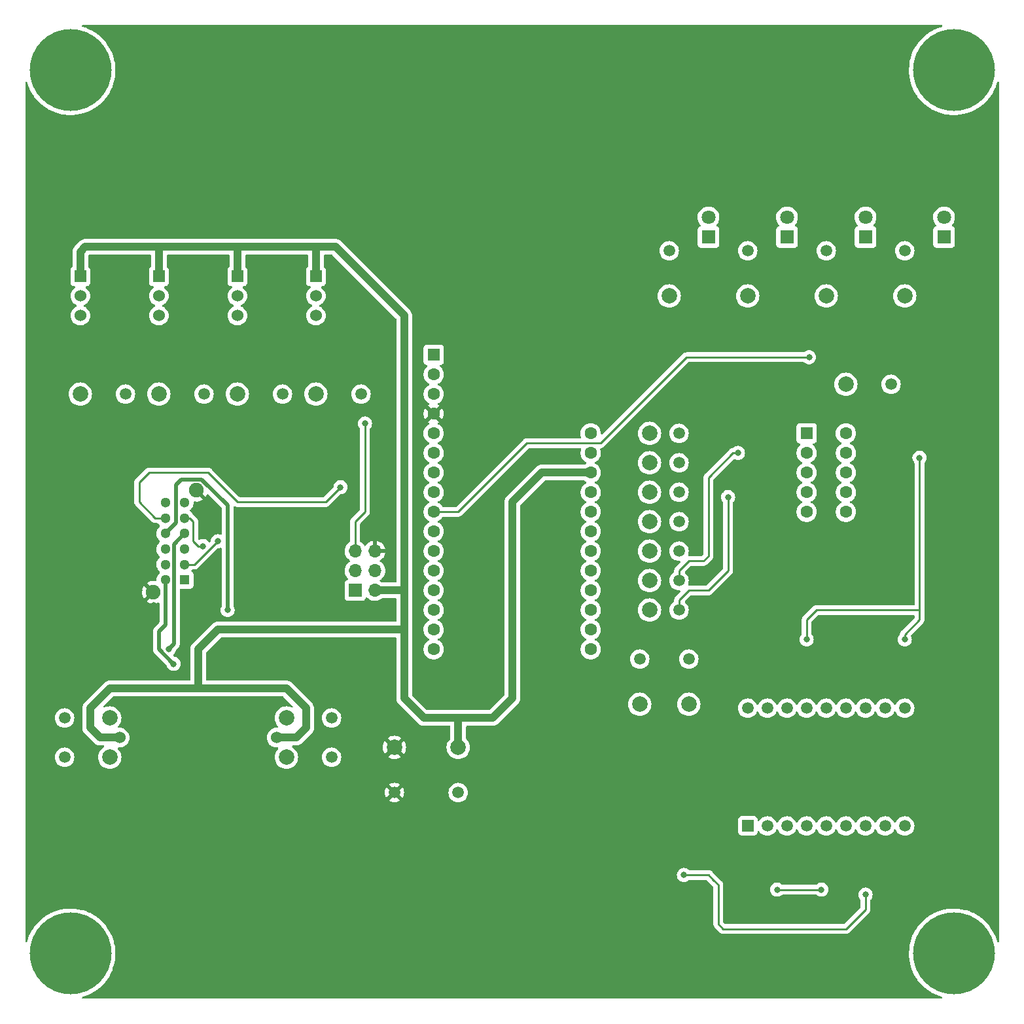
<source format=gbl>
G04 #@! TF.GenerationSoftware,KiCad,Pcbnew,(6.0.7)*
G04 #@! TF.CreationDate,2022-11-10T17:29:02-05:00*
G04 #@! TF.ProjectId,M5TC-2022-U4BN,4d355443-2d32-4303-9232-2d5534424e2e,rev?*
G04 #@! TF.SameCoordinates,Original*
G04 #@! TF.FileFunction,Copper,L2,Bot*
G04 #@! TF.FilePolarity,Positive*
%FSLAX46Y46*%
G04 Gerber Fmt 4.6, Leading zero omitted, Abs format (unit mm)*
G04 Created by KiCad (PCBNEW (6.0.7)) date 2022-11-10 17:29:02*
%MOMM*%
%LPD*%
G01*
G04 APERTURE LIST*
G04 #@! TA.AperFunction,ComponentPad*
%ADD10R,1.600000X1.600000*%
G04 #@! TD*
G04 #@! TA.AperFunction,ComponentPad*
%ADD11C,1.600000*%
G04 #@! TD*
G04 #@! TA.AperFunction,ComponentPad*
%ADD12C,0.900000*%
G04 #@! TD*
G04 #@! TA.AperFunction,ComponentPad*
%ADD13C,10.600000*%
G04 #@! TD*
G04 #@! TA.AperFunction,ComponentPad*
%ADD14R,1.700000X1.700000*%
G04 #@! TD*
G04 #@! TA.AperFunction,ComponentPad*
%ADD15O,1.700000X1.700000*%
G04 #@! TD*
G04 #@! TA.AperFunction,ComponentPad*
%ADD16R,1.500000X1.500000*%
G04 #@! TD*
G04 #@! TA.AperFunction,ComponentPad*
%ADD17C,1.500000*%
G04 #@! TD*
G04 #@! TA.AperFunction,ComponentPad*
%ADD18R,1.800000X1.800000*%
G04 #@! TD*
G04 #@! TA.AperFunction,ComponentPad*
%ADD19C,1.800000*%
G04 #@! TD*
G04 #@! TA.AperFunction,ComponentPad*
%ADD20R,1.300000X1.300000*%
G04 #@! TD*
G04 #@! TA.AperFunction,ComponentPad*
%ADD21C,1.300000*%
G04 #@! TD*
G04 #@! TA.AperFunction,ComponentPad*
%ADD22C,1.900000*%
G04 #@! TD*
G04 #@! TA.AperFunction,ComponentPad*
%ADD23C,1.999996*%
G04 #@! TD*
G04 #@! TA.AperFunction,ComponentPad*
%ADD24C,1.499997*%
G04 #@! TD*
G04 #@! TA.AperFunction,ComponentPad*
%ADD25R,1.524000X1.524000*%
G04 #@! TD*
G04 #@! TA.AperFunction,ComponentPad*
%ADD26C,1.524000*%
G04 #@! TD*
G04 #@! TA.AperFunction,ViaPad*
%ADD27C,0.800000*%
G04 #@! TD*
G04 #@! TA.AperFunction,ViaPad*
%ADD28C,1.524000*%
G04 #@! TD*
G04 #@! TA.AperFunction,Conductor*
%ADD29C,0.250000*%
G04 #@! TD*
G04 #@! TA.AperFunction,Conductor*
%ADD30C,0.254000*%
G04 #@! TD*
G04 #@! TA.AperFunction,Conductor*
%ADD31C,1.016000*%
G04 #@! TD*
G04 #@! TA.AperFunction,Conductor*
%ADD32C,0.508000*%
G04 #@! TD*
G04 APERTURE END LIST*
D10*
X205740000Y-144780000D03*
D11*
X205740000Y-147320000D03*
X205740000Y-149860000D03*
X205740000Y-152400000D03*
X205740000Y-154940000D03*
X205740000Y-157480000D03*
X205740000Y-160020000D03*
X205740000Y-162560000D03*
X205740000Y-165100000D03*
X205740000Y-167640000D03*
X205740000Y-170180000D03*
X205740000Y-172720000D03*
X205740000Y-175260000D03*
X205740000Y-177800000D03*
X205740000Y-180340000D03*
X205740000Y-182880000D03*
X226060000Y-182880000D03*
X226060000Y-180340000D03*
X226060000Y-177800000D03*
X226060000Y-175260000D03*
X226060000Y-172720000D03*
X226060000Y-170180000D03*
X226060000Y-167640000D03*
X226060000Y-165100000D03*
X226060000Y-162560000D03*
X226060000Y-160020000D03*
X226060000Y-157480000D03*
X226060000Y-154940000D03*
D12*
X269075000Y-222250000D03*
X273050000Y-218275000D03*
D13*
X273050000Y-222250000D03*
D12*
X270239251Y-219439251D03*
X277025000Y-222250000D03*
X273050000Y-226225000D03*
X270239251Y-225060749D03*
X275860749Y-225060749D03*
X275860749Y-219439251D03*
X277025000Y-107950000D03*
X273050000Y-111925000D03*
X275860749Y-110760749D03*
D13*
X273050000Y-107950000D03*
D12*
X275860749Y-105139251D03*
X269075000Y-107950000D03*
X270239251Y-105139251D03*
X270239251Y-110760749D03*
X273050000Y-103975000D03*
X161560749Y-219439251D03*
X162725000Y-222250000D03*
X158750000Y-218275000D03*
X154775000Y-222250000D03*
X155939251Y-219439251D03*
X155939251Y-225060749D03*
D13*
X158750000Y-222250000D03*
D12*
X158750000Y-226225000D03*
X161560749Y-225060749D03*
X162725000Y-107950000D03*
X154775000Y-107950000D03*
X155939251Y-110760749D03*
X158750000Y-111925000D03*
X161560749Y-110760749D03*
X158750000Y-103975000D03*
X161560749Y-105139251D03*
D13*
X158750000Y-107950000D03*
D12*
X155939251Y-105139251D03*
D14*
X195580000Y-175260000D03*
D15*
X198120000Y-175260000D03*
X195580000Y-172720000D03*
X198120000Y-172720000D03*
X195580000Y-170180000D03*
X198120000Y-170180000D03*
D10*
X254000000Y-154940000D03*
D11*
X254000000Y-157480000D03*
X254000000Y-160020000D03*
X254000000Y-162560000D03*
X254000000Y-165100000D03*
X259080000Y-165100000D03*
X259080000Y-162560000D03*
X259080000Y-160020000D03*
X259080000Y-157480000D03*
X259080000Y-154940000D03*
D16*
X246380000Y-205740000D03*
D17*
X248920000Y-205740000D03*
X251460000Y-205740000D03*
X254000000Y-205740000D03*
X256540000Y-205740000D03*
X259080000Y-205740000D03*
X261620000Y-205740000D03*
X264160000Y-205740000D03*
X266700000Y-205740000D03*
X266700000Y-190500000D03*
X264160000Y-190500000D03*
X261620000Y-190500000D03*
X259080000Y-190500000D03*
X256540000Y-190500000D03*
X254000000Y-190500000D03*
X251460000Y-190500000D03*
X248920000Y-190500000D03*
X246380000Y-190500000D03*
D18*
X271780000Y-129540000D03*
D19*
X271780000Y-127000000D03*
D18*
X261620000Y-129540000D03*
D19*
X261620000Y-127000000D03*
D18*
X251460000Y-129540000D03*
D19*
X251460000Y-127000000D03*
D18*
X241300000Y-129540000D03*
D19*
X241300000Y-127000000D03*
D20*
X173510000Y-173910000D03*
D21*
X173510000Y-171910000D03*
X173510000Y-169910000D03*
X173510000Y-167910000D03*
X173510000Y-165910000D03*
X173510000Y-163910000D03*
X171010000Y-173910000D03*
X171010000Y-171910000D03*
X171010000Y-169910000D03*
X171010000Y-167910000D03*
X171010000Y-165910000D03*
X171010000Y-163910000D03*
D22*
X169460000Y-175510000D03*
X175060000Y-162310000D03*
D23*
X208915000Y-195580000D03*
D24*
X208915000Y-201422000D03*
D23*
X200660000Y-195580000D03*
D24*
X200660000Y-201422000D03*
X266700000Y-131318000D03*
D23*
X266700000Y-137160000D03*
X256540000Y-137160000D03*
D24*
X256540000Y-131318000D03*
X246380000Y-131318000D03*
D23*
X246380000Y-137160000D03*
D24*
X236220000Y-131318000D03*
D23*
X236220000Y-137160000D03*
X233680000Y-154940000D03*
D24*
X237490000Y-154940000D03*
D23*
X233680000Y-158750000D03*
D24*
X237490000Y-158750000D03*
X237490000Y-162560000D03*
D23*
X233680000Y-162560000D03*
D24*
X237490000Y-166370000D03*
D23*
X233680000Y-166370000D03*
X233680000Y-170180000D03*
D24*
X237490000Y-170180000D03*
X237490000Y-173990000D03*
D23*
X233680000Y-173990000D03*
D24*
X237490000Y-177800000D03*
D23*
X233680000Y-177800000D03*
D24*
X264922000Y-148590000D03*
D23*
X259080000Y-148590000D03*
X238760000Y-189992000D03*
D24*
X238760000Y-184150000D03*
D23*
X232410000Y-189992000D03*
D24*
X232410000Y-184150000D03*
X196342000Y-149860000D03*
D23*
X190500000Y-149860000D03*
X180340000Y-149860000D03*
D24*
X186182000Y-149860000D03*
D23*
X170180000Y-149860000D03*
D24*
X176022000Y-149860000D03*
D23*
X160020000Y-149860000D03*
D24*
X165862000Y-149860000D03*
X192532000Y-196850000D03*
D23*
X186690000Y-196850000D03*
D24*
X157988000Y-191770000D03*
D23*
X163830000Y-191770000D03*
X186690000Y-191770000D03*
D24*
X192532000Y-191770000D03*
X157988000Y-196850000D03*
D23*
X163830000Y-196850000D03*
D25*
X160020000Y-134620000D03*
D26*
X160020000Y-137160000D03*
X160020000Y-139700000D03*
D25*
X170180000Y-134620000D03*
D26*
X170180000Y-137160000D03*
X170180000Y-139700000D03*
D25*
X180340000Y-134620000D03*
D26*
X180340000Y-137160000D03*
X180340000Y-139700000D03*
D25*
X190500000Y-134620000D03*
D26*
X190500000Y-137160000D03*
X190500000Y-139700000D03*
D27*
X254317500Y-145097500D03*
X177800000Y-168910000D03*
X175895000Y-169545000D03*
X193675000Y-161925000D03*
X170180000Y-123825000D03*
X180340000Y-123825000D03*
X239030000Y-204470000D03*
X160020000Y-123825000D03*
X176530000Y-163830000D03*
X190500000Y-123825000D03*
X167005000Y-182245000D03*
X239030000Y-198120000D03*
X183515000Y-182245000D03*
X176530000Y-166370000D03*
X253365000Y-136082500D03*
X243205000Y-136082500D03*
X169545000Y-177165000D03*
X176530000Y-165100000D03*
X200025000Y-168275000D03*
X251460000Y-147574000D03*
X167005000Y-206375000D03*
X273685000Y-136082500D03*
X167640000Y-175260000D03*
X183515000Y-206375000D03*
X263525000Y-136082500D03*
X261620000Y-214630000D03*
X243840000Y-163195000D03*
X238125000Y-212090000D03*
X245110000Y-157480000D03*
X255905000Y-213995000D03*
X250190000Y-213995000D03*
X254000000Y-181610000D03*
X266700000Y-181610000D03*
X268605000Y-158115000D03*
D28*
X165100000Y-194310000D03*
X185420000Y-194310000D03*
D27*
X171450000Y-182880000D03*
X179070000Y-177800000D03*
X172085000Y-184785000D03*
X196850000Y-153670000D03*
D29*
X227330000Y-156210000D02*
X238442500Y-145097500D01*
X208915000Y-165100000D02*
X217805000Y-156210000D01*
X205740000Y-165100000D02*
X208915000Y-165100000D01*
X238442500Y-145097500D02*
X254317500Y-145097500D01*
X217805000Y-156210000D02*
X227330000Y-156210000D01*
D30*
X174800000Y-171910000D02*
X177800000Y-168910000D01*
X173510000Y-171910000D02*
X174800000Y-171910000D01*
X173510000Y-165910000D02*
X174165000Y-165910000D01*
X175260000Y-169545000D02*
X175895000Y-169545000D01*
X174625000Y-166370000D02*
X174625000Y-168910000D01*
X174165000Y-165910000D02*
X174625000Y-166370000D01*
X174625000Y-168910000D02*
X175260000Y-169545000D01*
X193675000Y-161925000D02*
X191770000Y-163830000D01*
X167640000Y-161290000D02*
X167640000Y-163830000D01*
X180340000Y-163830000D02*
X176530000Y-160020000D01*
X176530000Y-160020000D02*
X168910000Y-160020000D01*
X169720000Y-165910000D02*
X171010000Y-165910000D01*
X167640000Y-163830000D02*
X169720000Y-165910000D01*
X168910000Y-160020000D02*
X167640000Y-161290000D01*
X191770000Y-163830000D02*
X180340000Y-163830000D01*
D29*
X241300000Y-175260000D02*
X243840000Y-172720000D01*
X243840000Y-172720000D02*
X243840000Y-163195000D01*
X238760000Y-175260000D02*
X241300000Y-175260000D01*
X243205000Y-219075000D02*
X259080000Y-219075000D01*
X241935000Y-212725000D02*
X242570000Y-213360000D01*
X237490000Y-176530000D02*
X238760000Y-175260000D01*
X237490000Y-177800000D02*
X237490000Y-176530000D01*
X242570000Y-213360000D02*
X242570000Y-218440000D01*
X242570000Y-218440000D02*
X243205000Y-219075000D01*
X259080000Y-219075000D02*
X261620000Y-216535000D01*
X238125000Y-212090000D02*
X241300000Y-212090000D01*
X261620000Y-216535000D02*
X261620000Y-214630000D01*
X241300000Y-212090000D02*
X241935000Y-212725000D01*
X237490000Y-173990000D02*
X237490000Y-172720000D01*
X241300000Y-170815000D02*
X241300000Y-169545000D01*
X244475000Y-157480000D02*
X245110000Y-157480000D01*
X238760000Y-171450000D02*
X240665000Y-171450000D01*
X241300000Y-169545000D02*
X241300000Y-160655000D01*
X240665000Y-171450000D02*
X241300000Y-170815000D01*
X241300000Y-160655000D02*
X244475000Y-157480000D01*
X237490000Y-172720000D02*
X238760000Y-171450000D01*
X255270000Y-213995000D02*
X255905000Y-213995000D01*
X250190000Y-213995000D02*
X255270000Y-213995000D01*
X268605000Y-177800000D02*
X268605000Y-179070000D01*
X268605000Y-158115000D02*
X268605000Y-177800000D01*
X268605000Y-177800000D02*
X255270000Y-177800000D01*
X266700000Y-180975000D02*
X266700000Y-181610000D01*
X254000000Y-179070000D02*
X254000000Y-181610000D01*
X268605000Y-179070000D02*
X266700000Y-180975000D01*
X255270000Y-177800000D02*
X254000000Y-179070000D01*
D31*
X162560000Y-194310000D02*
X165100000Y-194310000D01*
X198120000Y-180340000D02*
X201930000Y-180340000D01*
X163830000Y-187960000D02*
X161290000Y-190500000D01*
X201930000Y-175260000D02*
X201930000Y-142240000D01*
X175260000Y-182880000D02*
X177800000Y-180340000D01*
X208280000Y-191770000D02*
X204470000Y-191770000D01*
X201930000Y-180340000D02*
X201930000Y-175260000D01*
X198120000Y-180340000D02*
X177800000Y-180340000D01*
X175260000Y-187960000D02*
X186690000Y-187960000D01*
X198120000Y-175260000D02*
X201930000Y-175260000D01*
X190500000Y-130810000D02*
X180340000Y-130810000D01*
X160020000Y-131445000D02*
X160020000Y-134620000D01*
X170180000Y-130810000D02*
X160655000Y-130810000D01*
X204470000Y-191770000D02*
X201930000Y-189230000D01*
X215900000Y-189230000D02*
X213360000Y-191770000D01*
X201930000Y-139700000D02*
X193040000Y-130810000D01*
X226060000Y-160020000D02*
X219710000Y-160020000D01*
X208915000Y-191770000D02*
X208280000Y-191770000D01*
X170180000Y-134620000D02*
X170180000Y-130810000D01*
X189230000Y-190500000D02*
X189230000Y-193040000D01*
X190500000Y-134620000D02*
X190500000Y-130810000D01*
X201930000Y-142240000D02*
X201930000Y-139700000D01*
X219710000Y-160020000D02*
X215900000Y-163830000D01*
X161290000Y-190500000D02*
X161290000Y-193040000D01*
X215900000Y-163830000D02*
X215900000Y-189230000D01*
X161290000Y-193040000D02*
X162560000Y-194310000D01*
X189230000Y-193040000D02*
X187960000Y-194310000D01*
X180340000Y-134620000D02*
X180340000Y-130810000D01*
X175260000Y-187960000D02*
X163830000Y-187960000D01*
X187960000Y-194310000D02*
X185420000Y-194310000D01*
X213360000Y-191770000D02*
X208915000Y-191770000D01*
X180340000Y-130810000D02*
X170180000Y-130810000D01*
X186690000Y-187960000D02*
X189230000Y-190500000D01*
X208915000Y-191770000D02*
X208915000Y-195580000D01*
X175260000Y-182880000D02*
X175260000Y-187960000D01*
X201930000Y-189230000D02*
X201930000Y-180340000D01*
X160655000Y-130810000D02*
X160020000Y-131445000D01*
X193040000Y-130810000D02*
X190500000Y-130810000D01*
D32*
X171450000Y-182880000D02*
X172114001Y-182215999D01*
X172114001Y-169305999D02*
X173510000Y-167910000D01*
X172114001Y-182215999D02*
X172114001Y-169305999D01*
X172405999Y-161604001D02*
X172405999Y-166514001D01*
X172405999Y-166514001D02*
X171010000Y-167910000D01*
X179070000Y-164242078D02*
X175733921Y-160905999D01*
X179070000Y-177800000D02*
X179070000Y-164242078D01*
X173104001Y-160905999D02*
X172405999Y-161604001D01*
X175733921Y-160905999D02*
X173104001Y-160905999D01*
X170180000Y-180559000D02*
X170180000Y-182880000D01*
X171010000Y-179729000D02*
X170180000Y-180559000D01*
X171010000Y-173910000D02*
X171010000Y-179729000D01*
X170180000Y-182880000D02*
X172085000Y-184785000D01*
D30*
X196850000Y-165100000D02*
X195580000Y-166370000D01*
X196850000Y-154305000D02*
X196850000Y-153670000D01*
X196850000Y-154305000D02*
X196850000Y-165100000D01*
X195580000Y-166370000D02*
X195580000Y-170180000D01*
G04 #@! TA.AperFunction,Conductor*
G36*
X271520484Y-102128502D02*
G01*
X271566977Y-102182158D01*
X271577081Y-102252432D01*
X271547587Y-102317012D01*
X271486564Y-102355769D01*
X271349578Y-102394403D01*
X271243893Y-102424209D01*
X271241466Y-102425114D01*
X270799606Y-102589879D01*
X270799596Y-102589883D01*
X270797191Y-102590780D01*
X270553976Y-102704969D01*
X270367965Y-102792301D01*
X270367957Y-102792305D01*
X270365640Y-102793393D01*
X270250688Y-102859360D01*
X269954370Y-103029406D01*
X269954362Y-103029411D01*
X269952142Y-103030685D01*
X269559477Y-103301060D01*
X269557478Y-103302693D01*
X269557473Y-103302697D01*
X269370117Y-103455774D01*
X269190288Y-103602701D01*
X268847055Y-103933579D01*
X268532088Y-104291467D01*
X268431106Y-104427193D01*
X268249059Y-104671872D01*
X268249053Y-104671880D01*
X268247506Y-104673960D01*
X267995221Y-105078486D01*
X267776930Y-105502323D01*
X267594103Y-105942621D01*
X267447967Y-106396419D01*
X267447383Y-106398917D01*
X267447382Y-106398922D01*
X267416462Y-106531269D01*
X267339506Y-106860665D01*
X267339124Y-106863235D01*
X267339124Y-106863236D01*
X267313431Y-107036188D01*
X267269450Y-107332237D01*
X267238269Y-107807964D01*
X267240659Y-107952079D01*
X267245300Y-108231921D01*
X267246174Y-108284647D01*
X267246428Y-108287212D01*
X267246428Y-108287216D01*
X267288388Y-108711345D01*
X267293110Y-108759078D01*
X267293575Y-108761623D01*
X267369716Y-109178530D01*
X267378763Y-109228068D01*
X267379433Y-109230559D01*
X267489522Y-109639987D01*
X267502556Y-109688463D01*
X267663657Y-110137167D01*
X267860983Y-110571161D01*
X268093205Y-110987528D01*
X268094641Y-110989669D01*
X268332586Y-111344435D01*
X268358764Y-111383466D01*
X268360370Y-111385481D01*
X268625201Y-111717823D01*
X268655872Y-111756313D01*
X268982531Y-112103563D01*
X268984437Y-112105282D01*
X268984445Y-112105290D01*
X269288011Y-112379101D01*
X269336545Y-112422878D01*
X269715533Y-112712113D01*
X269717695Y-112713499D01*
X269717706Y-112713506D01*
X270114776Y-112967931D01*
X270114784Y-112967936D01*
X270116946Y-112969321D01*
X270119224Y-112970530D01*
X270119228Y-112970532D01*
X270498358Y-113171695D01*
X270538084Y-113192773D01*
X270540443Y-113193786D01*
X270540444Y-113193787D01*
X270973752Y-113379951D01*
X270973766Y-113379956D01*
X270976116Y-113380966D01*
X270978551Y-113381783D01*
X270978556Y-113381785D01*
X271425644Y-113531813D01*
X271425655Y-113531816D01*
X271428095Y-113532635D01*
X271430595Y-113533251D01*
X271430604Y-113533254D01*
X271888474Y-113646141D01*
X271890981Y-113646759D01*
X271893529Y-113647169D01*
X271893532Y-113647170D01*
X271996533Y-113663760D01*
X272361663Y-113722571D01*
X272566952Y-113738548D01*
X272834399Y-113759362D01*
X272834407Y-113759362D01*
X272836973Y-113759562D01*
X272839544Y-113759551D01*
X272839550Y-113759551D01*
X273073293Y-113758530D01*
X273313716Y-113757481D01*
X273788686Y-113716345D01*
X273791236Y-113715911D01*
X273791247Y-113715910D01*
X274256148Y-113636860D01*
X274256151Y-113636859D01*
X274258688Y-113636428D01*
X274667619Y-113531813D01*
X274718056Y-113518910D01*
X274718060Y-113518909D01*
X274720561Y-113518269D01*
X275171199Y-113362661D01*
X275173556Y-113361624D01*
X275173566Y-113361620D01*
X275418580Y-113253811D01*
X275607571Y-113170653D01*
X275609844Y-113169422D01*
X275609849Y-113169419D01*
X276024458Y-112944773D01*
X276024465Y-112944769D01*
X276026744Y-112943534D01*
X276028920Y-112942113D01*
X276423722Y-112684254D01*
X276423729Y-112684249D01*
X276425897Y-112682833D01*
X276802346Y-112390302D01*
X276991227Y-112216921D01*
X277151653Y-112069661D01*
X277151659Y-112069655D01*
X277153560Y-112067910D01*
X277155309Y-112066018D01*
X277155315Y-112066012D01*
X277475427Y-111719716D01*
X277477177Y-111717823D01*
X277737299Y-111385481D01*
X277769425Y-111344435D01*
X277769426Y-111344433D01*
X277771020Y-111342397D01*
X278033113Y-110944156D01*
X278261693Y-110525779D01*
X278455224Y-110090080D01*
X278595475Y-109688463D01*
X278611550Y-109642430D01*
X278611551Y-109642427D01*
X278612403Y-109639987D01*
X278643541Y-109520018D01*
X278680015Y-109459107D01*
X278743630Y-109427584D01*
X278814189Y-109435459D01*
X278869289Y-109480231D01*
X278891500Y-109551672D01*
X278891500Y-220650204D01*
X278871498Y-220718325D01*
X278817842Y-220764818D01*
X278747568Y-220774922D01*
X278682988Y-220745428D01*
X278644658Y-220685885D01*
X278554050Y-220379015D01*
X278553313Y-220376519D01*
X278381298Y-219931886D01*
X278187271Y-219531413D01*
X278174558Y-219505174D01*
X278174556Y-219505171D01*
X278173428Y-219502842D01*
X277931102Y-219092274D01*
X277846011Y-218971872D01*
X277657451Y-218705067D01*
X277657449Y-218705064D01*
X277655949Y-218702942D01*
X277349820Y-218337465D01*
X277014774Y-217998300D01*
X276653064Y-217687729D01*
X276267123Y-217407841D01*
X276264918Y-217406503D01*
X276264912Y-217406499D01*
X275861763Y-217161862D01*
X275861757Y-217161859D01*
X275859546Y-217160517D01*
X275580775Y-217021223D01*
X275435396Y-216948581D01*
X275435391Y-216948579D01*
X275433074Y-216947421D01*
X274990575Y-216769986D01*
X274687097Y-216676334D01*
X274537485Y-216630164D01*
X274537482Y-216630163D01*
X274535025Y-216629405D01*
X274069488Y-216526624D01*
X273597095Y-216462334D01*
X273594527Y-216462197D01*
X273594525Y-216462197D01*
X273123602Y-216437105D01*
X273123592Y-216437105D01*
X273121023Y-216436968D01*
X273118449Y-216437042D01*
X273118438Y-216437042D01*
X272849069Y-216444802D01*
X272644473Y-216450695D01*
X272170650Y-216503424D01*
X272168125Y-216503917D01*
X272168119Y-216503918D01*
X271866171Y-216562885D01*
X271702741Y-216594801D01*
X271700263Y-216595500D01*
X271700254Y-216595502D01*
X271283123Y-216713145D01*
X271243893Y-216724209D01*
X271241466Y-216725114D01*
X270799606Y-216889879D01*
X270799596Y-216889883D01*
X270797191Y-216890780D01*
X270553976Y-217004969D01*
X270367965Y-217092301D01*
X270367957Y-217092305D01*
X270365640Y-217093393D01*
X270250688Y-217159360D01*
X269954370Y-217329406D01*
X269954362Y-217329411D01*
X269952142Y-217330685D01*
X269559477Y-217601060D01*
X269557478Y-217602693D01*
X269557473Y-217602697D01*
X269192294Y-217901062D01*
X269190288Y-217902701D01*
X268847055Y-218233579D01*
X268845354Y-218235512D01*
X268584450Y-218531970D01*
X268532088Y-218591467D01*
X268443132Y-218711028D01*
X268249059Y-218971872D01*
X268249053Y-218971880D01*
X268247506Y-218973960D01*
X267995221Y-219378486D01*
X267994039Y-219380781D01*
X267825993Y-219707062D01*
X267776930Y-219802323D01*
X267594103Y-220242621D01*
X267447967Y-220696419D01*
X267339506Y-221160665D01*
X267269450Y-221632237D01*
X267238269Y-222107964D01*
X267240659Y-222252079D01*
X267245300Y-222531921D01*
X267246174Y-222584647D01*
X267246428Y-222587212D01*
X267246428Y-222587216D01*
X267288388Y-223011345D01*
X267293110Y-223059078D01*
X267293575Y-223061623D01*
X267369716Y-223478530D01*
X267378763Y-223528068D01*
X267379433Y-223530559D01*
X267489522Y-223939987D01*
X267502556Y-223988463D01*
X267663657Y-224437167D01*
X267860983Y-224871161D01*
X268093205Y-225287528D01*
X268094641Y-225289669D01*
X268332586Y-225644435D01*
X268358764Y-225683466D01*
X268360370Y-225685481D01*
X268645862Y-226043751D01*
X268655872Y-226056313D01*
X268982531Y-226403563D01*
X268984437Y-226405282D01*
X268984445Y-226405290D01*
X269288011Y-226679101D01*
X269336545Y-226722878D01*
X269715533Y-227012113D01*
X269717695Y-227013499D01*
X269717706Y-227013506D01*
X270114776Y-227267931D01*
X270114784Y-227267936D01*
X270116946Y-227269321D01*
X270119224Y-227270530D01*
X270119228Y-227270532D01*
X270498358Y-227471695D01*
X270538084Y-227492773D01*
X270540443Y-227493786D01*
X270540444Y-227493787D01*
X270973752Y-227679951D01*
X270973766Y-227679956D01*
X270976116Y-227680966D01*
X270978551Y-227681783D01*
X270978556Y-227681785D01*
X271425644Y-227831813D01*
X271425655Y-227831816D01*
X271428095Y-227832635D01*
X271430595Y-227833251D01*
X271430604Y-227833254D01*
X271470796Y-227843163D01*
X271532148Y-227878891D01*
X271564445Y-227942116D01*
X271557433Y-228012766D01*
X271513338Y-228068409D01*
X271440634Y-228091500D01*
X160353433Y-228091500D01*
X160285312Y-228071498D01*
X160238819Y-228017842D01*
X160228715Y-227947568D01*
X160258209Y-227882988D01*
X160322205Y-227843431D01*
X160418056Y-227818910D01*
X160418060Y-227818909D01*
X160420561Y-227818269D01*
X160871199Y-227662661D01*
X160873556Y-227661624D01*
X160873566Y-227661620D01*
X161118580Y-227553811D01*
X161307571Y-227470653D01*
X161309844Y-227469422D01*
X161309849Y-227469419D01*
X161724458Y-227244773D01*
X161724465Y-227244769D01*
X161726744Y-227243534D01*
X161942243Y-227102784D01*
X162123722Y-226984254D01*
X162123729Y-226984249D01*
X162125897Y-226982833D01*
X162462653Y-226721147D01*
X162500299Y-226691893D01*
X162500304Y-226691889D01*
X162502346Y-226690302D01*
X162691227Y-226516921D01*
X162851653Y-226369661D01*
X162851659Y-226369655D01*
X162853560Y-226367910D01*
X162855309Y-226366018D01*
X162855315Y-226366012D01*
X163175427Y-226019716D01*
X163177177Y-226017823D01*
X163222162Y-225960349D01*
X163469425Y-225644435D01*
X163469426Y-225644433D01*
X163471020Y-225642397D01*
X163733113Y-225244156D01*
X163961693Y-224825779D01*
X164155224Y-224390080D01*
X164227367Y-224183495D01*
X164311550Y-223942430D01*
X164311551Y-223942427D01*
X164312403Y-223939987D01*
X164313053Y-223937483D01*
X164431526Y-223481029D01*
X164431529Y-223481015D01*
X164432174Y-223478530D01*
X164432612Y-223476005D01*
X164432615Y-223475993D01*
X164513291Y-223011345D01*
X164513291Y-223011341D01*
X164513731Y-223008810D01*
X164540814Y-222708319D01*
X164556341Y-222536042D01*
X164556342Y-222536033D01*
X164556526Y-222533986D01*
X164563466Y-222250000D01*
X164563209Y-222243724D01*
X164544024Y-221776236D01*
X164543918Y-221773653D01*
X164485404Y-221300510D01*
X164456851Y-221163236D01*
X164388844Y-220836279D01*
X164388842Y-220836270D01*
X164388318Y-220833752D01*
X164354237Y-220718325D01*
X164254050Y-220379015D01*
X164253313Y-220376519D01*
X164081298Y-219931886D01*
X163887271Y-219531413D01*
X163874558Y-219505174D01*
X163874556Y-219505171D01*
X163873428Y-219502842D01*
X163631102Y-219092274D01*
X163546011Y-218971872D01*
X163357451Y-218705067D01*
X163357449Y-218705064D01*
X163355949Y-218702942D01*
X163049820Y-218337465D01*
X162714774Y-217998300D01*
X162353064Y-217687729D01*
X161967123Y-217407841D01*
X161964918Y-217406503D01*
X161964912Y-217406499D01*
X161561763Y-217161862D01*
X161561757Y-217161859D01*
X161559546Y-217160517D01*
X161280775Y-217021223D01*
X161135396Y-216948581D01*
X161135391Y-216948579D01*
X161133074Y-216947421D01*
X160690575Y-216769986D01*
X160387097Y-216676334D01*
X160237485Y-216630164D01*
X160237482Y-216630163D01*
X160235025Y-216629405D01*
X159769488Y-216526624D01*
X159297095Y-216462334D01*
X159294527Y-216462197D01*
X159294525Y-216462197D01*
X158823602Y-216437105D01*
X158823592Y-216437105D01*
X158821023Y-216436968D01*
X158818449Y-216437042D01*
X158818438Y-216437042D01*
X158549069Y-216444802D01*
X158344473Y-216450695D01*
X157870650Y-216503424D01*
X157868125Y-216503917D01*
X157868119Y-216503918D01*
X157566171Y-216562885D01*
X157402741Y-216594801D01*
X157400263Y-216595500D01*
X157400254Y-216595502D01*
X156983123Y-216713145D01*
X156943893Y-216724209D01*
X156941466Y-216725114D01*
X156499606Y-216889879D01*
X156499596Y-216889883D01*
X156497191Y-216890780D01*
X156253976Y-217004969D01*
X156067965Y-217092301D01*
X156067957Y-217092305D01*
X156065640Y-217093393D01*
X155950688Y-217159360D01*
X155654370Y-217329406D01*
X155654362Y-217329411D01*
X155652142Y-217330685D01*
X155259477Y-217601060D01*
X155257478Y-217602693D01*
X155257473Y-217602697D01*
X154892294Y-217901062D01*
X154890288Y-217902701D01*
X154547055Y-218233579D01*
X154545354Y-218235512D01*
X154284450Y-218531970D01*
X154232088Y-218591467D01*
X154143132Y-218711028D01*
X153949059Y-218971872D01*
X153949053Y-218971880D01*
X153947506Y-218973960D01*
X153695221Y-219378486D01*
X153694039Y-219380781D01*
X153525993Y-219707062D01*
X153476930Y-219802323D01*
X153294103Y-220242621D01*
X153293311Y-220245081D01*
X153154435Y-220676334D01*
X153114515Y-220735045D01*
X153049190Y-220762853D01*
X152979202Y-220750929D01*
X152926771Y-220703060D01*
X152908500Y-220637712D01*
X152908500Y-212090000D01*
X237211496Y-212090000D01*
X237231458Y-212279928D01*
X237290473Y-212461556D01*
X237385960Y-212626944D01*
X237513747Y-212768866D01*
X237668248Y-212881118D01*
X237674276Y-212883802D01*
X237674278Y-212883803D01*
X237832656Y-212954317D01*
X237842712Y-212958794D01*
X237921133Y-212975463D01*
X238023056Y-212997128D01*
X238023061Y-212997128D01*
X238029513Y-212998500D01*
X238220487Y-212998500D01*
X238226939Y-212997128D01*
X238226944Y-212997128D01*
X238328867Y-212975463D01*
X238407288Y-212958794D01*
X238417344Y-212954317D01*
X238575722Y-212883803D01*
X238575724Y-212883802D01*
X238581752Y-212881118D01*
X238736253Y-212768866D01*
X238740668Y-212763963D01*
X238745580Y-212759540D01*
X238746705Y-212760789D01*
X238800014Y-212727949D01*
X238833200Y-212723500D01*
X240985406Y-212723500D01*
X241053527Y-212743502D01*
X241074501Y-212760405D01*
X241899595Y-213585499D01*
X241933621Y-213647811D01*
X241936500Y-213674594D01*
X241936500Y-218361233D01*
X241935973Y-218372416D01*
X241934298Y-218379909D01*
X241934547Y-218387835D01*
X241934547Y-218387836D01*
X241936438Y-218447986D01*
X241936500Y-218451945D01*
X241936500Y-218479856D01*
X241936997Y-218483790D01*
X241936997Y-218483791D01*
X241937005Y-218483856D01*
X241937938Y-218495693D01*
X241939327Y-218539889D01*
X241944978Y-218559339D01*
X241948987Y-218578700D01*
X241951526Y-218598797D01*
X241954445Y-218606168D01*
X241954445Y-218606170D01*
X241967804Y-218639912D01*
X241971649Y-218651142D01*
X241983982Y-218693593D01*
X241988015Y-218700412D01*
X241988017Y-218700417D01*
X241994293Y-218711028D01*
X242002988Y-218728776D01*
X242010448Y-218747617D01*
X242015110Y-218754033D01*
X242015110Y-218754034D01*
X242036436Y-218783387D01*
X242042952Y-218793307D01*
X242065458Y-218831362D01*
X242079779Y-218845683D01*
X242092619Y-218860716D01*
X242104528Y-218877107D01*
X242110634Y-218882158D01*
X242138605Y-218905298D01*
X242147384Y-218913288D01*
X242701343Y-219467247D01*
X242708887Y-219475537D01*
X242713000Y-219482018D01*
X242718777Y-219487443D01*
X242762667Y-219528658D01*
X242765509Y-219531413D01*
X242785231Y-219551135D01*
X242788355Y-219553558D01*
X242788359Y-219553562D01*
X242788424Y-219553612D01*
X242797445Y-219561317D01*
X242829679Y-219591586D01*
X242836627Y-219595405D01*
X242836629Y-219595407D01*
X242847432Y-219601346D01*
X242863959Y-219612202D01*
X242873698Y-219619757D01*
X242873700Y-219619758D01*
X242879960Y-219624614D01*
X242920540Y-219642174D01*
X242931188Y-219647391D01*
X242955976Y-219661018D01*
X242969940Y-219668695D01*
X242977616Y-219670666D01*
X242977619Y-219670667D01*
X242989562Y-219673733D01*
X243008267Y-219680137D01*
X243026855Y-219688181D01*
X243034678Y-219689420D01*
X243034688Y-219689423D01*
X243070524Y-219695099D01*
X243082144Y-219697505D01*
X243113959Y-219705673D01*
X243124970Y-219708500D01*
X243145224Y-219708500D01*
X243164934Y-219710051D01*
X243184943Y-219713220D01*
X243192835Y-219712474D01*
X243211580Y-219710702D01*
X243228962Y-219709059D01*
X243240819Y-219708500D01*
X259001233Y-219708500D01*
X259012416Y-219709027D01*
X259019909Y-219710702D01*
X259027835Y-219710453D01*
X259027836Y-219710453D01*
X259087986Y-219708562D01*
X259091945Y-219708500D01*
X259119856Y-219708500D01*
X259123791Y-219708003D01*
X259123856Y-219707995D01*
X259135693Y-219707062D01*
X259167951Y-219706048D01*
X259171970Y-219705922D01*
X259179889Y-219705673D01*
X259199343Y-219700021D01*
X259218700Y-219696013D01*
X259230930Y-219694468D01*
X259230931Y-219694468D01*
X259238797Y-219693474D01*
X259246168Y-219690555D01*
X259246170Y-219690555D01*
X259279912Y-219677196D01*
X259291142Y-219673351D01*
X259325983Y-219663229D01*
X259325984Y-219663229D01*
X259333593Y-219661018D01*
X259340412Y-219656985D01*
X259340417Y-219656983D01*
X259351028Y-219650707D01*
X259368776Y-219642012D01*
X259387617Y-219634552D01*
X259423387Y-219608564D01*
X259433307Y-219602048D01*
X259464535Y-219583580D01*
X259464538Y-219583578D01*
X259471362Y-219579542D01*
X259485683Y-219565221D01*
X259500717Y-219552380D01*
X259502431Y-219551135D01*
X259517107Y-219540472D01*
X259545298Y-219506395D01*
X259553288Y-219497616D01*
X262012247Y-217038657D01*
X262020537Y-217031113D01*
X262027018Y-217027000D01*
X262073659Y-216977332D01*
X262076413Y-216974491D01*
X262096134Y-216954770D01*
X262098612Y-216951575D01*
X262106318Y-216942553D01*
X262131158Y-216916101D01*
X262136586Y-216910321D01*
X262146346Y-216892568D01*
X262157199Y-216876045D01*
X262164753Y-216866306D01*
X262169613Y-216860041D01*
X262187176Y-216819457D01*
X262192383Y-216808827D01*
X262213695Y-216770060D01*
X262215666Y-216762383D01*
X262215668Y-216762378D01*
X262218732Y-216750442D01*
X262225138Y-216731730D01*
X262230034Y-216720417D01*
X262233181Y-216713145D01*
X262240097Y-216669481D01*
X262242504Y-216657860D01*
X262251528Y-216622711D01*
X262251528Y-216622710D01*
X262253500Y-216615030D01*
X262253500Y-216594769D01*
X262255051Y-216575058D01*
X262256979Y-216562885D01*
X262258219Y-216555057D01*
X262254059Y-216511046D01*
X262253500Y-216499189D01*
X262253500Y-215332524D01*
X262273502Y-215264403D01*
X262285858Y-215248221D01*
X262359040Y-215166944D01*
X262454527Y-215001556D01*
X262513542Y-214819928D01*
X262516814Y-214788803D01*
X262532814Y-214636565D01*
X262533504Y-214630000D01*
X262513542Y-214440072D01*
X262454527Y-214258444D01*
X262359040Y-214093056D01*
X262231253Y-213951134D01*
X262076752Y-213838882D01*
X262070724Y-213836198D01*
X262070722Y-213836197D01*
X261908319Y-213763891D01*
X261908318Y-213763891D01*
X261902288Y-213761206D01*
X261808887Y-213741353D01*
X261721944Y-213722872D01*
X261721939Y-213722872D01*
X261715487Y-213721500D01*
X261524513Y-213721500D01*
X261518061Y-213722872D01*
X261518056Y-213722872D01*
X261431113Y-213741353D01*
X261337712Y-213761206D01*
X261331682Y-213763891D01*
X261331681Y-213763891D01*
X261169278Y-213836197D01*
X261169276Y-213836198D01*
X261163248Y-213838882D01*
X261008747Y-213951134D01*
X260880960Y-214093056D01*
X260785473Y-214258444D01*
X260726458Y-214440072D01*
X260706496Y-214630000D01*
X260707186Y-214636565D01*
X260723187Y-214788803D01*
X260726458Y-214819928D01*
X260785473Y-215001556D01*
X260880960Y-215166944D01*
X260954137Y-215248215D01*
X260984853Y-215312221D01*
X260986500Y-215332524D01*
X260986500Y-216220405D01*
X260966498Y-216288526D01*
X260949595Y-216309500D01*
X258854500Y-218404595D01*
X258792188Y-218438621D01*
X258765405Y-218441500D01*
X243519595Y-218441500D01*
X243451474Y-218421498D01*
X243430499Y-218404595D01*
X243240404Y-218214499D01*
X243206379Y-218152187D01*
X243203500Y-218125404D01*
X243203500Y-213995000D01*
X249276496Y-213995000D01*
X249296458Y-214184928D01*
X249355473Y-214366556D01*
X249450960Y-214531944D01*
X249578747Y-214673866D01*
X249733248Y-214786118D01*
X249739276Y-214788802D01*
X249739278Y-214788803D01*
X249901681Y-214861109D01*
X249907712Y-214863794D01*
X250001112Y-214883647D01*
X250088056Y-214902128D01*
X250088061Y-214902128D01*
X250094513Y-214903500D01*
X250285487Y-214903500D01*
X250291939Y-214902128D01*
X250291944Y-214902128D01*
X250378888Y-214883647D01*
X250472288Y-214863794D01*
X250478319Y-214861109D01*
X250640722Y-214788803D01*
X250640724Y-214788802D01*
X250646752Y-214786118D01*
X250801253Y-214673866D01*
X250805668Y-214668963D01*
X250810580Y-214664540D01*
X250811705Y-214665789D01*
X250865014Y-214632949D01*
X250898200Y-214628500D01*
X255196800Y-214628500D01*
X255264921Y-214648502D01*
X255284147Y-214664843D01*
X255284420Y-214664540D01*
X255289332Y-214668963D01*
X255293747Y-214673866D01*
X255448248Y-214786118D01*
X255454276Y-214788802D01*
X255454278Y-214788803D01*
X255616681Y-214861109D01*
X255622712Y-214863794D01*
X255716112Y-214883647D01*
X255803056Y-214902128D01*
X255803061Y-214902128D01*
X255809513Y-214903500D01*
X256000487Y-214903500D01*
X256006939Y-214902128D01*
X256006944Y-214902128D01*
X256093888Y-214883647D01*
X256187288Y-214863794D01*
X256193319Y-214861109D01*
X256355722Y-214788803D01*
X256355724Y-214788802D01*
X256361752Y-214786118D01*
X256516253Y-214673866D01*
X256644040Y-214531944D01*
X256739527Y-214366556D01*
X256798542Y-214184928D01*
X256818504Y-213995000D01*
X256813485Y-213947251D01*
X256799232Y-213811635D01*
X256799232Y-213811633D01*
X256798542Y-213805072D01*
X256739527Y-213623444D01*
X256644040Y-213458056D01*
X256516253Y-213316134D01*
X256361752Y-213203882D01*
X256355724Y-213201198D01*
X256355722Y-213201197D01*
X256193319Y-213128891D01*
X256193318Y-213128891D01*
X256187288Y-213126206D01*
X256093888Y-213106353D01*
X256006944Y-213087872D01*
X256006939Y-213087872D01*
X256000487Y-213086500D01*
X255809513Y-213086500D01*
X255803061Y-213087872D01*
X255803056Y-213087872D01*
X255716113Y-213106353D01*
X255622712Y-213126206D01*
X255616682Y-213128891D01*
X255616681Y-213128891D01*
X255454278Y-213201197D01*
X255454276Y-213201198D01*
X255448248Y-213203882D01*
X255442907Y-213207762D01*
X255442906Y-213207763D01*
X255381341Y-213252493D01*
X255293747Y-213316134D01*
X255289332Y-213321037D01*
X255284420Y-213325460D01*
X255283295Y-213324211D01*
X255229986Y-213357051D01*
X255196800Y-213361500D01*
X250898200Y-213361500D01*
X250830079Y-213341498D01*
X250810853Y-213325157D01*
X250810580Y-213325460D01*
X250805668Y-213321037D01*
X250801253Y-213316134D01*
X250713659Y-213252493D01*
X250652094Y-213207763D01*
X250652093Y-213207762D01*
X250646752Y-213203882D01*
X250640724Y-213201198D01*
X250640722Y-213201197D01*
X250478319Y-213128891D01*
X250478318Y-213128891D01*
X250472288Y-213126206D01*
X250378888Y-213106353D01*
X250291944Y-213087872D01*
X250291939Y-213087872D01*
X250285487Y-213086500D01*
X250094513Y-213086500D01*
X250088061Y-213087872D01*
X250088056Y-213087872D01*
X250001113Y-213106353D01*
X249907712Y-213126206D01*
X249901682Y-213128891D01*
X249901681Y-213128891D01*
X249739278Y-213201197D01*
X249739276Y-213201198D01*
X249733248Y-213203882D01*
X249578747Y-213316134D01*
X249450960Y-213458056D01*
X249355473Y-213623444D01*
X249296458Y-213805072D01*
X249295768Y-213811633D01*
X249295768Y-213811635D01*
X249281515Y-213947251D01*
X249276496Y-213995000D01*
X243203500Y-213995000D01*
X243203500Y-213438768D01*
X243204027Y-213427585D01*
X243205702Y-213420092D01*
X243203562Y-213352001D01*
X243203500Y-213348044D01*
X243203500Y-213320144D01*
X243202994Y-213316134D01*
X243202063Y-213304311D01*
X243200923Y-213268036D01*
X243200674Y-213260111D01*
X243195021Y-213240652D01*
X243191012Y-213221293D01*
X243190846Y-213219983D01*
X243188474Y-213201203D01*
X243185558Y-213193837D01*
X243185556Y-213193831D01*
X243172200Y-213160098D01*
X243168355Y-213148868D01*
X243158230Y-213114017D01*
X243158230Y-213114016D01*
X243156019Y-213106407D01*
X243145705Y-213088966D01*
X243137008Y-213071213D01*
X243132472Y-213059758D01*
X243129552Y-213052383D01*
X243103563Y-213016612D01*
X243097047Y-213006692D01*
X243078578Y-212975463D01*
X243074542Y-212968638D01*
X243060221Y-212954317D01*
X243047380Y-212939283D01*
X243040132Y-212929307D01*
X243035472Y-212922893D01*
X243001407Y-212894712D01*
X242992626Y-212886722D01*
X242354778Y-212248873D01*
X242354770Y-212248865D01*
X242354766Y-212248862D01*
X241803647Y-211697742D01*
X241796113Y-211689463D01*
X241792000Y-211682982D01*
X241742348Y-211636356D01*
X241739507Y-211633602D01*
X241719770Y-211613865D01*
X241716573Y-211611385D01*
X241707551Y-211603680D01*
X241681100Y-211578841D01*
X241675321Y-211573414D01*
X241668375Y-211569595D01*
X241668372Y-211569593D01*
X241657566Y-211563652D01*
X241641047Y-211552801D01*
X241635048Y-211548148D01*
X241625041Y-211540386D01*
X241617772Y-211537241D01*
X241617768Y-211537238D01*
X241584463Y-211522826D01*
X241573813Y-211517609D01*
X241535060Y-211496305D01*
X241515437Y-211491267D01*
X241496734Y-211484863D01*
X241485420Y-211479967D01*
X241485419Y-211479967D01*
X241478145Y-211476819D01*
X241470322Y-211475580D01*
X241470312Y-211475577D01*
X241434476Y-211469901D01*
X241422856Y-211467495D01*
X241387711Y-211458472D01*
X241387710Y-211458472D01*
X241380030Y-211456500D01*
X241359776Y-211456500D01*
X241340065Y-211454949D01*
X241327886Y-211453020D01*
X241320057Y-211451780D01*
X241312165Y-211452526D01*
X241276039Y-211455941D01*
X241264181Y-211456500D01*
X238833200Y-211456500D01*
X238765079Y-211436498D01*
X238745853Y-211420157D01*
X238745580Y-211420460D01*
X238740668Y-211416037D01*
X238736253Y-211411134D01*
X238581752Y-211298882D01*
X238575724Y-211296198D01*
X238575722Y-211296197D01*
X238413319Y-211223891D01*
X238413318Y-211223891D01*
X238407288Y-211221206D01*
X238313887Y-211201353D01*
X238226944Y-211182872D01*
X238226939Y-211182872D01*
X238220487Y-211181500D01*
X238029513Y-211181500D01*
X238023061Y-211182872D01*
X238023056Y-211182872D01*
X237936113Y-211201353D01*
X237842712Y-211221206D01*
X237836682Y-211223891D01*
X237836681Y-211223891D01*
X237674278Y-211296197D01*
X237674276Y-211296198D01*
X237668248Y-211298882D01*
X237513747Y-211411134D01*
X237509326Y-211416044D01*
X237509325Y-211416045D01*
X237400203Y-211537238D01*
X237385960Y-211553056D01*
X237290473Y-211718444D01*
X237231458Y-211900072D01*
X237211496Y-212090000D01*
X152908500Y-212090000D01*
X152908500Y-206538134D01*
X245121500Y-206538134D01*
X245128255Y-206600316D01*
X245179385Y-206736705D01*
X245266739Y-206853261D01*
X245383295Y-206940615D01*
X245519684Y-206991745D01*
X245581866Y-206998500D01*
X247178134Y-206998500D01*
X247240316Y-206991745D01*
X247376705Y-206940615D01*
X247493261Y-206853261D01*
X247580615Y-206736705D01*
X247631745Y-206600316D01*
X247638500Y-206538134D01*
X247638500Y-206503576D01*
X247658502Y-206435455D01*
X247712158Y-206388962D01*
X247782432Y-206378858D01*
X247847012Y-206408352D01*
X247867713Y-206431305D01*
X247940123Y-206534717D01*
X247952251Y-206552038D01*
X248107962Y-206707749D01*
X248288346Y-206834056D01*
X248487924Y-206927120D01*
X248700629Y-206984115D01*
X248920000Y-207003307D01*
X249139371Y-206984115D01*
X249352076Y-206927120D01*
X249551654Y-206834056D01*
X249732038Y-206707749D01*
X249887749Y-206552038D01*
X249899878Y-206534717D01*
X250010899Y-206376162D01*
X250010900Y-206376160D01*
X250014056Y-206371653D01*
X250016379Y-206366671D01*
X250016382Y-206366666D01*
X250075805Y-206239231D01*
X250122722Y-206185946D01*
X250190999Y-206166485D01*
X250258959Y-206187027D01*
X250304195Y-206239231D01*
X250363618Y-206366666D01*
X250363621Y-206366671D01*
X250365944Y-206371653D01*
X250369100Y-206376160D01*
X250369101Y-206376162D01*
X250480123Y-206534717D01*
X250492251Y-206552038D01*
X250647962Y-206707749D01*
X250828346Y-206834056D01*
X251027924Y-206927120D01*
X251240629Y-206984115D01*
X251460000Y-207003307D01*
X251679371Y-206984115D01*
X251892076Y-206927120D01*
X252091654Y-206834056D01*
X252272038Y-206707749D01*
X252427749Y-206552038D01*
X252439878Y-206534717D01*
X252550899Y-206376162D01*
X252550900Y-206376160D01*
X252554056Y-206371653D01*
X252556379Y-206366671D01*
X252556382Y-206366666D01*
X252615805Y-206239231D01*
X252662722Y-206185946D01*
X252730999Y-206166485D01*
X252798959Y-206187027D01*
X252844195Y-206239231D01*
X252903618Y-206366666D01*
X252903621Y-206366671D01*
X252905944Y-206371653D01*
X252909100Y-206376160D01*
X252909101Y-206376162D01*
X253020123Y-206534717D01*
X253032251Y-206552038D01*
X253187962Y-206707749D01*
X253368346Y-206834056D01*
X253567924Y-206927120D01*
X253780629Y-206984115D01*
X254000000Y-207003307D01*
X254219371Y-206984115D01*
X254432076Y-206927120D01*
X254631654Y-206834056D01*
X254812038Y-206707749D01*
X254967749Y-206552038D01*
X254979878Y-206534717D01*
X255090899Y-206376162D01*
X255090900Y-206376160D01*
X255094056Y-206371653D01*
X255096379Y-206366671D01*
X255096382Y-206366666D01*
X255155805Y-206239231D01*
X255202722Y-206185946D01*
X255270999Y-206166485D01*
X255338959Y-206187027D01*
X255384195Y-206239231D01*
X255443618Y-206366666D01*
X255443621Y-206366671D01*
X255445944Y-206371653D01*
X255449100Y-206376160D01*
X255449101Y-206376162D01*
X255560123Y-206534717D01*
X255572251Y-206552038D01*
X255727962Y-206707749D01*
X255908346Y-206834056D01*
X256107924Y-206927120D01*
X256320629Y-206984115D01*
X256540000Y-207003307D01*
X256759371Y-206984115D01*
X256972076Y-206927120D01*
X257171654Y-206834056D01*
X257352038Y-206707749D01*
X257507749Y-206552038D01*
X257519878Y-206534717D01*
X257630899Y-206376162D01*
X257630900Y-206376160D01*
X257634056Y-206371653D01*
X257636379Y-206366671D01*
X257636382Y-206366666D01*
X257695805Y-206239231D01*
X257742722Y-206185946D01*
X257810999Y-206166485D01*
X257878959Y-206187027D01*
X257924195Y-206239231D01*
X257983618Y-206366666D01*
X257983621Y-206366671D01*
X257985944Y-206371653D01*
X257989100Y-206376160D01*
X257989101Y-206376162D01*
X258100123Y-206534717D01*
X258112251Y-206552038D01*
X258267962Y-206707749D01*
X258448346Y-206834056D01*
X258647924Y-206927120D01*
X258860629Y-206984115D01*
X259080000Y-207003307D01*
X259299371Y-206984115D01*
X259512076Y-206927120D01*
X259711654Y-206834056D01*
X259892038Y-206707749D01*
X260047749Y-206552038D01*
X260059878Y-206534717D01*
X260170899Y-206376162D01*
X260170900Y-206376160D01*
X260174056Y-206371653D01*
X260176379Y-206366671D01*
X260176382Y-206366666D01*
X260235805Y-206239231D01*
X260282722Y-206185946D01*
X260350999Y-206166485D01*
X260418959Y-206187027D01*
X260464195Y-206239231D01*
X260523618Y-206366666D01*
X260523621Y-206366671D01*
X260525944Y-206371653D01*
X260529100Y-206376160D01*
X260529101Y-206376162D01*
X260640123Y-206534717D01*
X260652251Y-206552038D01*
X260807962Y-206707749D01*
X260988346Y-206834056D01*
X261187924Y-206927120D01*
X261400629Y-206984115D01*
X261620000Y-207003307D01*
X261839371Y-206984115D01*
X262052076Y-206927120D01*
X262251654Y-206834056D01*
X262432038Y-206707749D01*
X262587749Y-206552038D01*
X262599878Y-206534717D01*
X262710899Y-206376162D01*
X262710900Y-206376160D01*
X262714056Y-206371653D01*
X262716379Y-206366671D01*
X262716382Y-206366666D01*
X262775805Y-206239231D01*
X262822722Y-206185946D01*
X262890999Y-206166485D01*
X262958959Y-206187027D01*
X263004195Y-206239231D01*
X263063618Y-206366666D01*
X263063621Y-206366671D01*
X263065944Y-206371653D01*
X263069100Y-206376160D01*
X263069101Y-206376162D01*
X263180123Y-206534717D01*
X263192251Y-206552038D01*
X263347962Y-206707749D01*
X263528346Y-206834056D01*
X263727924Y-206927120D01*
X263940629Y-206984115D01*
X264160000Y-207003307D01*
X264379371Y-206984115D01*
X264592076Y-206927120D01*
X264791654Y-206834056D01*
X264972038Y-206707749D01*
X265127749Y-206552038D01*
X265139878Y-206534717D01*
X265250899Y-206376162D01*
X265250900Y-206376160D01*
X265254056Y-206371653D01*
X265256379Y-206366671D01*
X265256382Y-206366666D01*
X265315805Y-206239231D01*
X265362722Y-206185946D01*
X265430999Y-206166485D01*
X265498959Y-206187027D01*
X265544195Y-206239231D01*
X265603618Y-206366666D01*
X265603621Y-206366671D01*
X265605944Y-206371653D01*
X265609100Y-206376160D01*
X265609101Y-206376162D01*
X265720123Y-206534717D01*
X265732251Y-206552038D01*
X265887962Y-206707749D01*
X266068346Y-206834056D01*
X266267924Y-206927120D01*
X266480629Y-206984115D01*
X266700000Y-207003307D01*
X266919371Y-206984115D01*
X267132076Y-206927120D01*
X267331654Y-206834056D01*
X267512038Y-206707749D01*
X267667749Y-206552038D01*
X267679878Y-206534717D01*
X267790899Y-206376162D01*
X267790900Y-206376160D01*
X267794056Y-206371653D01*
X267796379Y-206366671D01*
X267796382Y-206366666D01*
X267884795Y-206177061D01*
X267887120Y-206172076D01*
X267944115Y-205959371D01*
X267963307Y-205740000D01*
X267944115Y-205520629D01*
X267887120Y-205307924D01*
X267843585Y-205214562D01*
X267796382Y-205113334D01*
X267796379Y-205113329D01*
X267794056Y-205108347D01*
X267783326Y-205093023D01*
X267670908Y-204932473D01*
X267670906Y-204932470D01*
X267667749Y-204927962D01*
X267512038Y-204772251D01*
X267331654Y-204645944D01*
X267132076Y-204552880D01*
X266919371Y-204495885D01*
X266700000Y-204476693D01*
X266480629Y-204495885D01*
X266267924Y-204552880D01*
X266174562Y-204596415D01*
X266073334Y-204643618D01*
X266073329Y-204643621D01*
X266068347Y-204645944D01*
X266063840Y-204649100D01*
X266063838Y-204649101D01*
X265892473Y-204769092D01*
X265892470Y-204769094D01*
X265887962Y-204772251D01*
X265732251Y-204927962D01*
X265729094Y-204932470D01*
X265729092Y-204932473D01*
X265616674Y-205093023D01*
X265605944Y-205108347D01*
X265603621Y-205113329D01*
X265603618Y-205113334D01*
X265544195Y-205240769D01*
X265497278Y-205294054D01*
X265429001Y-205313515D01*
X265361041Y-205292973D01*
X265315805Y-205240769D01*
X265256382Y-205113334D01*
X265256379Y-205113329D01*
X265254056Y-205108347D01*
X265243326Y-205093023D01*
X265130908Y-204932473D01*
X265130906Y-204932470D01*
X265127749Y-204927962D01*
X264972038Y-204772251D01*
X264791654Y-204645944D01*
X264592076Y-204552880D01*
X264379371Y-204495885D01*
X264160000Y-204476693D01*
X263940629Y-204495885D01*
X263727924Y-204552880D01*
X263634562Y-204596415D01*
X263533334Y-204643618D01*
X263533329Y-204643621D01*
X263528347Y-204645944D01*
X263523840Y-204649100D01*
X263523838Y-204649101D01*
X263352473Y-204769092D01*
X263352470Y-204769094D01*
X263347962Y-204772251D01*
X263192251Y-204927962D01*
X263189094Y-204932470D01*
X263189092Y-204932473D01*
X263076674Y-205093023D01*
X263065944Y-205108347D01*
X263063621Y-205113329D01*
X263063618Y-205113334D01*
X263004195Y-205240769D01*
X262957278Y-205294054D01*
X262889001Y-205313515D01*
X262821041Y-205292973D01*
X262775805Y-205240769D01*
X262716382Y-205113334D01*
X262716379Y-205113329D01*
X262714056Y-205108347D01*
X262703326Y-205093023D01*
X262590908Y-204932473D01*
X262590906Y-204932470D01*
X262587749Y-204927962D01*
X262432038Y-204772251D01*
X262251654Y-204645944D01*
X262052076Y-204552880D01*
X261839371Y-204495885D01*
X261620000Y-204476693D01*
X261400629Y-204495885D01*
X261187924Y-204552880D01*
X261094562Y-204596415D01*
X260993334Y-204643618D01*
X260993329Y-204643621D01*
X260988347Y-204645944D01*
X260983840Y-204649100D01*
X260983838Y-204649101D01*
X260812473Y-204769092D01*
X260812470Y-204769094D01*
X260807962Y-204772251D01*
X260652251Y-204927962D01*
X260649094Y-204932470D01*
X260649092Y-204932473D01*
X260536674Y-205093023D01*
X260525944Y-205108347D01*
X260523621Y-205113329D01*
X260523618Y-205113334D01*
X260464195Y-205240769D01*
X260417278Y-205294054D01*
X260349001Y-205313515D01*
X260281041Y-205292973D01*
X260235805Y-205240769D01*
X260176382Y-205113334D01*
X260176379Y-205113329D01*
X260174056Y-205108347D01*
X260163326Y-205093023D01*
X260050908Y-204932473D01*
X260050906Y-204932470D01*
X260047749Y-204927962D01*
X259892038Y-204772251D01*
X259711654Y-204645944D01*
X259512076Y-204552880D01*
X259299371Y-204495885D01*
X259080000Y-204476693D01*
X258860629Y-204495885D01*
X258647924Y-204552880D01*
X258554562Y-204596415D01*
X258453334Y-204643618D01*
X258453329Y-204643621D01*
X258448347Y-204645944D01*
X258443840Y-204649100D01*
X258443838Y-204649101D01*
X258272473Y-204769092D01*
X258272470Y-204769094D01*
X258267962Y-204772251D01*
X258112251Y-204927962D01*
X258109094Y-204932470D01*
X258109092Y-204932473D01*
X257996674Y-205093023D01*
X257985944Y-205108347D01*
X257983621Y-205113329D01*
X257983618Y-205113334D01*
X257924195Y-205240769D01*
X257877278Y-205294054D01*
X257809001Y-205313515D01*
X257741041Y-205292973D01*
X257695805Y-205240769D01*
X257636382Y-205113334D01*
X257636379Y-205113329D01*
X257634056Y-205108347D01*
X257623326Y-205093023D01*
X257510908Y-204932473D01*
X257510906Y-204932470D01*
X257507749Y-204927962D01*
X257352038Y-204772251D01*
X257171654Y-204645944D01*
X256972076Y-204552880D01*
X256759371Y-204495885D01*
X256540000Y-204476693D01*
X256320629Y-204495885D01*
X256107924Y-204552880D01*
X256014562Y-204596415D01*
X255913334Y-204643618D01*
X255913329Y-204643621D01*
X255908347Y-204645944D01*
X255903840Y-204649100D01*
X255903838Y-204649101D01*
X255732473Y-204769092D01*
X255732470Y-204769094D01*
X255727962Y-204772251D01*
X255572251Y-204927962D01*
X255569094Y-204932470D01*
X255569092Y-204932473D01*
X255456674Y-205093023D01*
X255445944Y-205108347D01*
X255443621Y-205113329D01*
X255443618Y-205113334D01*
X255384195Y-205240769D01*
X255337278Y-205294054D01*
X255269001Y-205313515D01*
X255201041Y-205292973D01*
X255155805Y-205240769D01*
X255096382Y-205113334D01*
X255096379Y-205113329D01*
X255094056Y-205108347D01*
X255083326Y-205093023D01*
X254970908Y-204932473D01*
X254970906Y-204932470D01*
X254967749Y-204927962D01*
X254812038Y-204772251D01*
X254631654Y-204645944D01*
X254432076Y-204552880D01*
X254219371Y-204495885D01*
X254000000Y-204476693D01*
X253780629Y-204495885D01*
X253567924Y-204552880D01*
X253474562Y-204596415D01*
X253373334Y-204643618D01*
X253373329Y-204643621D01*
X253368347Y-204645944D01*
X253363840Y-204649100D01*
X253363838Y-204649101D01*
X253192473Y-204769092D01*
X253192470Y-204769094D01*
X253187962Y-204772251D01*
X253032251Y-204927962D01*
X253029094Y-204932470D01*
X253029092Y-204932473D01*
X252916674Y-205093023D01*
X252905944Y-205108347D01*
X252903621Y-205113329D01*
X252903618Y-205113334D01*
X252844195Y-205240769D01*
X252797278Y-205294054D01*
X252729001Y-205313515D01*
X252661041Y-205292973D01*
X252615805Y-205240769D01*
X252556382Y-205113334D01*
X252556379Y-205113329D01*
X252554056Y-205108347D01*
X252543326Y-205093023D01*
X252430908Y-204932473D01*
X252430906Y-204932470D01*
X252427749Y-204927962D01*
X252272038Y-204772251D01*
X252091654Y-204645944D01*
X251892076Y-204552880D01*
X251679371Y-204495885D01*
X251460000Y-204476693D01*
X251240629Y-204495885D01*
X251027924Y-204552880D01*
X250934562Y-204596415D01*
X250833334Y-204643618D01*
X250833329Y-204643621D01*
X250828347Y-204645944D01*
X250823840Y-204649100D01*
X250823838Y-204649101D01*
X250652473Y-204769092D01*
X250652470Y-204769094D01*
X250647962Y-204772251D01*
X250492251Y-204927962D01*
X250489094Y-204932470D01*
X250489092Y-204932473D01*
X250376674Y-205093023D01*
X250365944Y-205108347D01*
X250363621Y-205113329D01*
X250363618Y-205113334D01*
X250304195Y-205240769D01*
X250257278Y-205294054D01*
X250189001Y-205313515D01*
X250121041Y-205292973D01*
X250075805Y-205240769D01*
X250016382Y-205113334D01*
X250016379Y-205113329D01*
X250014056Y-205108347D01*
X250003326Y-205093023D01*
X249890908Y-204932473D01*
X249890906Y-204932470D01*
X249887749Y-204927962D01*
X249732038Y-204772251D01*
X249551654Y-204645944D01*
X249352076Y-204552880D01*
X249139371Y-204495885D01*
X248920000Y-204476693D01*
X248700629Y-204495885D01*
X248487924Y-204552880D01*
X248394562Y-204596415D01*
X248293334Y-204643618D01*
X248293329Y-204643621D01*
X248288347Y-204645944D01*
X248283840Y-204649100D01*
X248283838Y-204649101D01*
X248112473Y-204769092D01*
X248112470Y-204769094D01*
X248107962Y-204772251D01*
X247952251Y-204927962D01*
X247949094Y-204932470D01*
X247949092Y-204932473D01*
X247867713Y-205048695D01*
X247812256Y-205093023D01*
X247741637Y-205100332D01*
X247678276Y-205068301D01*
X247642291Y-205007100D01*
X247638500Y-204976424D01*
X247638500Y-204941866D01*
X247631745Y-204879684D01*
X247580615Y-204743295D01*
X247493261Y-204626739D01*
X247376705Y-204539385D01*
X247240316Y-204488255D01*
X247178134Y-204481500D01*
X245581866Y-204481500D01*
X245519684Y-204488255D01*
X245383295Y-204539385D01*
X245266739Y-204626739D01*
X245179385Y-204743295D01*
X245128255Y-204879684D01*
X245121500Y-204941866D01*
X245121500Y-206538134D01*
X152908500Y-206538134D01*
X152908500Y-202472160D01*
X199974395Y-202472160D01*
X199983691Y-202484174D01*
X200024089Y-202512462D01*
X200033585Y-202517945D01*
X200223114Y-202606324D01*
X200233406Y-202610070D01*
X200435402Y-202664194D01*
X200446197Y-202666097D01*
X200654525Y-202684324D01*
X200665475Y-202684324D01*
X200873803Y-202666097D01*
X200884598Y-202664194D01*
X201086594Y-202610070D01*
X201096886Y-202606324D01*
X201286415Y-202517945D01*
X201295911Y-202512462D01*
X201337147Y-202483588D01*
X201345522Y-202473111D01*
X201338453Y-202459663D01*
X200672812Y-201794022D01*
X200658868Y-201786408D01*
X200657035Y-201786539D01*
X200650420Y-201790790D01*
X199980825Y-202460385D01*
X199974395Y-202472160D01*
X152908500Y-202472160D01*
X152908500Y-201427475D01*
X199397676Y-201427475D01*
X199415903Y-201635803D01*
X199417806Y-201646598D01*
X199471930Y-201848594D01*
X199475676Y-201858886D01*
X199564056Y-202048416D01*
X199569536Y-202057906D01*
X199598413Y-202099148D01*
X199608888Y-202107522D01*
X199622337Y-202100453D01*
X200287978Y-201434812D01*
X200294356Y-201423132D01*
X201024408Y-201423132D01*
X201024539Y-201424965D01*
X201028790Y-201431580D01*
X201698385Y-202101175D01*
X201710159Y-202107605D01*
X201722174Y-202098309D01*
X201750464Y-202057906D01*
X201755944Y-202048416D01*
X201844324Y-201858886D01*
X201848070Y-201848594D01*
X201902194Y-201646598D01*
X201904097Y-201635803D01*
X201922324Y-201427475D01*
X201922324Y-201422000D01*
X207651695Y-201422000D01*
X207670887Y-201641371D01*
X207727882Y-201854076D01*
X207820946Y-202053652D01*
X207947252Y-202234037D01*
X208102963Y-202389748D01*
X208107471Y-202392905D01*
X208107474Y-202392907D01*
X208278217Y-202512462D01*
X208283347Y-202516054D01*
X208288329Y-202518377D01*
X208288334Y-202518380D01*
X208389562Y-202565583D01*
X208482924Y-202609118D01*
X208695629Y-202666113D01*
X208915000Y-202685305D01*
X209134371Y-202666113D01*
X209347076Y-202609118D01*
X209440438Y-202565583D01*
X209541666Y-202518380D01*
X209541671Y-202518377D01*
X209546653Y-202516054D01*
X209551783Y-202512462D01*
X209722526Y-202392907D01*
X209722529Y-202392905D01*
X209727037Y-202389748D01*
X209882748Y-202234037D01*
X210009054Y-202053652D01*
X210102118Y-201854076D01*
X210159113Y-201641371D01*
X210178305Y-201422000D01*
X210159113Y-201202629D01*
X210102118Y-200989924D01*
X210009054Y-200790348D01*
X209882748Y-200609963D01*
X209727037Y-200454252D01*
X209722529Y-200451095D01*
X209722526Y-200451093D01*
X209551162Y-200331103D01*
X209551159Y-200331101D01*
X209546653Y-200327946D01*
X209541671Y-200325623D01*
X209541666Y-200325620D01*
X209440438Y-200278417D01*
X209347076Y-200234882D01*
X209134371Y-200177887D01*
X208915000Y-200158695D01*
X208695629Y-200177887D01*
X208482924Y-200234882D01*
X208366514Y-200289165D01*
X208288329Y-200325623D01*
X208288326Y-200325625D01*
X208283348Y-200327946D01*
X208102963Y-200454252D01*
X207947252Y-200609963D01*
X207820946Y-200790348D01*
X207727882Y-200989924D01*
X207670887Y-201202629D01*
X207651695Y-201422000D01*
X201922324Y-201422000D01*
X201922324Y-201416525D01*
X201904097Y-201208197D01*
X201902194Y-201197402D01*
X201848070Y-200995406D01*
X201844324Y-200985114D01*
X201755944Y-200795584D01*
X201750464Y-200786094D01*
X201721587Y-200744852D01*
X201711112Y-200736478D01*
X201697663Y-200743547D01*
X201032022Y-201409188D01*
X201024408Y-201423132D01*
X200294356Y-201423132D01*
X200295592Y-201420868D01*
X200295461Y-201419035D01*
X200291210Y-201412420D01*
X199621615Y-200742825D01*
X199609841Y-200736395D01*
X199597826Y-200745691D01*
X199569536Y-200786094D01*
X199564056Y-200795584D01*
X199475676Y-200985114D01*
X199471930Y-200995406D01*
X199417806Y-201197402D01*
X199415903Y-201208197D01*
X199397676Y-201416525D01*
X199397676Y-201427475D01*
X152908500Y-201427475D01*
X152908500Y-200370888D01*
X199974478Y-200370888D01*
X199981547Y-200384337D01*
X200647188Y-201049978D01*
X200661132Y-201057592D01*
X200662965Y-201057461D01*
X200669580Y-201053210D01*
X201339175Y-200383615D01*
X201345605Y-200371840D01*
X201336309Y-200359826D01*
X201295911Y-200331538D01*
X201286415Y-200326055D01*
X201096886Y-200237676D01*
X201086594Y-200233930D01*
X200884598Y-200179806D01*
X200873803Y-200177903D01*
X200665475Y-200159676D01*
X200654525Y-200159676D01*
X200446197Y-200177903D01*
X200435402Y-200179806D01*
X200233406Y-200233930D01*
X200223114Y-200237676D01*
X200033584Y-200326056D01*
X200024094Y-200331536D01*
X199982852Y-200360413D01*
X199974478Y-200370888D01*
X152908500Y-200370888D01*
X152908500Y-196850000D01*
X156724695Y-196850000D01*
X156743887Y-197069371D01*
X156800882Y-197282076D01*
X156893946Y-197481652D01*
X157020252Y-197662037D01*
X157175963Y-197817748D01*
X157180471Y-197820905D01*
X157180474Y-197820907D01*
X157326530Y-197923176D01*
X157356347Y-197944054D01*
X157361329Y-197946377D01*
X157361334Y-197946380D01*
X157462562Y-197993583D01*
X157555924Y-198037118D01*
X157768629Y-198094113D01*
X157988000Y-198113305D01*
X158207371Y-198094113D01*
X158420076Y-198037118D01*
X158513438Y-197993583D01*
X158614666Y-197946380D01*
X158614671Y-197946377D01*
X158619653Y-197944054D01*
X158649470Y-197923176D01*
X158795526Y-197820907D01*
X158795529Y-197820905D01*
X158800037Y-197817748D01*
X158955748Y-197662037D01*
X159082054Y-197481652D01*
X159175118Y-197282076D01*
X159232113Y-197069371D01*
X159251305Y-196850000D01*
X159232113Y-196630629D01*
X159175118Y-196417924D01*
X159082054Y-196218348D01*
X158955748Y-196037963D01*
X158800037Y-195882252D01*
X158795529Y-195879095D01*
X158795526Y-195879093D01*
X158624162Y-195759103D01*
X158624159Y-195759101D01*
X158619653Y-195755946D01*
X158614671Y-195753623D01*
X158614666Y-195753620D01*
X158513438Y-195706417D01*
X158420076Y-195662882D01*
X158207371Y-195605887D01*
X157988000Y-195586695D01*
X157768629Y-195605887D01*
X157555924Y-195662882D01*
X157454721Y-195710074D01*
X157361329Y-195753623D01*
X157361326Y-195753625D01*
X157356348Y-195755946D01*
X157175963Y-195882252D01*
X157020252Y-196037963D01*
X156893946Y-196218348D01*
X156800882Y-196417924D01*
X156743887Y-196630629D01*
X156724695Y-196850000D01*
X152908500Y-196850000D01*
X152908500Y-191770000D01*
X156724695Y-191770000D01*
X156743887Y-191989371D01*
X156800882Y-192202076D01*
X156893946Y-192401652D01*
X157020252Y-192582037D01*
X157175963Y-192737748D01*
X157180471Y-192740905D01*
X157180474Y-192740907D01*
X157326307Y-192843020D01*
X157356347Y-192864054D01*
X157361329Y-192866377D01*
X157361334Y-192866380D01*
X157433172Y-192899878D01*
X157555924Y-192957118D01*
X157768629Y-193014113D01*
X157988000Y-193033305D01*
X158207371Y-193014113D01*
X158420076Y-192957118D01*
X158542828Y-192899878D01*
X158614666Y-192866380D01*
X158614671Y-192866377D01*
X158619653Y-192864054D01*
X158649693Y-192843020D01*
X158795526Y-192740907D01*
X158795529Y-192740905D01*
X158800037Y-192737748D01*
X158955748Y-192582037D01*
X159082054Y-192401652D01*
X159175118Y-192202076D01*
X159232113Y-191989371D01*
X159251305Y-191770000D01*
X159232113Y-191550629D01*
X159175118Y-191337924D01*
X159082054Y-191138348D01*
X158955748Y-190957963D01*
X158800037Y-190802252D01*
X158795529Y-190799095D01*
X158795526Y-190799093D01*
X158624162Y-190679103D01*
X158624159Y-190679101D01*
X158619653Y-190675946D01*
X158614671Y-190673623D01*
X158614666Y-190673620D01*
X158513438Y-190626417D01*
X158420076Y-190582882D01*
X158207371Y-190525887D01*
X157988000Y-190506695D01*
X157768629Y-190525887D01*
X157555924Y-190582882D01*
X157439514Y-190637165D01*
X157361329Y-190673623D01*
X157361326Y-190673625D01*
X157356348Y-190675946D01*
X157175963Y-190802252D01*
X157020252Y-190957963D01*
X156893946Y-191138348D01*
X156800882Y-191337924D01*
X156743887Y-191550629D01*
X156724695Y-191770000D01*
X152908500Y-191770000D01*
X152908500Y-175479412D01*
X167997737Y-175479412D01*
X168010944Y-175708451D01*
X168012377Y-175718653D01*
X168062810Y-175942442D01*
X168065898Y-175952295D01*
X168152204Y-176164840D01*
X168156852Y-176174041D01*
X168253736Y-176332143D01*
X168264192Y-176341604D01*
X168272970Y-176337820D01*
X169087978Y-175522812D01*
X169095592Y-175508868D01*
X169095461Y-175507035D01*
X169091210Y-175500420D01*
X168277884Y-174687094D01*
X168266348Y-174680794D01*
X168254065Y-174690418D01*
X168190849Y-174783089D01*
X168185756Y-174792053D01*
X168089163Y-175000145D01*
X168085606Y-175009813D01*
X168024299Y-175230879D01*
X168022368Y-175240999D01*
X167997989Y-175469123D01*
X167997737Y-175479412D01*
X152908500Y-175479412D01*
X152908500Y-161269879D01*
X166999765Y-161269879D01*
X167000511Y-161277771D01*
X167003941Y-161314056D01*
X167004500Y-161325914D01*
X167004500Y-163750980D01*
X167003970Y-163762214D01*
X167002292Y-163769719D01*
X167003064Y-163794284D01*
X167004438Y-163838012D01*
X167004500Y-163841969D01*
X167004500Y-163869983D01*
X167004996Y-163873908D01*
X167004996Y-163873909D01*
X167005008Y-163874004D01*
X167005941Y-163885849D01*
X167007335Y-163930205D01*
X167009547Y-163937817D01*
X167013013Y-163949748D01*
X167017023Y-163969112D01*
X167019573Y-163989299D01*
X167022489Y-163996663D01*
X167022490Y-163996668D01*
X167035907Y-164030556D01*
X167039752Y-164041785D01*
X167052131Y-164084393D01*
X167056169Y-164091220D01*
X167056170Y-164091223D01*
X167062488Y-164101906D01*
X167071188Y-164119664D01*
X167075761Y-164131215D01*
X167075765Y-164131221D01*
X167078681Y-164138588D01*
X167083339Y-164144999D01*
X167083340Y-164145001D01*
X167104764Y-164174488D01*
X167111281Y-164184410D01*
X167129826Y-164215768D01*
X167129829Y-164215772D01*
X167133866Y-164222598D01*
X167148250Y-164236982D01*
X167161091Y-164252016D01*
X167173058Y-164268487D01*
X167179166Y-164273540D01*
X167207255Y-164296777D01*
X167216035Y-164304767D01*
X169214745Y-166303477D01*
X169222322Y-166311803D01*
X169226447Y-166318303D01*
X169232225Y-166323729D01*
X169232226Y-166323730D01*
X169276281Y-166365100D01*
X169279123Y-166367855D01*
X169298906Y-166387638D01*
X169302114Y-166390126D01*
X169311143Y-166397837D01*
X169343494Y-166428217D01*
X169350443Y-166432037D01*
X169361329Y-166438022D01*
X169377853Y-166448876D01*
X169393933Y-166461349D01*
X169401210Y-166464498D01*
X169434650Y-166478969D01*
X169445311Y-166484192D01*
X169477247Y-166501749D01*
X169477252Y-166501751D01*
X169484197Y-166505569D01*
X169491871Y-166507539D01*
X169491878Y-166507542D01*
X169503913Y-166510632D01*
X169522618Y-166517036D01*
X169534013Y-166521967D01*
X169541292Y-166525117D01*
X169568342Y-166529401D01*
X169585127Y-166532060D01*
X169596740Y-166534465D01*
X169639718Y-166545500D01*
X169660065Y-166545500D01*
X169679777Y-166547051D01*
X169699879Y-166550235D01*
X169707771Y-166549489D01*
X169744056Y-166546059D01*
X169755914Y-166545500D01*
X169975169Y-166545500D01*
X170043290Y-166565502D01*
X170078065Y-166598779D01*
X170125296Y-166665609D01*
X170277809Y-166814181D01*
X170279477Y-166815295D01*
X170319136Y-166872699D01*
X170321506Y-166943656D01*
X170282571Y-167006943D01*
X170166054Y-167109125D01*
X170034238Y-167276333D01*
X169935100Y-167464762D01*
X169933386Y-167470283D01*
X169933384Y-167470287D01*
X169905981Y-167558541D01*
X169871961Y-167668102D01*
X169846936Y-167879544D01*
X169860861Y-168092006D01*
X169862282Y-168097602D01*
X169862283Y-168097607D01*
X169890822Y-168209977D01*
X169913272Y-168298372D01*
X169915689Y-168303615D01*
X169950338Y-168378774D01*
X170002411Y-168491731D01*
X170125296Y-168665609D01*
X170180871Y-168719748D01*
X170258946Y-168795805D01*
X170277809Y-168814181D01*
X170279477Y-168815295D01*
X170319136Y-168872699D01*
X170321506Y-168943656D01*
X170282571Y-169006943D01*
X170166054Y-169109125D01*
X170034238Y-169276333D01*
X170031549Y-169281444D01*
X170031547Y-169281447D01*
X170003003Y-169335700D01*
X169935100Y-169464762D01*
X169933386Y-169470283D01*
X169933384Y-169470287D01*
X169909146Y-169548348D01*
X169871961Y-169668102D01*
X169846936Y-169879544D01*
X169860861Y-170092006D01*
X169862282Y-170097602D01*
X169862283Y-170097607D01*
X169895335Y-170227745D01*
X169913272Y-170298372D01*
X169915689Y-170303615D01*
X169977539Y-170437778D01*
X170002411Y-170491731D01*
X170125296Y-170665609D01*
X170277809Y-170814181D01*
X170279477Y-170815295D01*
X170319136Y-170872699D01*
X170321506Y-170943656D01*
X170282571Y-171006943D01*
X170166054Y-171109125D01*
X170034238Y-171276333D01*
X170031549Y-171281444D01*
X170031547Y-171281447D01*
X169988696Y-171362894D01*
X169935100Y-171464762D01*
X169933386Y-171470283D01*
X169933384Y-171470287D01*
X169887763Y-171617210D01*
X169871961Y-171668102D01*
X169846936Y-171879544D01*
X169852116Y-171958580D01*
X169860432Y-172085453D01*
X169860861Y-172092006D01*
X169862282Y-172097602D01*
X169862283Y-172097607D01*
X169896867Y-172233777D01*
X169913272Y-172298372D01*
X169915689Y-172303615D01*
X169998138Y-172482461D01*
X170002411Y-172491731D01*
X170125296Y-172665609D01*
X170277809Y-172814181D01*
X170279477Y-172815295D01*
X170319136Y-172872699D01*
X170321506Y-172943656D01*
X170282571Y-173006943D01*
X170166054Y-173109125D01*
X170034238Y-173276333D01*
X170031549Y-173281444D01*
X170031547Y-173281447D01*
X169988467Y-173363329D01*
X169935100Y-173464762D01*
X169933386Y-173470283D01*
X169933384Y-173470287D01*
X169902982Y-173568197D01*
X169871961Y-173668102D01*
X169846936Y-173879544D01*
X169847314Y-173885311D01*
X169850897Y-173939982D01*
X169835393Y-174009265D01*
X169784893Y-174059167D01*
X169715430Y-174073845D01*
X169703071Y-174072269D01*
X169602769Y-174054402D01*
X169592516Y-174053433D01*
X169363116Y-174050630D01*
X169352832Y-174051350D01*
X169126067Y-174086050D01*
X169116039Y-174088439D01*
X168897984Y-174159710D01*
X168888475Y-174163707D01*
X168684993Y-174269633D01*
X168676268Y-174275127D01*
X168638248Y-174303674D01*
X168629795Y-174314999D01*
X168636540Y-174327330D01*
X169730115Y-175420905D01*
X169764141Y-175483217D01*
X169759076Y-175554032D01*
X169730115Y-175599095D01*
X168633635Y-176695575D01*
X168626358Y-176708900D01*
X168629661Y-176713560D01*
X168823399Y-176826771D01*
X168832686Y-176831221D01*
X169047006Y-176913062D01*
X169056908Y-176915939D01*
X169281699Y-176961673D01*
X169291951Y-176962896D01*
X169521202Y-176971302D01*
X169531488Y-176970835D01*
X169759043Y-176941684D01*
X169769129Y-176939541D01*
X169988864Y-176873617D01*
X169998454Y-176869858D01*
X170066067Y-176836735D01*
X170136041Y-176824728D01*
X170201399Y-176852458D01*
X170241389Y-176911121D01*
X170247500Y-176949886D01*
X170247500Y-179360972D01*
X170227498Y-179429093D01*
X170210595Y-179450068D01*
X169688468Y-179972194D01*
X169674056Y-179984579D01*
X169656436Y-179997546D01*
X169651692Y-180003129D01*
X169651693Y-180003129D01*
X169622021Y-180038055D01*
X169615091Y-180045571D01*
X169609347Y-180051315D01*
X169607073Y-180054189D01*
X169607067Y-180054196D01*
X169591628Y-180073711D01*
X169588837Y-180077115D01*
X169546055Y-180127472D01*
X169546052Y-180127476D01*
X169541316Y-180133051D01*
X169537988Y-180139568D01*
X169534611Y-180144632D01*
X169531384Y-180149856D01*
X169526840Y-180155600D01*
X169523741Y-180162231D01*
X169495768Y-180222082D01*
X169493837Y-180226033D01*
X169460457Y-180291404D01*
X169458716Y-180298519D01*
X169456579Y-180304265D01*
X169454655Y-180310048D01*
X169451556Y-180316679D01*
X169436905Y-180387121D01*
X169436608Y-180388547D01*
X169435639Y-180392829D01*
X169418196Y-180464112D01*
X169417500Y-180475330D01*
X169417461Y-180475328D01*
X169417228Y-180479229D01*
X169416839Y-180483588D01*
X169415348Y-180490756D01*
X169415546Y-180498073D01*
X169417454Y-180568577D01*
X169417500Y-180571986D01*
X169417500Y-182812624D01*
X169416067Y-182831574D01*
X169413876Y-182845973D01*
X169413876Y-182845979D01*
X169412776Y-182853208D01*
X169413369Y-182860500D01*
X169413369Y-182860503D01*
X169417085Y-182906183D01*
X169417500Y-182916398D01*
X169417500Y-182924525D01*
X169420811Y-182952924D01*
X169421238Y-182957244D01*
X169427191Y-183030426D01*
X169429447Y-183037388D01*
X169430643Y-183043376D01*
X169432051Y-183049333D01*
X169432899Y-183056607D01*
X169435397Y-183063489D01*
X169435398Y-183063493D01*
X169457945Y-183125607D01*
X169459355Y-183129711D01*
X169481987Y-183199575D01*
X169485787Y-183205838D01*
X169488325Y-183211380D01*
X169491067Y-183216856D01*
X169493566Y-183223741D01*
X169497581Y-183229865D01*
X169533815Y-183285132D01*
X169536130Y-183288800D01*
X169574227Y-183351581D01*
X169577941Y-183355786D01*
X169577943Y-183355789D01*
X169581667Y-183360005D01*
X169581638Y-183360031D01*
X169584238Y-183362962D01*
X169587042Y-183366316D01*
X169591054Y-183372435D01*
X169596366Y-183377467D01*
X169647586Y-183425988D01*
X169650028Y-183428366D01*
X171167597Y-184945935D01*
X171198335Y-184996093D01*
X171250473Y-185156556D01*
X171345960Y-185321944D01*
X171473747Y-185463866D01*
X171628248Y-185576118D01*
X171634276Y-185578802D01*
X171634278Y-185578803D01*
X171796681Y-185651109D01*
X171802712Y-185653794D01*
X171896112Y-185673647D01*
X171983056Y-185692128D01*
X171983061Y-185692128D01*
X171989513Y-185693500D01*
X172180487Y-185693500D01*
X172186939Y-185692128D01*
X172186944Y-185692128D01*
X172273888Y-185673647D01*
X172367288Y-185653794D01*
X172373319Y-185651109D01*
X172535722Y-185578803D01*
X172535724Y-185578802D01*
X172541752Y-185576118D01*
X172696253Y-185463866D01*
X172824040Y-185321944D01*
X172919527Y-185156556D01*
X172978542Y-184974928D01*
X172998504Y-184785000D01*
X172978542Y-184595072D01*
X172919527Y-184413444D01*
X172824040Y-184248056D01*
X172730821Y-184144525D01*
X172700675Y-184111045D01*
X172700674Y-184111044D01*
X172696253Y-184106134D01*
X172541752Y-183993882D01*
X172535724Y-183991198D01*
X172535722Y-183991197D01*
X172373319Y-183918891D01*
X172373318Y-183918891D01*
X172367288Y-183916206D01*
X172360833Y-183914834D01*
X172360824Y-183914831D01*
X172311412Y-183904328D01*
X172248515Y-183870177D01*
X172087027Y-183708689D01*
X172053001Y-183646377D01*
X172058066Y-183575562D01*
X172082484Y-183535287D01*
X172189040Y-183416944D01*
X172262995Y-183288851D01*
X172281223Y-183257279D01*
X172281224Y-183257278D01*
X172284527Y-183251556D01*
X172336665Y-183091093D01*
X172367403Y-183040935D01*
X172605529Y-182802809D01*
X172619942Y-182790422D01*
X172631666Y-182781794D01*
X172637565Y-182777453D01*
X172671980Y-182736944D01*
X172678910Y-182729428D01*
X172684654Y-182723684D01*
X172686928Y-182720810D01*
X172686934Y-182720803D01*
X172702373Y-182701288D01*
X172705164Y-182697884D01*
X172747946Y-182647527D01*
X172747949Y-182647523D01*
X172752685Y-182641948D01*
X172756013Y-182635431D01*
X172759390Y-182630367D01*
X172762617Y-182625143D01*
X172767161Y-182619399D01*
X172798233Y-182552917D01*
X172800164Y-182548966D01*
X172830214Y-182490116D01*
X172833544Y-182483595D01*
X172835285Y-182476480D01*
X172837422Y-182470734D01*
X172839346Y-182464951D01*
X172842445Y-182458320D01*
X172857395Y-182386442D01*
X172858364Y-182382161D01*
X172874255Y-182317223D01*
X172875805Y-182310887D01*
X172876299Y-182302933D01*
X172876501Y-182299669D01*
X172876540Y-182299671D01*
X172876773Y-182295770D01*
X172877162Y-182291411D01*
X172878653Y-182284243D01*
X172876547Y-182206422D01*
X172876501Y-182203013D01*
X172876501Y-175194500D01*
X172896503Y-175126379D01*
X172950159Y-175079886D01*
X173002501Y-175068500D01*
X174208134Y-175068500D01*
X174270316Y-175061745D01*
X174406705Y-175010615D01*
X174523261Y-174923261D01*
X174610615Y-174806705D01*
X174661745Y-174670316D01*
X174668500Y-174608134D01*
X174668500Y-173211866D01*
X174661745Y-173149684D01*
X174610615Y-173013295D01*
X174523261Y-172896739D01*
X174516080Y-172891357D01*
X174427882Y-172825256D01*
X174385367Y-172768397D01*
X174380341Y-172697578D01*
X174406573Y-172643861D01*
X174409895Y-172639867D01*
X174450595Y-172590930D01*
X174509531Y-172551347D01*
X174547468Y-172545500D01*
X174720980Y-172545500D01*
X174732214Y-172546030D01*
X174739719Y-172547708D01*
X174808012Y-172545562D01*
X174811969Y-172545500D01*
X174839983Y-172545500D01*
X174843908Y-172545004D01*
X174843909Y-172545004D01*
X174844004Y-172544992D01*
X174855849Y-172544059D01*
X174885670Y-172543122D01*
X174892282Y-172542914D01*
X174892283Y-172542914D01*
X174900205Y-172542665D01*
X174919749Y-172536987D01*
X174939112Y-172532977D01*
X174951440Y-172531420D01*
X174951442Y-172531420D01*
X174959299Y-172530427D01*
X174966663Y-172527511D01*
X174966668Y-172527510D01*
X175000556Y-172514093D01*
X175011785Y-172510248D01*
X175038377Y-172502522D01*
X175054393Y-172497869D01*
X175061220Y-172493831D01*
X175061223Y-172493830D01*
X175071906Y-172487512D01*
X175089664Y-172478812D01*
X175101215Y-172474239D01*
X175101221Y-172474235D01*
X175108588Y-172471319D01*
X175117878Y-172464570D01*
X175144488Y-172445236D01*
X175154410Y-172438719D01*
X175185768Y-172420174D01*
X175185772Y-172420171D01*
X175192598Y-172416134D01*
X175206982Y-172401750D01*
X175222016Y-172388909D01*
X175232073Y-172381602D01*
X175238487Y-172376942D01*
X175266778Y-172342744D01*
X175274767Y-172333965D01*
X177753328Y-169855405D01*
X177815640Y-169821379D01*
X177842423Y-169818500D01*
X177895487Y-169818500D01*
X177901939Y-169817128D01*
X177901944Y-169817128D01*
X177988888Y-169798647D01*
X178082288Y-169778794D01*
X178088315Y-169776111D01*
X178088323Y-169776108D01*
X178130252Y-169757440D01*
X178200619Y-169748006D01*
X178264916Y-169778113D01*
X178302729Y-169838202D01*
X178307500Y-169872547D01*
X178307500Y-177269929D01*
X178290619Y-177332928D01*
X178235473Y-177428444D01*
X178176458Y-177610072D01*
X178156496Y-177800000D01*
X178157186Y-177806565D01*
X178159879Y-177832183D01*
X178176458Y-177989928D01*
X178235473Y-178171556D01*
X178330960Y-178336944D01*
X178335378Y-178341851D01*
X178335379Y-178341852D01*
X178434342Y-178451762D01*
X178458747Y-178478866D01*
X178557843Y-178550864D01*
X178595193Y-178578000D01*
X178613248Y-178591118D01*
X178619276Y-178593802D01*
X178619278Y-178593803D01*
X178781681Y-178666109D01*
X178787712Y-178668794D01*
X178881112Y-178688647D01*
X178968056Y-178707128D01*
X178968061Y-178707128D01*
X178974513Y-178708500D01*
X179165487Y-178708500D01*
X179171939Y-178707128D01*
X179171944Y-178707128D01*
X179258888Y-178688647D01*
X179352288Y-178668794D01*
X179358319Y-178666109D01*
X179520722Y-178593803D01*
X179520724Y-178593802D01*
X179526752Y-178591118D01*
X179544808Y-178578000D01*
X179582157Y-178550864D01*
X179681253Y-178478866D01*
X179705658Y-178451762D01*
X179804621Y-178341852D01*
X179804622Y-178341851D01*
X179809040Y-178336944D01*
X179904527Y-178171556D01*
X179963542Y-177989928D01*
X179980122Y-177832183D01*
X179982814Y-177806565D01*
X179983504Y-177800000D01*
X179963542Y-177610072D01*
X179904527Y-177428444D01*
X179849381Y-177332928D01*
X179832500Y-177269929D01*
X179832500Y-164493798D01*
X179852502Y-164425677D01*
X179906158Y-164379184D01*
X179976432Y-164369080D01*
X180013583Y-164382156D01*
X180013932Y-164381349D01*
X180013933Y-164381350D01*
X180054666Y-164398976D01*
X180065314Y-164404193D01*
X180076942Y-164410585D01*
X180104197Y-164425569D01*
X180111872Y-164427540D01*
X180111878Y-164427542D01*
X180123911Y-164430631D01*
X180142613Y-164437034D01*
X180161292Y-164445117D01*
X180169118Y-164446357D01*
X180169123Y-164446358D01*
X180205120Y-164452060D01*
X180216740Y-164454466D01*
X180252037Y-164463528D01*
X180259718Y-164465500D01*
X180280066Y-164465500D01*
X180299778Y-164467051D01*
X180319880Y-164470235D01*
X180364055Y-164466059D01*
X180375914Y-164465500D01*
X191690980Y-164465500D01*
X191702214Y-164466030D01*
X191709719Y-164467708D01*
X191778012Y-164465562D01*
X191781969Y-164465500D01*
X191809983Y-164465500D01*
X191813908Y-164465004D01*
X191813909Y-164465004D01*
X191814004Y-164464992D01*
X191825849Y-164464059D01*
X191855670Y-164463122D01*
X191862282Y-164462914D01*
X191862283Y-164462914D01*
X191870205Y-164462665D01*
X191889749Y-164456987D01*
X191909112Y-164452977D01*
X191921440Y-164451420D01*
X191921442Y-164451420D01*
X191929299Y-164450427D01*
X191936663Y-164447511D01*
X191936668Y-164447510D01*
X191970556Y-164434093D01*
X191981785Y-164430248D01*
X191998465Y-164425402D01*
X192024393Y-164417869D01*
X192031220Y-164413831D01*
X192031223Y-164413830D01*
X192041906Y-164407512D01*
X192059664Y-164398812D01*
X192071215Y-164394239D01*
X192071221Y-164394235D01*
X192078588Y-164391319D01*
X192089732Y-164383223D01*
X192114488Y-164365236D01*
X192124410Y-164358719D01*
X192155768Y-164340174D01*
X192155772Y-164340171D01*
X192162598Y-164336134D01*
X192176982Y-164321750D01*
X192192016Y-164308909D01*
X192202073Y-164301602D01*
X192208487Y-164296942D01*
X192236778Y-164262744D01*
X192244767Y-164253965D01*
X193628328Y-162870405D01*
X193690640Y-162836379D01*
X193717423Y-162833500D01*
X193770487Y-162833500D01*
X193776939Y-162832128D01*
X193776944Y-162832128D01*
X193863888Y-162813647D01*
X193957288Y-162793794D01*
X193963319Y-162791109D01*
X194125722Y-162718803D01*
X194125724Y-162718802D01*
X194131752Y-162716118D01*
X194286253Y-162603866D01*
X194291921Y-162597571D01*
X194409621Y-162466852D01*
X194409622Y-162466851D01*
X194414040Y-162461944D01*
X194494093Y-162323289D01*
X194506223Y-162302279D01*
X194506224Y-162302278D01*
X194509527Y-162296556D01*
X194568542Y-162114928D01*
X194580006Y-162005859D01*
X194587814Y-161931565D01*
X194588504Y-161925000D01*
X194568542Y-161735072D01*
X194509527Y-161553444D01*
X194499316Y-161535757D01*
X194417341Y-161393774D01*
X194414040Y-161388056D01*
X194396742Y-161368844D01*
X194290675Y-161251045D01*
X194290674Y-161251044D01*
X194286253Y-161246134D01*
X194131752Y-161133882D01*
X194125724Y-161131198D01*
X194125722Y-161131197D01*
X193963319Y-161058891D01*
X193963318Y-161058891D01*
X193957288Y-161056206D01*
X193863887Y-161036353D01*
X193776944Y-161017872D01*
X193776939Y-161017872D01*
X193770487Y-161016500D01*
X193579513Y-161016500D01*
X193573061Y-161017872D01*
X193573056Y-161017872D01*
X193486113Y-161036353D01*
X193392712Y-161056206D01*
X193386682Y-161058891D01*
X193386681Y-161058891D01*
X193224278Y-161131197D01*
X193224276Y-161131198D01*
X193218248Y-161133882D01*
X193063747Y-161246134D01*
X193059326Y-161251044D01*
X193059325Y-161251045D01*
X192953259Y-161368844D01*
X192935960Y-161388056D01*
X192932659Y-161393774D01*
X192850685Y-161535757D01*
X192840473Y-161553444D01*
X192781458Y-161735072D01*
X192780768Y-161741633D01*
X192780768Y-161741635D01*
X192764425Y-161897133D01*
X192737412Y-161962790D01*
X192728210Y-161973058D01*
X191543672Y-163157595D01*
X191481360Y-163191621D01*
X191454577Y-163194500D01*
X180655423Y-163194500D01*
X180587302Y-163174498D01*
X180566328Y-163157595D01*
X177035250Y-159626517D01*
X177027674Y-159618191D01*
X177023553Y-159611697D01*
X176973734Y-159564914D01*
X176970893Y-159562160D01*
X176951094Y-159542361D01*
X176947969Y-159539937D01*
X176947960Y-159539929D01*
X176947874Y-159539863D01*
X176938849Y-159532155D01*
X176912285Y-159507210D01*
X176906506Y-159501783D01*
X176888669Y-159491977D01*
X176872153Y-159481127D01*
X176856067Y-159468650D01*
X176815334Y-159451024D01*
X176804686Y-159445807D01*
X176787152Y-159436168D01*
X176765803Y-159424431D01*
X176758128Y-159422460D01*
X176758122Y-159422458D01*
X176746089Y-159419369D01*
X176727387Y-159412966D01*
X176708708Y-159404883D01*
X176668913Y-159398580D01*
X176664873Y-159397940D01*
X176653260Y-159395535D01*
X176610282Y-159384500D01*
X176589935Y-159384500D01*
X176570224Y-159382949D01*
X176557950Y-159381005D01*
X176550121Y-159379765D01*
X176542229Y-159380511D01*
X176505944Y-159383941D01*
X176494086Y-159384500D01*
X168989020Y-159384500D01*
X168977786Y-159383970D01*
X168970281Y-159382292D01*
X168902571Y-159384420D01*
X168901988Y-159384438D01*
X168898031Y-159384500D01*
X168870017Y-159384500D01*
X168866092Y-159384996D01*
X168866091Y-159384996D01*
X168865996Y-159385008D01*
X168854151Y-159385941D01*
X168824330Y-159386878D01*
X168817718Y-159387086D01*
X168817717Y-159387086D01*
X168809795Y-159387335D01*
X168790252Y-159393013D01*
X168770888Y-159397023D01*
X168758560Y-159398580D01*
X168758558Y-159398580D01*
X168750701Y-159399573D01*
X168743337Y-159402489D01*
X168743332Y-159402490D01*
X168709444Y-159415907D01*
X168698215Y-159419752D01*
X168688902Y-159422458D01*
X168655607Y-159432131D01*
X168648781Y-159436168D01*
X168638091Y-159442490D01*
X168620341Y-159451187D01*
X168601412Y-159458681D01*
X168594996Y-159463342D01*
X168594995Y-159463343D01*
X168565519Y-159484759D01*
X168555595Y-159491278D01*
X168524224Y-159509830D01*
X168524219Y-159509834D01*
X168517401Y-159513866D01*
X168503014Y-159528253D01*
X168487980Y-159541094D01*
X168471513Y-159553058D01*
X168466460Y-159559166D01*
X168443228Y-159587249D01*
X168435238Y-159596029D01*
X167246517Y-160784750D01*
X167238191Y-160792326D01*
X167231697Y-160796447D01*
X167226274Y-160802222D01*
X167184915Y-160846265D01*
X167182160Y-160849107D01*
X167162361Y-160868906D01*
X167159937Y-160872031D01*
X167159929Y-160872040D01*
X167159863Y-160872126D01*
X167152155Y-160881151D01*
X167121783Y-160913494D01*
X167117965Y-160920438D01*
X167117964Y-160920440D01*
X167111978Y-160931329D01*
X167101127Y-160947847D01*
X167088650Y-160963933D01*
X167071024Y-161004666D01*
X167065807Y-161015314D01*
X167044431Y-161054197D01*
X167042460Y-161061872D01*
X167042458Y-161061878D01*
X167039369Y-161073911D01*
X167032966Y-161092613D01*
X167024883Y-161111292D01*
X167021305Y-161133882D01*
X167017940Y-161155127D01*
X167015535Y-161166740D01*
X167004500Y-161209718D01*
X167004500Y-161230065D01*
X167002949Y-161249776D01*
X166999765Y-161269879D01*
X152908500Y-161269879D01*
X152908500Y-149860000D01*
X158506837Y-149860000D01*
X158525467Y-150096711D01*
X158526621Y-150101518D01*
X158526622Y-150101524D01*
X158562012Y-150248936D01*
X158580896Y-150327593D01*
X158582789Y-150332164D01*
X158582790Y-150332166D01*
X158661115Y-150521257D01*
X158671762Y-150546962D01*
X158795825Y-150749415D01*
X158950032Y-150929968D01*
X159130585Y-151084175D01*
X159333038Y-151208238D01*
X159337608Y-151210131D01*
X159337612Y-151210133D01*
X159547834Y-151297210D01*
X159552407Y-151299104D01*
X159610239Y-151312988D01*
X159778476Y-151353378D01*
X159778482Y-151353379D01*
X159783289Y-151354533D01*
X160020000Y-151373163D01*
X160256711Y-151354533D01*
X160261518Y-151353379D01*
X160261524Y-151353378D01*
X160429761Y-151312988D01*
X160487593Y-151299104D01*
X160492166Y-151297210D01*
X160702388Y-151210133D01*
X160702392Y-151210131D01*
X160706962Y-151208238D01*
X160909415Y-151084175D01*
X161089968Y-150929968D01*
X161244175Y-150749415D01*
X161368238Y-150546962D01*
X161378886Y-150521257D01*
X161457210Y-150332166D01*
X161457211Y-150332164D01*
X161459104Y-150327593D01*
X161477988Y-150248936D01*
X161513378Y-150101524D01*
X161513379Y-150101518D01*
X161514533Y-150096711D01*
X161533163Y-149860000D01*
X164598695Y-149860000D01*
X164617887Y-150079371D01*
X164674882Y-150292076D01*
X164767946Y-150491652D01*
X164894252Y-150672037D01*
X165049963Y-150827748D01*
X165054471Y-150830905D01*
X165054474Y-150830907D01*
X165200530Y-150933176D01*
X165230347Y-150954054D01*
X165235329Y-150956377D01*
X165235334Y-150956380D01*
X165323567Y-150997523D01*
X165429924Y-151047118D01*
X165642629Y-151104113D01*
X165862000Y-151123305D01*
X166081371Y-151104113D01*
X166294076Y-151047118D01*
X166400433Y-150997523D01*
X166488666Y-150956380D01*
X166488671Y-150956377D01*
X166493653Y-150954054D01*
X166523470Y-150933176D01*
X166669526Y-150830907D01*
X166669529Y-150830905D01*
X166674037Y-150827748D01*
X166829748Y-150672037D01*
X166956054Y-150491652D01*
X167049118Y-150292076D01*
X167106113Y-150079371D01*
X167125305Y-149860000D01*
X168666837Y-149860000D01*
X168685467Y-150096711D01*
X168686621Y-150101518D01*
X168686622Y-150101524D01*
X168722012Y-150248936D01*
X168740896Y-150327593D01*
X168742789Y-150332164D01*
X168742790Y-150332166D01*
X168821115Y-150521257D01*
X168831762Y-150546962D01*
X168955825Y-150749415D01*
X169110032Y-150929968D01*
X169290585Y-151084175D01*
X169493038Y-151208238D01*
X169497608Y-151210131D01*
X169497612Y-151210133D01*
X169707834Y-151297210D01*
X169712407Y-151299104D01*
X169770239Y-151312988D01*
X169938476Y-151353378D01*
X169938482Y-151353379D01*
X169943289Y-151354533D01*
X170180000Y-151373163D01*
X170416711Y-151354533D01*
X170421518Y-151353379D01*
X170421524Y-151353378D01*
X170589761Y-151312988D01*
X170647593Y-151299104D01*
X170652166Y-151297210D01*
X170862388Y-151210133D01*
X170862392Y-151210131D01*
X170866962Y-151208238D01*
X171069415Y-151084175D01*
X171249968Y-150929968D01*
X171404175Y-150749415D01*
X171528238Y-150546962D01*
X171538886Y-150521257D01*
X171617210Y-150332166D01*
X171617211Y-150332164D01*
X171619104Y-150327593D01*
X171637988Y-150248936D01*
X171673378Y-150101524D01*
X171673379Y-150101518D01*
X171674533Y-150096711D01*
X171693163Y-149860000D01*
X174758695Y-149860000D01*
X174777887Y-150079371D01*
X174834882Y-150292076D01*
X174927946Y-150491652D01*
X175054252Y-150672037D01*
X175209963Y-150827748D01*
X175214471Y-150830905D01*
X175214474Y-150830907D01*
X175360530Y-150933176D01*
X175390347Y-150954054D01*
X175395329Y-150956377D01*
X175395334Y-150956380D01*
X175483567Y-150997523D01*
X175589924Y-151047118D01*
X175802629Y-151104113D01*
X176022000Y-151123305D01*
X176241371Y-151104113D01*
X176454076Y-151047118D01*
X176560433Y-150997523D01*
X176648666Y-150956380D01*
X176648671Y-150956377D01*
X176653653Y-150954054D01*
X176683470Y-150933176D01*
X176829526Y-150830907D01*
X176829529Y-150830905D01*
X176834037Y-150827748D01*
X176989748Y-150672037D01*
X177116054Y-150491652D01*
X177209118Y-150292076D01*
X177266113Y-150079371D01*
X177285305Y-149860000D01*
X178826837Y-149860000D01*
X178845467Y-150096711D01*
X178846621Y-150101518D01*
X178846622Y-150101524D01*
X178882012Y-150248936D01*
X178900896Y-150327593D01*
X178902789Y-150332164D01*
X178902790Y-150332166D01*
X178981115Y-150521257D01*
X178991762Y-150546962D01*
X179115825Y-150749415D01*
X179270032Y-150929968D01*
X179450585Y-151084175D01*
X179653038Y-151208238D01*
X179657608Y-151210131D01*
X179657612Y-151210133D01*
X179867834Y-151297210D01*
X179872407Y-151299104D01*
X179930239Y-151312988D01*
X180098476Y-151353378D01*
X180098482Y-151353379D01*
X180103289Y-151354533D01*
X180340000Y-151373163D01*
X180576711Y-151354533D01*
X180581518Y-151353379D01*
X180581524Y-151353378D01*
X180749761Y-151312988D01*
X180807593Y-151299104D01*
X180812166Y-151297210D01*
X181022388Y-151210133D01*
X181022392Y-151210131D01*
X181026962Y-151208238D01*
X181229415Y-151084175D01*
X181409968Y-150929968D01*
X181564175Y-150749415D01*
X181688238Y-150546962D01*
X181698886Y-150521257D01*
X181777210Y-150332166D01*
X181777211Y-150332164D01*
X181779104Y-150327593D01*
X181797988Y-150248936D01*
X181833378Y-150101524D01*
X181833379Y-150101518D01*
X181834533Y-150096711D01*
X181853163Y-149860000D01*
X184918695Y-149860000D01*
X184937887Y-150079371D01*
X184994882Y-150292076D01*
X185087946Y-150491652D01*
X185214252Y-150672037D01*
X185369963Y-150827748D01*
X185374471Y-150830905D01*
X185374474Y-150830907D01*
X185520530Y-150933176D01*
X185550347Y-150954054D01*
X185555329Y-150956377D01*
X185555334Y-150956380D01*
X185643567Y-150997523D01*
X185749924Y-151047118D01*
X185962629Y-151104113D01*
X186182000Y-151123305D01*
X186401371Y-151104113D01*
X186614076Y-151047118D01*
X186720433Y-150997523D01*
X186808666Y-150956380D01*
X186808671Y-150956377D01*
X186813653Y-150954054D01*
X186843470Y-150933176D01*
X186989526Y-150830907D01*
X186989529Y-150830905D01*
X186994037Y-150827748D01*
X187149748Y-150672037D01*
X187276054Y-150491652D01*
X187369118Y-150292076D01*
X187426113Y-150079371D01*
X187445305Y-149860000D01*
X188986837Y-149860000D01*
X189005467Y-150096711D01*
X189006621Y-150101518D01*
X189006622Y-150101524D01*
X189042012Y-150248936D01*
X189060896Y-150327593D01*
X189062789Y-150332164D01*
X189062790Y-150332166D01*
X189141115Y-150521257D01*
X189151762Y-150546962D01*
X189275825Y-150749415D01*
X189430032Y-150929968D01*
X189610585Y-151084175D01*
X189813038Y-151208238D01*
X189817608Y-151210131D01*
X189817612Y-151210133D01*
X190027834Y-151297210D01*
X190032407Y-151299104D01*
X190090239Y-151312988D01*
X190258476Y-151353378D01*
X190258482Y-151353379D01*
X190263289Y-151354533D01*
X190500000Y-151373163D01*
X190736711Y-151354533D01*
X190741518Y-151353379D01*
X190741524Y-151353378D01*
X190909761Y-151312988D01*
X190967593Y-151299104D01*
X190972166Y-151297210D01*
X191182388Y-151210133D01*
X191182392Y-151210131D01*
X191186962Y-151208238D01*
X191389415Y-151084175D01*
X191569968Y-150929968D01*
X191724175Y-150749415D01*
X191848238Y-150546962D01*
X191858886Y-150521257D01*
X191937210Y-150332166D01*
X191937211Y-150332164D01*
X191939104Y-150327593D01*
X191957988Y-150248936D01*
X191993378Y-150101524D01*
X191993379Y-150101518D01*
X191994533Y-150096711D01*
X192013163Y-149860000D01*
X195078695Y-149860000D01*
X195097887Y-150079371D01*
X195154882Y-150292076D01*
X195247946Y-150491652D01*
X195374252Y-150672037D01*
X195529963Y-150827748D01*
X195534471Y-150830905D01*
X195534474Y-150830907D01*
X195680530Y-150933176D01*
X195710347Y-150954054D01*
X195715329Y-150956377D01*
X195715334Y-150956380D01*
X195803567Y-150997523D01*
X195909924Y-151047118D01*
X196122629Y-151104113D01*
X196342000Y-151123305D01*
X196561371Y-151104113D01*
X196774076Y-151047118D01*
X196880433Y-150997523D01*
X196968666Y-150956380D01*
X196968671Y-150956377D01*
X196973653Y-150954054D01*
X197003470Y-150933176D01*
X197149526Y-150830907D01*
X197149529Y-150830905D01*
X197154037Y-150827748D01*
X197309748Y-150672037D01*
X197436054Y-150491652D01*
X197529118Y-150292076D01*
X197586113Y-150079371D01*
X197605305Y-149860000D01*
X197586113Y-149640629D01*
X197529118Y-149427924D01*
X197436054Y-149228348D01*
X197309748Y-149047963D01*
X197154037Y-148892252D01*
X197149529Y-148889095D01*
X197149526Y-148889093D01*
X196978162Y-148769103D01*
X196978159Y-148769101D01*
X196973653Y-148765946D01*
X196968671Y-148763623D01*
X196968666Y-148763620D01*
X196841227Y-148704195D01*
X196774076Y-148672882D01*
X196561371Y-148615887D01*
X196342000Y-148596695D01*
X196122629Y-148615887D01*
X195909924Y-148672882D01*
X195808556Y-148720151D01*
X195715329Y-148763623D01*
X195715326Y-148763625D01*
X195710348Y-148765946D01*
X195529963Y-148892252D01*
X195374252Y-149047963D01*
X195247946Y-149228348D01*
X195154882Y-149427924D01*
X195097887Y-149640629D01*
X195078695Y-149860000D01*
X192013163Y-149860000D01*
X191994533Y-149623289D01*
X191978799Y-149557748D01*
X191941416Y-149402037D01*
X191939104Y-149392407D01*
X191891285Y-149276962D01*
X191850133Y-149177612D01*
X191850131Y-149177608D01*
X191848238Y-149173038D01*
X191724175Y-148970585D01*
X191569968Y-148790032D01*
X191389415Y-148635825D01*
X191186962Y-148511762D01*
X191182392Y-148509869D01*
X191182388Y-148509867D01*
X190972166Y-148422790D01*
X190972164Y-148422789D01*
X190967593Y-148420896D01*
X190888936Y-148402012D01*
X190741524Y-148366622D01*
X190741518Y-148366621D01*
X190736711Y-148365467D01*
X190500000Y-148346837D01*
X190263289Y-148365467D01*
X190258482Y-148366621D01*
X190258476Y-148366622D01*
X190111064Y-148402012D01*
X190032407Y-148420896D01*
X190027836Y-148422789D01*
X190027834Y-148422790D01*
X189817612Y-148509867D01*
X189817608Y-148509869D01*
X189813038Y-148511762D01*
X189610585Y-148635825D01*
X189430032Y-148790032D01*
X189275825Y-148970585D01*
X189151762Y-149173038D01*
X189149869Y-149177608D01*
X189149867Y-149177612D01*
X189108715Y-149276962D01*
X189060896Y-149392407D01*
X189058584Y-149402037D01*
X189021202Y-149557748D01*
X189005467Y-149623289D01*
X188986837Y-149860000D01*
X187445305Y-149860000D01*
X187426113Y-149640629D01*
X187369118Y-149427924D01*
X187276054Y-149228348D01*
X187149748Y-149047963D01*
X186994037Y-148892252D01*
X186989529Y-148889095D01*
X186989526Y-148889093D01*
X186818162Y-148769103D01*
X186818159Y-148769101D01*
X186813653Y-148765946D01*
X186808671Y-148763623D01*
X186808666Y-148763620D01*
X186681227Y-148704195D01*
X186614076Y-148672882D01*
X186401371Y-148615887D01*
X186182000Y-148596695D01*
X185962629Y-148615887D01*
X185749924Y-148672882D01*
X185648556Y-148720151D01*
X185555329Y-148763623D01*
X185555326Y-148763625D01*
X185550348Y-148765946D01*
X185369963Y-148892252D01*
X185214252Y-149047963D01*
X185087946Y-149228348D01*
X184994882Y-149427924D01*
X184937887Y-149640629D01*
X184918695Y-149860000D01*
X181853163Y-149860000D01*
X181834533Y-149623289D01*
X181818799Y-149557748D01*
X181781416Y-149402037D01*
X181779104Y-149392407D01*
X181731285Y-149276962D01*
X181690133Y-149177612D01*
X181690131Y-149177608D01*
X181688238Y-149173038D01*
X181564175Y-148970585D01*
X181409968Y-148790032D01*
X181229415Y-148635825D01*
X181026962Y-148511762D01*
X181022392Y-148509869D01*
X181022388Y-148509867D01*
X180812166Y-148422790D01*
X180812164Y-148422789D01*
X180807593Y-148420896D01*
X180728936Y-148402012D01*
X180581524Y-148366622D01*
X180581518Y-148366621D01*
X180576711Y-148365467D01*
X180340000Y-148346837D01*
X180103289Y-148365467D01*
X180098482Y-148366621D01*
X180098476Y-148366622D01*
X179951064Y-148402012D01*
X179872407Y-148420896D01*
X179867836Y-148422789D01*
X179867834Y-148422790D01*
X179657612Y-148509867D01*
X179657608Y-148509869D01*
X179653038Y-148511762D01*
X179450585Y-148635825D01*
X179270032Y-148790032D01*
X179115825Y-148970585D01*
X178991762Y-149173038D01*
X178989869Y-149177608D01*
X178989867Y-149177612D01*
X178948715Y-149276962D01*
X178900896Y-149392407D01*
X178898584Y-149402037D01*
X178861202Y-149557748D01*
X178845467Y-149623289D01*
X178826837Y-149860000D01*
X177285305Y-149860000D01*
X177266113Y-149640629D01*
X177209118Y-149427924D01*
X177116054Y-149228348D01*
X176989748Y-149047963D01*
X176834037Y-148892252D01*
X176829529Y-148889095D01*
X176829526Y-148889093D01*
X176658162Y-148769103D01*
X176658159Y-148769101D01*
X176653653Y-148765946D01*
X176648671Y-148763623D01*
X176648666Y-148763620D01*
X176521227Y-148704195D01*
X176454076Y-148672882D01*
X176241371Y-148615887D01*
X176022000Y-148596695D01*
X175802629Y-148615887D01*
X175589924Y-148672882D01*
X175488556Y-148720151D01*
X175395329Y-148763623D01*
X175395326Y-148763625D01*
X175390348Y-148765946D01*
X175209963Y-148892252D01*
X175054252Y-149047963D01*
X174927946Y-149228348D01*
X174834882Y-149427924D01*
X174777887Y-149640629D01*
X174758695Y-149860000D01*
X171693163Y-149860000D01*
X171674533Y-149623289D01*
X171658799Y-149557748D01*
X171621416Y-149402037D01*
X171619104Y-149392407D01*
X171571285Y-149276962D01*
X171530133Y-149177612D01*
X171530131Y-149177608D01*
X171528238Y-149173038D01*
X171404175Y-148970585D01*
X171249968Y-148790032D01*
X171069415Y-148635825D01*
X170866962Y-148511762D01*
X170862392Y-148509869D01*
X170862388Y-148509867D01*
X170652166Y-148422790D01*
X170652164Y-148422789D01*
X170647593Y-148420896D01*
X170568936Y-148402012D01*
X170421524Y-148366622D01*
X170421518Y-148366621D01*
X170416711Y-148365467D01*
X170180000Y-148346837D01*
X169943289Y-148365467D01*
X169938482Y-148366621D01*
X169938476Y-148366622D01*
X169791064Y-148402012D01*
X169712407Y-148420896D01*
X169707836Y-148422789D01*
X169707834Y-148422790D01*
X169497612Y-148509867D01*
X169497608Y-148509869D01*
X169493038Y-148511762D01*
X169290585Y-148635825D01*
X169110032Y-148790032D01*
X168955825Y-148970585D01*
X168831762Y-149173038D01*
X168829869Y-149177608D01*
X168829867Y-149177612D01*
X168788715Y-149276962D01*
X168740896Y-149392407D01*
X168738584Y-149402037D01*
X168701202Y-149557748D01*
X168685467Y-149623289D01*
X168666837Y-149860000D01*
X167125305Y-149860000D01*
X167106113Y-149640629D01*
X167049118Y-149427924D01*
X166956054Y-149228348D01*
X166829748Y-149047963D01*
X166674037Y-148892252D01*
X166669529Y-148889095D01*
X166669526Y-148889093D01*
X166498162Y-148769103D01*
X166498159Y-148769101D01*
X166493653Y-148765946D01*
X166488671Y-148763623D01*
X166488666Y-148763620D01*
X166361227Y-148704195D01*
X166294076Y-148672882D01*
X166081371Y-148615887D01*
X165862000Y-148596695D01*
X165642629Y-148615887D01*
X165429924Y-148672882D01*
X165328556Y-148720151D01*
X165235329Y-148763623D01*
X165235326Y-148763625D01*
X165230348Y-148765946D01*
X165049963Y-148892252D01*
X164894252Y-149047963D01*
X164767946Y-149228348D01*
X164674882Y-149427924D01*
X164617887Y-149640629D01*
X164598695Y-149860000D01*
X161533163Y-149860000D01*
X161514533Y-149623289D01*
X161498799Y-149557748D01*
X161461416Y-149402037D01*
X161459104Y-149392407D01*
X161411285Y-149276962D01*
X161370133Y-149177612D01*
X161370131Y-149177608D01*
X161368238Y-149173038D01*
X161244175Y-148970585D01*
X161089968Y-148790032D01*
X160909415Y-148635825D01*
X160706962Y-148511762D01*
X160702392Y-148509869D01*
X160702388Y-148509867D01*
X160492166Y-148422790D01*
X160492164Y-148422789D01*
X160487593Y-148420896D01*
X160408936Y-148402012D01*
X160261524Y-148366622D01*
X160261518Y-148366621D01*
X160256711Y-148365467D01*
X160020000Y-148346837D01*
X159783289Y-148365467D01*
X159778482Y-148366621D01*
X159778476Y-148366622D01*
X159631064Y-148402012D01*
X159552407Y-148420896D01*
X159547836Y-148422789D01*
X159547834Y-148422790D01*
X159337612Y-148509867D01*
X159337608Y-148509869D01*
X159333038Y-148511762D01*
X159130585Y-148635825D01*
X158950032Y-148790032D01*
X158795825Y-148970585D01*
X158671762Y-149173038D01*
X158669869Y-149177608D01*
X158669867Y-149177612D01*
X158628715Y-149276962D01*
X158580896Y-149392407D01*
X158578584Y-149402037D01*
X158541202Y-149557748D01*
X158525467Y-149623289D01*
X158506837Y-149860000D01*
X152908500Y-149860000D01*
X152908500Y-139700000D01*
X158744647Y-139700000D01*
X158764022Y-139921463D01*
X158821560Y-140136196D01*
X158823882Y-140141177D01*
X158823883Y-140141178D01*
X158913186Y-140332689D01*
X158913189Y-140332694D01*
X158915512Y-140337676D01*
X159043023Y-140519781D01*
X159200219Y-140676977D01*
X159204727Y-140680134D01*
X159204730Y-140680136D01*
X159280495Y-140733187D01*
X159382323Y-140804488D01*
X159387305Y-140806811D01*
X159387310Y-140806814D01*
X159578822Y-140896117D01*
X159583804Y-140898440D01*
X159589112Y-140899862D01*
X159589114Y-140899863D01*
X159654949Y-140917503D01*
X159798537Y-140955978D01*
X160020000Y-140975353D01*
X160241463Y-140955978D01*
X160385051Y-140917503D01*
X160450886Y-140899863D01*
X160450888Y-140899862D01*
X160456196Y-140898440D01*
X160461178Y-140896117D01*
X160652690Y-140806814D01*
X160652695Y-140806811D01*
X160657677Y-140804488D01*
X160759505Y-140733187D01*
X160835270Y-140680136D01*
X160835273Y-140680134D01*
X160839781Y-140676977D01*
X160996977Y-140519781D01*
X161124488Y-140337676D01*
X161126811Y-140332694D01*
X161126814Y-140332689D01*
X161216117Y-140141178D01*
X161216118Y-140141177D01*
X161218440Y-140136196D01*
X161275978Y-139921463D01*
X161295353Y-139700000D01*
X161275978Y-139478537D01*
X161218440Y-139263804D01*
X161201495Y-139227465D01*
X161126814Y-139067311D01*
X161126811Y-139067306D01*
X161124488Y-139062324D01*
X161093729Y-139018395D01*
X161000136Y-138884730D01*
X161000134Y-138884727D01*
X160996977Y-138880219D01*
X160839781Y-138723023D01*
X160835273Y-138719866D01*
X160835270Y-138719864D01*
X160759505Y-138666813D01*
X160657677Y-138595512D01*
X160652695Y-138593189D01*
X160652690Y-138593186D01*
X160547627Y-138544195D01*
X160494342Y-138497278D01*
X160474881Y-138429001D01*
X160495423Y-138361041D01*
X160547627Y-138315805D01*
X160652690Y-138266814D01*
X160652695Y-138266811D01*
X160657677Y-138264488D01*
X160759505Y-138193187D01*
X160835270Y-138140136D01*
X160835273Y-138140134D01*
X160839781Y-138136977D01*
X160996977Y-137979781D01*
X161093181Y-137842388D01*
X161121331Y-137802185D01*
X161121332Y-137802183D01*
X161124488Y-137797676D01*
X161126811Y-137792694D01*
X161126814Y-137792689D01*
X161216117Y-137601178D01*
X161216118Y-137601177D01*
X161218440Y-137596196D01*
X161275978Y-137381463D01*
X161295353Y-137160000D01*
X161275978Y-136938537D01*
X161218440Y-136723804D01*
X161201667Y-136687834D01*
X161126814Y-136527311D01*
X161126811Y-136527306D01*
X161124488Y-136522324D01*
X161121331Y-136517815D01*
X161000136Y-136344730D01*
X161000134Y-136344727D01*
X160996977Y-136340219D01*
X160839781Y-136183023D01*
X160835273Y-136179866D01*
X160835270Y-136179864D01*
X160749365Y-136119713D01*
X160705037Y-136064256D01*
X160697728Y-135993637D01*
X160729759Y-135930276D01*
X160790960Y-135894291D01*
X160821636Y-135890500D01*
X160830134Y-135890500D01*
X160892316Y-135883745D01*
X161028705Y-135832615D01*
X161145261Y-135745261D01*
X161232615Y-135628705D01*
X161283745Y-135492316D01*
X161290500Y-135430134D01*
X161290500Y-133809866D01*
X161283745Y-133747684D01*
X161232615Y-133611295D01*
X161145261Y-133494739D01*
X161086935Y-133451026D01*
X161044420Y-133394167D01*
X161036500Y-133350200D01*
X161036500Y-131952500D01*
X161056502Y-131884379D01*
X161110158Y-131837886D01*
X161162500Y-131826500D01*
X169037500Y-131826500D01*
X169105621Y-131846502D01*
X169152114Y-131900158D01*
X169163500Y-131952500D01*
X169163500Y-133350200D01*
X169143498Y-133418321D01*
X169113065Y-133451026D01*
X169054739Y-133494739D01*
X168967385Y-133611295D01*
X168916255Y-133747684D01*
X168909500Y-133809866D01*
X168909500Y-135430134D01*
X168916255Y-135492316D01*
X168967385Y-135628705D01*
X169054739Y-135745261D01*
X169171295Y-135832615D01*
X169307684Y-135883745D01*
X169369866Y-135890500D01*
X169378364Y-135890500D01*
X169446485Y-135910502D01*
X169492978Y-135964158D01*
X169503082Y-136034432D01*
X169473588Y-136099012D01*
X169450635Y-136119713D01*
X169364730Y-136179864D01*
X169364727Y-136179866D01*
X169360219Y-136183023D01*
X169203023Y-136340219D01*
X169199866Y-136344727D01*
X169199864Y-136344730D01*
X169078669Y-136517815D01*
X169075512Y-136522324D01*
X169073189Y-136527306D01*
X169073186Y-136527311D01*
X168998333Y-136687834D01*
X168981560Y-136723804D01*
X168924022Y-136938537D01*
X168904647Y-137160000D01*
X168924022Y-137381463D01*
X168981560Y-137596196D01*
X168983882Y-137601177D01*
X168983883Y-137601178D01*
X169073186Y-137792689D01*
X169073189Y-137792694D01*
X169075512Y-137797676D01*
X169078668Y-137802183D01*
X169078669Y-137802185D01*
X169106820Y-137842388D01*
X169203023Y-137979781D01*
X169360219Y-138136977D01*
X169364727Y-138140134D01*
X169364730Y-138140136D01*
X169440495Y-138193187D01*
X169542323Y-138264488D01*
X169547305Y-138266811D01*
X169547310Y-138266814D01*
X169652373Y-138315805D01*
X169705658Y-138362722D01*
X169725119Y-138430999D01*
X169704577Y-138498959D01*
X169652373Y-138544195D01*
X169547311Y-138593186D01*
X169547306Y-138593189D01*
X169542324Y-138595512D01*
X169537817Y-138598668D01*
X169537815Y-138598669D01*
X169364730Y-138719864D01*
X169364727Y-138719866D01*
X169360219Y-138723023D01*
X169203023Y-138880219D01*
X169199866Y-138884727D01*
X169199864Y-138884730D01*
X169106271Y-139018395D01*
X169075512Y-139062324D01*
X169073189Y-139067306D01*
X169073186Y-139067311D01*
X168998505Y-139227465D01*
X168981560Y-139263804D01*
X168924022Y-139478537D01*
X168904647Y-139700000D01*
X168924022Y-139921463D01*
X168981560Y-140136196D01*
X168983882Y-140141177D01*
X168983883Y-140141178D01*
X169073186Y-140332689D01*
X169073189Y-140332694D01*
X169075512Y-140337676D01*
X169203023Y-140519781D01*
X169360219Y-140676977D01*
X169364727Y-140680134D01*
X169364730Y-140680136D01*
X169440495Y-140733187D01*
X169542323Y-140804488D01*
X169547305Y-140806811D01*
X169547310Y-140806814D01*
X169738822Y-140896117D01*
X169743804Y-140898440D01*
X169749112Y-140899862D01*
X169749114Y-140899863D01*
X169814949Y-140917503D01*
X169958537Y-140955978D01*
X170180000Y-140975353D01*
X170401463Y-140955978D01*
X170545051Y-140917503D01*
X170610886Y-140899863D01*
X170610888Y-140899862D01*
X170616196Y-140898440D01*
X170621178Y-140896117D01*
X170812690Y-140806814D01*
X170812695Y-140806811D01*
X170817677Y-140804488D01*
X170919505Y-140733187D01*
X170995270Y-140680136D01*
X170995273Y-140680134D01*
X170999781Y-140676977D01*
X171156977Y-140519781D01*
X171284488Y-140337676D01*
X171286811Y-140332694D01*
X171286814Y-140332689D01*
X171376117Y-140141178D01*
X171376118Y-140141177D01*
X171378440Y-140136196D01*
X171435978Y-139921463D01*
X171455353Y-139700000D01*
X171435978Y-139478537D01*
X171378440Y-139263804D01*
X171361495Y-139227465D01*
X171286814Y-139067311D01*
X171286811Y-139067306D01*
X171284488Y-139062324D01*
X171253729Y-139018395D01*
X171160136Y-138884730D01*
X171160134Y-138884727D01*
X171156977Y-138880219D01*
X170999781Y-138723023D01*
X170995273Y-138719866D01*
X170995270Y-138719864D01*
X170919505Y-138666813D01*
X170817677Y-138595512D01*
X170812695Y-138593189D01*
X170812690Y-138593186D01*
X170707627Y-138544195D01*
X170654342Y-138497278D01*
X170634881Y-138429001D01*
X170655423Y-138361041D01*
X170707627Y-138315805D01*
X170812690Y-138266814D01*
X170812695Y-138266811D01*
X170817677Y-138264488D01*
X170919505Y-138193187D01*
X170995270Y-138140136D01*
X170995273Y-138140134D01*
X170999781Y-138136977D01*
X171156977Y-137979781D01*
X171253181Y-137842388D01*
X171281331Y-137802185D01*
X171281332Y-137802183D01*
X171284488Y-137797676D01*
X171286811Y-137792694D01*
X171286814Y-137792689D01*
X171376117Y-137601178D01*
X171376118Y-137601177D01*
X171378440Y-137596196D01*
X171435978Y-137381463D01*
X171455353Y-137160000D01*
X171435978Y-136938537D01*
X171378440Y-136723804D01*
X171361667Y-136687834D01*
X171286814Y-136527311D01*
X171286811Y-136527306D01*
X171284488Y-136522324D01*
X171281331Y-136517815D01*
X171160136Y-136344730D01*
X171160134Y-136344727D01*
X171156977Y-136340219D01*
X170999781Y-136183023D01*
X170995273Y-136179866D01*
X170995270Y-136179864D01*
X170909365Y-136119713D01*
X170865037Y-136064256D01*
X170857728Y-135993637D01*
X170889759Y-135930276D01*
X170950960Y-135894291D01*
X170981636Y-135890500D01*
X170990134Y-135890500D01*
X171052316Y-135883745D01*
X171188705Y-135832615D01*
X171305261Y-135745261D01*
X171392615Y-135628705D01*
X171443745Y-135492316D01*
X171450500Y-135430134D01*
X171450500Y-133809866D01*
X171443745Y-133747684D01*
X171392615Y-133611295D01*
X171305261Y-133494739D01*
X171246935Y-133451026D01*
X171204420Y-133394167D01*
X171196500Y-133350200D01*
X171196500Y-131952500D01*
X171216502Y-131884379D01*
X171270158Y-131837886D01*
X171322500Y-131826500D01*
X179197500Y-131826500D01*
X179265621Y-131846502D01*
X179312114Y-131900158D01*
X179323500Y-131952500D01*
X179323500Y-133350200D01*
X179303498Y-133418321D01*
X179273065Y-133451026D01*
X179214739Y-133494739D01*
X179127385Y-133611295D01*
X179076255Y-133747684D01*
X179069500Y-133809866D01*
X179069500Y-135430134D01*
X179076255Y-135492316D01*
X179127385Y-135628705D01*
X179214739Y-135745261D01*
X179331295Y-135832615D01*
X179467684Y-135883745D01*
X179529866Y-135890500D01*
X179538364Y-135890500D01*
X179606485Y-135910502D01*
X179652978Y-135964158D01*
X179663082Y-136034432D01*
X179633588Y-136099012D01*
X179610635Y-136119713D01*
X179524730Y-136179864D01*
X179524727Y-136179866D01*
X179520219Y-136183023D01*
X179363023Y-136340219D01*
X179359866Y-136344727D01*
X179359864Y-136344730D01*
X179238669Y-136517815D01*
X179235512Y-136522324D01*
X179233189Y-136527306D01*
X179233186Y-136527311D01*
X179158333Y-136687834D01*
X179141560Y-136723804D01*
X179084022Y-136938537D01*
X179064647Y-137160000D01*
X179084022Y-137381463D01*
X179141560Y-137596196D01*
X179143882Y-137601177D01*
X179143883Y-137601178D01*
X179233186Y-137792689D01*
X179233189Y-137792694D01*
X179235512Y-137797676D01*
X179238668Y-137802183D01*
X179238669Y-137802185D01*
X179266820Y-137842388D01*
X179363023Y-137979781D01*
X179520219Y-138136977D01*
X179524727Y-138140134D01*
X179524730Y-138140136D01*
X179600495Y-138193187D01*
X179702323Y-138264488D01*
X179707305Y-138266811D01*
X179707310Y-138266814D01*
X179812373Y-138315805D01*
X179865658Y-138362722D01*
X179885119Y-138430999D01*
X179864577Y-138498959D01*
X179812373Y-138544195D01*
X179707311Y-138593186D01*
X179707306Y-138593189D01*
X179702324Y-138595512D01*
X179697817Y-138598668D01*
X179697815Y-138598669D01*
X179524730Y-138719864D01*
X179524727Y-138719866D01*
X179520219Y-138723023D01*
X179363023Y-138880219D01*
X179359866Y-138884727D01*
X179359864Y-138884730D01*
X179266271Y-139018395D01*
X179235512Y-139062324D01*
X179233189Y-139067306D01*
X179233186Y-139067311D01*
X179158505Y-139227465D01*
X179141560Y-139263804D01*
X179084022Y-139478537D01*
X179064647Y-139700000D01*
X179084022Y-139921463D01*
X179141560Y-140136196D01*
X179143882Y-140141177D01*
X179143883Y-140141178D01*
X179233186Y-140332689D01*
X179233189Y-140332694D01*
X179235512Y-140337676D01*
X179363023Y-140519781D01*
X179520219Y-140676977D01*
X179524727Y-140680134D01*
X179524730Y-140680136D01*
X179600495Y-140733187D01*
X179702323Y-140804488D01*
X179707305Y-140806811D01*
X179707310Y-140806814D01*
X179898822Y-140896117D01*
X179903804Y-140898440D01*
X179909112Y-140899862D01*
X179909114Y-140899863D01*
X179974949Y-140917503D01*
X180118537Y-140955978D01*
X180340000Y-140975353D01*
X180561463Y-140955978D01*
X180705051Y-140917503D01*
X180770886Y-140899863D01*
X180770888Y-140899862D01*
X180776196Y-140898440D01*
X180781178Y-140896117D01*
X180972690Y-140806814D01*
X180972695Y-140806811D01*
X180977677Y-140804488D01*
X181079505Y-140733187D01*
X181155270Y-140680136D01*
X181155273Y-140680134D01*
X181159781Y-140676977D01*
X181316977Y-140519781D01*
X181444488Y-140337676D01*
X181446811Y-140332694D01*
X181446814Y-140332689D01*
X181536117Y-140141178D01*
X181536118Y-140141177D01*
X181538440Y-140136196D01*
X181595978Y-139921463D01*
X181615353Y-139700000D01*
X181595978Y-139478537D01*
X181538440Y-139263804D01*
X181521495Y-139227465D01*
X181446814Y-139067311D01*
X181446811Y-139067306D01*
X181444488Y-139062324D01*
X181413729Y-139018395D01*
X181320136Y-138884730D01*
X181320134Y-138884727D01*
X181316977Y-138880219D01*
X181159781Y-138723023D01*
X181155273Y-138719866D01*
X181155270Y-138719864D01*
X181079505Y-138666813D01*
X180977677Y-138595512D01*
X180972695Y-138593189D01*
X180972690Y-138593186D01*
X180867627Y-138544195D01*
X180814342Y-138497278D01*
X180794881Y-138429001D01*
X180815423Y-138361041D01*
X180867627Y-138315805D01*
X180972690Y-138266814D01*
X180972695Y-138266811D01*
X180977677Y-138264488D01*
X181079505Y-138193187D01*
X181155270Y-138140136D01*
X181155273Y-138140134D01*
X181159781Y-138136977D01*
X181316977Y-137979781D01*
X181413181Y-137842388D01*
X181441331Y-137802185D01*
X181441332Y-137802183D01*
X181444488Y-137797676D01*
X181446811Y-137792694D01*
X181446814Y-137792689D01*
X181536117Y-137601178D01*
X181536118Y-137601177D01*
X181538440Y-137596196D01*
X181595978Y-137381463D01*
X181615353Y-137160000D01*
X181595978Y-136938537D01*
X181538440Y-136723804D01*
X181521667Y-136687834D01*
X181446814Y-136527311D01*
X181446811Y-136527306D01*
X181444488Y-136522324D01*
X181441331Y-136517815D01*
X181320136Y-136344730D01*
X181320134Y-136344727D01*
X181316977Y-136340219D01*
X181159781Y-136183023D01*
X181155273Y-136179866D01*
X181155270Y-136179864D01*
X181069365Y-136119713D01*
X181025037Y-136064256D01*
X181017728Y-135993637D01*
X181049759Y-135930276D01*
X181110960Y-135894291D01*
X181141636Y-135890500D01*
X181150134Y-135890500D01*
X181212316Y-135883745D01*
X181348705Y-135832615D01*
X181465261Y-135745261D01*
X181552615Y-135628705D01*
X181603745Y-135492316D01*
X181610500Y-135430134D01*
X181610500Y-133809866D01*
X181603745Y-133747684D01*
X181552615Y-133611295D01*
X181465261Y-133494739D01*
X181406935Y-133451026D01*
X181364420Y-133394167D01*
X181356500Y-133350200D01*
X181356500Y-131952500D01*
X181376502Y-131884379D01*
X181430158Y-131837886D01*
X181482500Y-131826500D01*
X189357500Y-131826500D01*
X189425621Y-131846502D01*
X189472114Y-131900158D01*
X189483500Y-131952500D01*
X189483500Y-133350200D01*
X189463498Y-133418321D01*
X189433065Y-133451026D01*
X189374739Y-133494739D01*
X189287385Y-133611295D01*
X189236255Y-133747684D01*
X189229500Y-133809866D01*
X189229500Y-135430134D01*
X189236255Y-135492316D01*
X189287385Y-135628705D01*
X189374739Y-135745261D01*
X189491295Y-135832615D01*
X189627684Y-135883745D01*
X189689866Y-135890500D01*
X189698364Y-135890500D01*
X189766485Y-135910502D01*
X189812978Y-135964158D01*
X189823082Y-136034432D01*
X189793588Y-136099012D01*
X189770635Y-136119713D01*
X189684730Y-136179864D01*
X189684727Y-136179866D01*
X189680219Y-136183023D01*
X189523023Y-136340219D01*
X189519866Y-136344727D01*
X189519864Y-136344730D01*
X189398669Y-136517815D01*
X189395512Y-136522324D01*
X189393189Y-136527306D01*
X189393186Y-136527311D01*
X189318333Y-136687834D01*
X189301560Y-136723804D01*
X189244022Y-136938537D01*
X189224647Y-137160000D01*
X189244022Y-137381463D01*
X189301560Y-137596196D01*
X189303882Y-137601177D01*
X189303883Y-137601178D01*
X189393186Y-137792689D01*
X189393189Y-137792694D01*
X189395512Y-137797676D01*
X189398668Y-137802183D01*
X189398669Y-137802185D01*
X189426820Y-137842388D01*
X189523023Y-137979781D01*
X189680219Y-138136977D01*
X189684727Y-138140134D01*
X189684730Y-138140136D01*
X189760495Y-138193187D01*
X189862323Y-138264488D01*
X189867305Y-138266811D01*
X189867310Y-138266814D01*
X189972373Y-138315805D01*
X190025658Y-138362722D01*
X190045119Y-138430999D01*
X190024577Y-138498959D01*
X189972373Y-138544195D01*
X189867311Y-138593186D01*
X189867306Y-138593189D01*
X189862324Y-138595512D01*
X189857817Y-138598668D01*
X189857815Y-138598669D01*
X189684730Y-138719864D01*
X189684727Y-138719866D01*
X189680219Y-138723023D01*
X189523023Y-138880219D01*
X189519866Y-138884727D01*
X189519864Y-138884730D01*
X189426271Y-139018395D01*
X189395512Y-139062324D01*
X189393189Y-139067306D01*
X189393186Y-139067311D01*
X189318505Y-139227465D01*
X189301560Y-139263804D01*
X189244022Y-139478537D01*
X189224647Y-139700000D01*
X189244022Y-139921463D01*
X189301560Y-140136196D01*
X189303882Y-140141177D01*
X189303883Y-140141178D01*
X189393186Y-140332689D01*
X189393189Y-140332694D01*
X189395512Y-140337676D01*
X189523023Y-140519781D01*
X189680219Y-140676977D01*
X189684727Y-140680134D01*
X189684730Y-140680136D01*
X189760495Y-140733187D01*
X189862323Y-140804488D01*
X189867305Y-140806811D01*
X189867310Y-140806814D01*
X190058822Y-140896117D01*
X190063804Y-140898440D01*
X190069112Y-140899862D01*
X190069114Y-140899863D01*
X190134949Y-140917503D01*
X190278537Y-140955978D01*
X190500000Y-140975353D01*
X190721463Y-140955978D01*
X190865051Y-140917503D01*
X190930886Y-140899863D01*
X190930888Y-140899862D01*
X190936196Y-140898440D01*
X190941178Y-140896117D01*
X191132690Y-140806814D01*
X191132695Y-140806811D01*
X191137677Y-140804488D01*
X191239505Y-140733187D01*
X191315270Y-140680136D01*
X191315273Y-140680134D01*
X191319781Y-140676977D01*
X191476977Y-140519781D01*
X191604488Y-140337676D01*
X191606811Y-140332694D01*
X191606814Y-140332689D01*
X191696117Y-140141178D01*
X191696118Y-140141177D01*
X191698440Y-140136196D01*
X191755978Y-139921463D01*
X191775353Y-139700000D01*
X191755978Y-139478537D01*
X191698440Y-139263804D01*
X191681495Y-139227465D01*
X191606814Y-139067311D01*
X191606811Y-139067306D01*
X191604488Y-139062324D01*
X191573729Y-139018395D01*
X191480136Y-138884730D01*
X191480134Y-138884727D01*
X191476977Y-138880219D01*
X191319781Y-138723023D01*
X191315273Y-138719866D01*
X191315270Y-138719864D01*
X191239505Y-138666813D01*
X191137677Y-138595512D01*
X191132695Y-138593189D01*
X191132690Y-138593186D01*
X191027627Y-138544195D01*
X190974342Y-138497278D01*
X190954881Y-138429001D01*
X190975423Y-138361041D01*
X191027627Y-138315805D01*
X191132690Y-138266814D01*
X191132695Y-138266811D01*
X191137677Y-138264488D01*
X191239505Y-138193187D01*
X191315270Y-138140136D01*
X191315273Y-138140134D01*
X191319781Y-138136977D01*
X191476977Y-137979781D01*
X191573181Y-137842388D01*
X191601331Y-137802185D01*
X191601332Y-137802183D01*
X191604488Y-137797676D01*
X191606811Y-137792694D01*
X191606814Y-137792689D01*
X191696117Y-137601178D01*
X191696118Y-137601177D01*
X191698440Y-137596196D01*
X191755978Y-137381463D01*
X191775353Y-137160000D01*
X191755978Y-136938537D01*
X191698440Y-136723804D01*
X191681667Y-136687834D01*
X191606814Y-136527311D01*
X191606811Y-136527306D01*
X191604488Y-136522324D01*
X191601331Y-136517815D01*
X191480136Y-136344730D01*
X191480134Y-136344727D01*
X191476977Y-136340219D01*
X191319781Y-136183023D01*
X191315273Y-136179866D01*
X191315270Y-136179864D01*
X191229365Y-136119713D01*
X191185037Y-136064256D01*
X191177728Y-135993637D01*
X191209759Y-135930276D01*
X191270960Y-135894291D01*
X191301636Y-135890500D01*
X191310134Y-135890500D01*
X191372316Y-135883745D01*
X191508705Y-135832615D01*
X191625261Y-135745261D01*
X191712615Y-135628705D01*
X191763745Y-135492316D01*
X191770500Y-135430134D01*
X191770500Y-133809866D01*
X191763745Y-133747684D01*
X191712615Y-133611295D01*
X191625261Y-133494739D01*
X191566935Y-133451026D01*
X191524420Y-133394167D01*
X191516500Y-133350200D01*
X191516500Y-131952500D01*
X191536502Y-131884379D01*
X191590158Y-131837886D01*
X191642500Y-131826500D01*
X192566762Y-131826500D01*
X192634883Y-131846502D01*
X192655857Y-131863405D01*
X200876595Y-140084143D01*
X200910621Y-140146455D01*
X200913500Y-140173238D01*
X200913500Y-174117500D01*
X200893498Y-174185621D01*
X200839842Y-174232114D01*
X200787500Y-174243500D01*
X199068669Y-174243500D01*
X199000548Y-174223498D01*
X198990577Y-174216382D01*
X198878414Y-174127800D01*
X198878410Y-174127798D01*
X198874359Y-174124598D01*
X198833053Y-174101796D01*
X198783084Y-174051364D01*
X198768312Y-173981921D01*
X198793428Y-173915516D01*
X198820780Y-173888909D01*
X198869207Y-173854366D01*
X198999860Y-173761173D01*
X199012602Y-173748476D01*
X199154435Y-173607137D01*
X199158096Y-173603489D01*
X199189498Y-173559789D01*
X199285435Y-173426277D01*
X199288453Y-173422077D01*
X199308628Y-173381257D01*
X199385136Y-173226453D01*
X199385137Y-173226451D01*
X199387430Y-173221811D01*
X199446877Y-173026149D01*
X199450865Y-173013023D01*
X199450865Y-173013021D01*
X199452370Y-173008069D01*
X199481529Y-172786590D01*
X199482022Y-172766431D01*
X199483074Y-172723365D01*
X199483074Y-172723361D01*
X199483156Y-172720000D01*
X199464852Y-172497361D01*
X199410431Y-172280702D01*
X199321354Y-172075840D01*
X199225311Y-171927380D01*
X199202822Y-171892617D01*
X199202820Y-171892614D01*
X199200014Y-171888277D01*
X199049670Y-171723051D01*
X199045619Y-171719852D01*
X199045615Y-171719848D01*
X198878414Y-171587800D01*
X198878410Y-171587798D01*
X198874359Y-171584598D01*
X198832569Y-171561529D01*
X198782598Y-171511097D01*
X198767826Y-171441654D01*
X198792942Y-171375248D01*
X198820294Y-171348641D01*
X198995328Y-171223792D01*
X199003200Y-171217139D01*
X199154052Y-171066812D01*
X199160730Y-171058965D01*
X199285003Y-170886020D01*
X199290313Y-170877183D01*
X199384670Y-170686267D01*
X199388469Y-170676672D01*
X199450377Y-170472910D01*
X199452555Y-170462837D01*
X199453986Y-170451962D01*
X199451775Y-170437778D01*
X199438617Y-170434000D01*
X197992000Y-170434000D01*
X197923879Y-170413998D01*
X197877386Y-170360342D01*
X197866000Y-170308000D01*
X197866000Y-169907885D01*
X198374000Y-169907885D01*
X198378475Y-169923124D01*
X198379865Y-169924329D01*
X198387548Y-169926000D01*
X199438344Y-169926000D01*
X199451875Y-169922027D01*
X199453180Y-169912947D01*
X199411214Y-169745875D01*
X199407894Y-169736124D01*
X199322972Y-169540814D01*
X199318105Y-169531739D01*
X199202426Y-169352926D01*
X199196136Y-169344757D01*
X199052806Y-169187240D01*
X199045273Y-169180215D01*
X198878139Y-169048222D01*
X198869552Y-169042517D01*
X198683117Y-168939599D01*
X198673705Y-168935369D01*
X198472959Y-168864280D01*
X198462988Y-168861646D01*
X198391837Y-168848972D01*
X198378540Y-168850432D01*
X198374000Y-168864989D01*
X198374000Y-169907885D01*
X197866000Y-169907885D01*
X197866000Y-168863102D01*
X197862082Y-168849758D01*
X197847806Y-168847771D01*
X197809324Y-168853660D01*
X197799288Y-168856051D01*
X197596868Y-168922212D01*
X197587359Y-168926209D01*
X197398463Y-169024542D01*
X197389738Y-169030036D01*
X197219433Y-169157905D01*
X197211726Y-169164748D01*
X197064590Y-169318717D01*
X197058109Y-169326722D01*
X196953498Y-169480074D01*
X196898587Y-169525076D01*
X196828062Y-169533247D01*
X196764315Y-169501993D01*
X196743618Y-169477509D01*
X196662822Y-169352617D01*
X196662820Y-169352614D01*
X196660014Y-169348277D01*
X196509670Y-169183051D01*
X196505619Y-169179852D01*
X196505615Y-169179848D01*
X196338414Y-169047800D01*
X196338410Y-169047798D01*
X196334359Y-169044598D01*
X196329835Y-169042101D01*
X196329831Y-169042098D01*
X196280608Y-169014926D01*
X196230636Y-168964494D01*
X196215500Y-168904617D01*
X196215500Y-166685422D01*
X196235502Y-166617301D01*
X196252405Y-166596327D01*
X197243477Y-165605255D01*
X197251803Y-165597678D01*
X197258303Y-165593553D01*
X197268019Y-165583207D01*
X197305100Y-165543719D01*
X197307855Y-165540877D01*
X197327638Y-165521094D01*
X197330129Y-165517883D01*
X197337838Y-165508856D01*
X197362789Y-165482286D01*
X197368217Y-165476506D01*
X197378022Y-165458671D01*
X197388876Y-165442147D01*
X197396491Y-165432330D01*
X197396492Y-165432329D01*
X197401349Y-165426067D01*
X197418969Y-165385350D01*
X197424192Y-165374689D01*
X197441749Y-165342753D01*
X197441751Y-165342748D01*
X197445569Y-165335803D01*
X197447539Y-165328129D01*
X197447542Y-165328122D01*
X197450632Y-165316087D01*
X197457036Y-165297382D01*
X197461967Y-165285987D01*
X197465117Y-165278708D01*
X197472060Y-165234873D01*
X197474467Y-165223251D01*
X197485500Y-165180282D01*
X197485500Y-165159935D01*
X197487051Y-165140224D01*
X197488995Y-165127950D01*
X197490235Y-165120121D01*
X197486059Y-165075944D01*
X197485500Y-165064086D01*
X197485500Y-154370303D01*
X197505502Y-154302182D01*
X197517864Y-154285993D01*
X197584621Y-154211852D01*
X197584622Y-154211851D01*
X197589040Y-154206944D01*
X197684527Y-154041556D01*
X197743542Y-153859928D01*
X197749249Y-153805634D01*
X197762814Y-153676565D01*
X197763504Y-153670000D01*
X197745609Y-153499741D01*
X197744232Y-153486635D01*
X197744232Y-153486633D01*
X197743542Y-153480072D01*
X197684527Y-153298444D01*
X197589040Y-153133056D01*
X197572203Y-153114356D01*
X197465675Y-152996045D01*
X197465674Y-152996044D01*
X197461253Y-152991134D01*
X197306752Y-152878882D01*
X197300724Y-152876198D01*
X197300722Y-152876197D01*
X197138319Y-152803891D01*
X197138318Y-152803891D01*
X197132288Y-152801206D01*
X197038888Y-152781353D01*
X196951944Y-152762872D01*
X196951939Y-152762872D01*
X196945487Y-152761500D01*
X196754513Y-152761500D01*
X196748061Y-152762872D01*
X196748056Y-152762872D01*
X196661112Y-152781353D01*
X196567712Y-152801206D01*
X196561682Y-152803891D01*
X196561681Y-152803891D01*
X196399278Y-152876197D01*
X196399276Y-152876198D01*
X196393248Y-152878882D01*
X196238747Y-152991134D01*
X196234326Y-152996044D01*
X196234325Y-152996045D01*
X196127798Y-153114356D01*
X196110960Y-153133056D01*
X196015473Y-153298444D01*
X195956458Y-153480072D01*
X195955768Y-153486633D01*
X195955768Y-153486635D01*
X195954391Y-153499741D01*
X195936496Y-153670000D01*
X195937186Y-153676565D01*
X195950752Y-153805634D01*
X195956458Y-153859928D01*
X196015473Y-154041556D01*
X196110960Y-154206944D01*
X196115378Y-154211851D01*
X196115379Y-154211852D01*
X196182136Y-154285993D01*
X196212854Y-154350000D01*
X196214500Y-154370303D01*
X196214500Y-164784577D01*
X196194498Y-164852698D01*
X196177595Y-164873672D01*
X195186517Y-165864750D01*
X195178191Y-165872326D01*
X195171697Y-165876447D01*
X195147319Y-165902407D01*
X195124915Y-165926265D01*
X195122160Y-165929107D01*
X195102361Y-165948906D01*
X195099937Y-165952031D01*
X195099929Y-165952040D01*
X195099863Y-165952126D01*
X195092155Y-165961151D01*
X195061783Y-165993494D01*
X195057965Y-166000438D01*
X195057964Y-166000440D01*
X195051978Y-166011329D01*
X195041127Y-166027847D01*
X195028650Y-166043933D01*
X195011024Y-166084666D01*
X195005807Y-166095314D01*
X194984431Y-166134197D01*
X194982460Y-166141872D01*
X194982458Y-166141878D01*
X194979369Y-166153911D01*
X194972966Y-166172613D01*
X194964883Y-166191292D01*
X194963644Y-166199117D01*
X194957940Y-166235127D01*
X194955535Y-166246740D01*
X194944500Y-166289718D01*
X194944500Y-166310065D01*
X194942949Y-166329776D01*
X194939765Y-166349879D01*
X194940511Y-166357771D01*
X194943941Y-166394056D01*
X194944500Y-166405914D01*
X194944500Y-168902733D01*
X194924498Y-168970854D01*
X194876680Y-169014496D01*
X194853607Y-169026507D01*
X194849474Y-169029610D01*
X194849471Y-169029612D01*
X194679100Y-169157530D01*
X194674965Y-169160635D01*
X194520629Y-169322138D01*
X194517715Y-169326410D01*
X194517714Y-169326411D01*
X194508300Y-169340211D01*
X194394743Y-169506680D01*
X194300688Y-169709305D01*
X194240989Y-169924570D01*
X194217251Y-170146695D01*
X194217548Y-170151848D01*
X194217548Y-170151851D01*
X194221924Y-170227745D01*
X194230110Y-170369715D01*
X194231247Y-170374761D01*
X194231248Y-170374767D01*
X194240701Y-170416711D01*
X194279222Y-170587639D01*
X194336320Y-170728255D01*
X194356999Y-170779181D01*
X194363266Y-170794616D01*
X194386029Y-170831762D01*
X194454598Y-170943656D01*
X194479987Y-170985088D01*
X194626250Y-171153938D01*
X194798126Y-171296632D01*
X194865163Y-171335805D01*
X194871445Y-171339476D01*
X194920169Y-171391114D01*
X194933240Y-171460897D01*
X194906509Y-171526669D01*
X194866055Y-171560027D01*
X194853607Y-171566507D01*
X194849474Y-171569610D01*
X194849471Y-171569612D01*
X194679100Y-171697530D01*
X194674965Y-171700635D01*
X194520629Y-171862138D01*
X194517720Y-171866403D01*
X194517714Y-171866411D01*
X194510609Y-171876827D01*
X194394743Y-172046680D01*
X194371104Y-172097607D01*
X194312278Y-172224337D01*
X194300688Y-172249305D01*
X194240989Y-172464570D01*
X194217251Y-172686695D01*
X194217548Y-172691848D01*
X194217548Y-172691851D01*
X194229109Y-172892357D01*
X194230110Y-172909715D01*
X194231247Y-172914761D01*
X194231248Y-172914767D01*
X194250235Y-172999017D01*
X194279222Y-173127639D01*
X194363266Y-173334616D01*
X194414019Y-173417438D01*
X194477291Y-173520688D01*
X194479987Y-173525088D01*
X194626250Y-173693938D01*
X194630230Y-173697242D01*
X194634981Y-173701187D01*
X194674616Y-173760090D01*
X194676113Y-173831071D01*
X194638997Y-173891593D01*
X194598725Y-173916112D01*
X194535052Y-173939982D01*
X194483295Y-173959385D01*
X194366739Y-174046739D01*
X194279385Y-174163295D01*
X194228255Y-174299684D01*
X194221500Y-174361866D01*
X194221500Y-176158134D01*
X194228255Y-176220316D01*
X194279385Y-176356705D01*
X194366739Y-176473261D01*
X194483295Y-176560615D01*
X194619684Y-176611745D01*
X194681866Y-176618500D01*
X196478134Y-176618500D01*
X196540316Y-176611745D01*
X196676705Y-176560615D01*
X196793261Y-176473261D01*
X196880615Y-176356705D01*
X196899969Y-176305079D01*
X196924598Y-176239382D01*
X196967240Y-176182618D01*
X197033802Y-176157918D01*
X197103150Y-176173126D01*
X197137817Y-176201114D01*
X197166250Y-176233938D01*
X197338126Y-176376632D01*
X197531000Y-176489338D01*
X197739692Y-176569030D01*
X197744760Y-176570061D01*
X197744763Y-176570062D01*
X197852017Y-176591883D01*
X197958597Y-176613567D01*
X197963772Y-176613757D01*
X197963774Y-176613757D01*
X198176673Y-176621564D01*
X198176677Y-176621564D01*
X198181837Y-176621753D01*
X198186957Y-176621097D01*
X198186959Y-176621097D01*
X198398288Y-176594025D01*
X198398289Y-176594025D01*
X198403416Y-176593368D01*
X198451187Y-176579036D01*
X198612429Y-176530661D01*
X198612434Y-176530659D01*
X198617384Y-176529174D01*
X198817994Y-176430896D01*
X198999860Y-176301173D01*
X199001022Y-176302802D01*
X199058100Y-176277573D01*
X199074509Y-176276500D01*
X200787500Y-176276500D01*
X200855621Y-176296502D01*
X200902114Y-176350158D01*
X200913500Y-176402500D01*
X200913500Y-179197500D01*
X200893498Y-179265621D01*
X200839842Y-179312114D01*
X200787500Y-179323500D01*
X177862273Y-179323500D01*
X177848665Y-179322763D01*
X177810695Y-179318638D01*
X177804557Y-179319175D01*
X177804555Y-179319175D01*
X177788472Y-179320582D01*
X177760322Y-179323045D01*
X177755507Y-179323374D01*
X177752931Y-179323500D01*
X177749843Y-179323500D01*
X177730931Y-179325354D01*
X177706665Y-179327733D01*
X177705354Y-179327854D01*
X177618245Y-179335476D01*
X177612108Y-179336013D01*
X177606953Y-179337511D01*
X177601606Y-179338035D01*
X177511771Y-179365158D01*
X177510615Y-179365500D01*
X177426596Y-179389909D01*
X177426590Y-179389911D01*
X177420678Y-179391629D01*
X177415914Y-179394098D01*
X177410768Y-179395652D01*
X177327944Y-179439690D01*
X177326902Y-179440237D01*
X177243695Y-179483367D01*
X177239497Y-179486718D01*
X177234756Y-179489239D01*
X177229979Y-179493135D01*
X177162233Y-179548387D01*
X177161208Y-179549215D01*
X177121683Y-179580768D01*
X177119187Y-179583264D01*
X177118383Y-179583983D01*
X177114028Y-179587703D01*
X177085049Y-179611337D01*
X177085046Y-179611340D01*
X177080274Y-179615232D01*
X177076346Y-179619980D01*
X177076345Y-179619981D01*
X177050794Y-179650867D01*
X177042805Y-179659646D01*
X174585267Y-182117185D01*
X174575125Y-182126286D01*
X174545351Y-182150225D01*
X174512813Y-182189002D01*
X174509649Y-182192629D01*
X174507954Y-182194498D01*
X174505760Y-182196692D01*
X174478188Y-182230258D01*
X174477526Y-182231055D01*
X174417214Y-182302933D01*
X174414627Y-182307639D01*
X174411218Y-182311789D01*
X174408310Y-182317213D01*
X174408303Y-182317223D01*
X174366939Y-182394368D01*
X174366310Y-182395528D01*
X174363237Y-182401118D01*
X174321179Y-182477621D01*
X174319555Y-182482741D01*
X174317017Y-182487474D01*
X174298217Y-182548966D01*
X174289648Y-182576993D01*
X174289256Y-182578252D01*
X174265889Y-182651913D01*
X174260902Y-182667635D01*
X174260303Y-182672973D01*
X174258733Y-182678109D01*
X174253153Y-182733049D01*
X174249263Y-182771343D01*
X174249134Y-182772551D01*
X174243500Y-182822784D01*
X174243500Y-182826289D01*
X174243438Y-182827397D01*
X174242990Y-182833092D01*
X174239210Y-182870305D01*
X174239210Y-182870312D01*
X174238588Y-182876435D01*
X174241327Y-182905408D01*
X174242941Y-182922485D01*
X174243500Y-182934343D01*
X174243500Y-186817500D01*
X174223498Y-186885621D01*
X174169842Y-186932114D01*
X174117500Y-186943500D01*
X163892273Y-186943500D01*
X163878665Y-186942763D01*
X163840695Y-186938638D01*
X163834557Y-186939175D01*
X163834555Y-186939175D01*
X163818472Y-186940582D01*
X163790322Y-186943045D01*
X163785507Y-186943374D01*
X163782931Y-186943500D01*
X163779843Y-186943500D01*
X163760931Y-186945354D01*
X163736665Y-186947733D01*
X163735354Y-186947854D01*
X163648245Y-186955476D01*
X163642108Y-186956013D01*
X163636953Y-186957511D01*
X163631606Y-186958035D01*
X163541771Y-186985158D01*
X163540615Y-186985500D01*
X163456596Y-187009909D01*
X163456590Y-187009911D01*
X163450678Y-187011629D01*
X163445914Y-187014098D01*
X163440768Y-187015652D01*
X163357944Y-187059690D01*
X163356902Y-187060237D01*
X163279170Y-187100529D01*
X163273695Y-187103367D01*
X163269497Y-187106718D01*
X163264756Y-187109239D01*
X163259979Y-187113135D01*
X163192233Y-187168387D01*
X163191208Y-187169215D01*
X163151683Y-187200768D01*
X163149187Y-187203264D01*
X163148383Y-187203983D01*
X163144028Y-187207703D01*
X163115049Y-187231337D01*
X163115046Y-187231340D01*
X163110274Y-187235232D01*
X163106346Y-187239980D01*
X163106345Y-187239981D01*
X163080794Y-187270867D01*
X163072805Y-187279646D01*
X160615267Y-189737185D01*
X160605125Y-189746286D01*
X160575351Y-189770225D01*
X160542813Y-189809002D01*
X160539649Y-189812629D01*
X160537954Y-189814498D01*
X160535760Y-189816692D01*
X160508188Y-189850258D01*
X160507526Y-189851055D01*
X160466687Y-189899725D01*
X160456337Y-189912061D01*
X160447214Y-189922933D01*
X160444627Y-189927639D01*
X160441218Y-189931789D01*
X160438310Y-189937213D01*
X160438303Y-189937223D01*
X160396939Y-190014368D01*
X160396310Y-190015528D01*
X160351179Y-190097621D01*
X160349555Y-190102741D01*
X160347017Y-190107474D01*
X160342617Y-190121866D01*
X160319648Y-190196993D01*
X160319256Y-190198252D01*
X160293124Y-190280629D01*
X160290902Y-190287635D01*
X160290303Y-190292973D01*
X160288733Y-190298109D01*
X160288110Y-190304240D01*
X160288110Y-190304241D01*
X160279263Y-190391343D01*
X160279134Y-190392551D01*
X160273500Y-190442784D01*
X160273500Y-190446289D01*
X160273438Y-190447397D01*
X160272990Y-190453092D01*
X160269210Y-190490305D01*
X160269210Y-190490312D01*
X160268588Y-190496435D01*
X160269936Y-190510695D01*
X160272941Y-190542485D01*
X160273500Y-190554343D01*
X160273500Y-192977724D01*
X160272763Y-192991332D01*
X160268638Y-193029304D01*
X160269175Y-193035439D01*
X160273046Y-193079690D01*
X160273375Y-193084518D01*
X160273500Y-193087073D01*
X160273500Y-193090157D01*
X160273801Y-193093224D01*
X160277722Y-193133219D01*
X160277844Y-193134532D01*
X160286012Y-193227892D01*
X160287511Y-193233052D01*
X160288035Y-193238394D01*
X160304673Y-193293500D01*
X160315098Y-193328031D01*
X160315455Y-193329236D01*
X160341628Y-193419322D01*
X160344100Y-193424090D01*
X160345652Y-193429232D01*
X160348547Y-193434677D01*
X160348550Y-193434684D01*
X160389633Y-193511950D01*
X160390213Y-193513054D01*
X160433366Y-193596304D01*
X160436718Y-193600503D01*
X160439239Y-193605244D01*
X160443131Y-193610016D01*
X160498438Y-193677829D01*
X160499266Y-193678855D01*
X160528571Y-193715564D01*
X160530768Y-193718316D01*
X160533263Y-193720811D01*
X160533973Y-193721605D01*
X160537693Y-193725960D01*
X160561337Y-193754951D01*
X160561340Y-193754954D01*
X160565232Y-193759726D01*
X160569980Y-193763654D01*
X160569981Y-193763655D01*
X160600873Y-193789211D01*
X160609652Y-193797200D01*
X161797185Y-194984733D01*
X161806286Y-194994875D01*
X161830225Y-195024649D01*
X161869002Y-195057187D01*
X161872629Y-195060351D01*
X161874498Y-195062046D01*
X161876692Y-195064240D01*
X161910258Y-195091812D01*
X161911055Y-195092474D01*
X161982933Y-195152786D01*
X161987639Y-195155373D01*
X161991789Y-195158782D01*
X161997213Y-195161690D01*
X161997223Y-195161697D01*
X162074368Y-195203061D01*
X162075528Y-195203690D01*
X162157621Y-195248821D01*
X162162741Y-195250445D01*
X162167474Y-195252983D01*
X162246716Y-195277210D01*
X162256993Y-195280352D01*
X162258252Y-195280744D01*
X162341761Y-195307235D01*
X162341765Y-195307236D01*
X162347635Y-195309098D01*
X162352973Y-195309697D01*
X162358109Y-195311267D01*
X162364239Y-195311890D01*
X162364241Y-195311890D01*
X162380940Y-195313586D01*
X162451368Y-195320739D01*
X162452508Y-195320861D01*
X162502784Y-195326500D01*
X162506290Y-195326500D01*
X162507416Y-195326563D01*
X162513110Y-195327011D01*
X162550305Y-195330789D01*
X162550311Y-195330789D01*
X162556435Y-195331411D01*
X162602477Y-195327059D01*
X162614334Y-195326500D01*
X162982276Y-195326500D01*
X163050397Y-195346502D01*
X163096890Y-195400158D01*
X163106994Y-195470432D01*
X163077500Y-195535012D01*
X163048111Y-195559933D01*
X163017212Y-195578868D01*
X162940585Y-195625825D01*
X162760032Y-195780032D01*
X162605825Y-195960585D01*
X162481762Y-196163038D01*
X162479869Y-196167608D01*
X162479867Y-196167612D01*
X162436967Y-196271182D01*
X162390896Y-196382407D01*
X162335467Y-196613289D01*
X162316837Y-196850000D01*
X162335467Y-197086711D01*
X162336621Y-197091518D01*
X162336622Y-197091524D01*
X162372012Y-197238936D01*
X162390896Y-197317593D01*
X162392789Y-197322164D01*
X162392790Y-197322166D01*
X162460718Y-197486157D01*
X162481762Y-197536962D01*
X162605825Y-197739415D01*
X162760032Y-197919968D01*
X162940585Y-198074175D01*
X163143038Y-198198238D01*
X163147608Y-198200131D01*
X163147612Y-198200133D01*
X163357834Y-198287210D01*
X163362407Y-198289104D01*
X163441064Y-198307988D01*
X163588476Y-198343378D01*
X163588482Y-198343379D01*
X163593289Y-198344533D01*
X163830000Y-198363163D01*
X164066711Y-198344533D01*
X164071518Y-198343379D01*
X164071524Y-198343378D01*
X164218936Y-198307988D01*
X164297593Y-198289104D01*
X164302166Y-198287210D01*
X164512388Y-198200133D01*
X164512392Y-198200131D01*
X164516962Y-198198238D01*
X164719415Y-198074175D01*
X164899968Y-197919968D01*
X165054175Y-197739415D01*
X165178238Y-197536962D01*
X165199283Y-197486157D01*
X165267210Y-197322166D01*
X165267211Y-197322164D01*
X165269104Y-197317593D01*
X165287988Y-197238936D01*
X165323378Y-197091524D01*
X165323379Y-197091518D01*
X165324533Y-197086711D01*
X165343163Y-196850000D01*
X165324533Y-196613289D01*
X165269104Y-196382407D01*
X165223033Y-196271182D01*
X165180133Y-196167612D01*
X165180131Y-196167608D01*
X165178238Y-196163038D01*
X165054175Y-195960585D01*
X165050965Y-195956826D01*
X165050960Y-195956819D01*
X164904136Y-195784911D01*
X164875105Y-195720122D01*
X164885710Y-195649922D01*
X164932585Y-195596599D01*
X165000847Y-195577084D01*
X165010917Y-195577559D01*
X165100000Y-195585353D01*
X165321463Y-195565978D01*
X165465051Y-195527503D01*
X165530886Y-195509863D01*
X165530888Y-195509862D01*
X165536196Y-195508440D01*
X165688877Y-195437244D01*
X165732690Y-195416814D01*
X165732695Y-195416811D01*
X165737677Y-195414488D01*
X165863247Y-195326563D01*
X165915270Y-195290136D01*
X165915273Y-195290134D01*
X165919781Y-195286977D01*
X166076977Y-195129781D01*
X166085665Y-195117374D01*
X166201331Y-194952185D01*
X166201332Y-194952183D01*
X166204488Y-194947676D01*
X166206811Y-194942694D01*
X166206814Y-194942689D01*
X166296117Y-194751178D01*
X166296118Y-194751177D01*
X166298440Y-194746196D01*
X166355978Y-194531463D01*
X166375353Y-194310000D01*
X166355978Y-194088537D01*
X166298440Y-193873804D01*
X166265337Y-193802815D01*
X166206814Y-193677311D01*
X166206811Y-193677306D01*
X166204488Y-193672324D01*
X166162502Y-193612361D01*
X166080136Y-193494730D01*
X166080134Y-193494727D01*
X166076977Y-193490219D01*
X165919781Y-193333023D01*
X165915273Y-193329866D01*
X165915270Y-193329864D01*
X165804590Y-193252365D01*
X165737677Y-193205512D01*
X165732695Y-193203189D01*
X165732690Y-193203186D01*
X165541178Y-193113883D01*
X165541177Y-193113882D01*
X165536196Y-193111560D01*
X165530888Y-193110138D01*
X165530886Y-193110137D01*
X165462884Y-193091916D01*
X165321463Y-193054022D01*
X165100000Y-193034647D01*
X165010927Y-193042440D01*
X164941324Y-193028451D01*
X164890332Y-192979052D01*
X164874141Y-192909926D01*
X164897893Y-192843020D01*
X164904136Y-192835089D01*
X165050960Y-192663181D01*
X165050968Y-192663169D01*
X165054175Y-192659415D01*
X165178238Y-192456962D01*
X165181303Y-192449564D01*
X165267210Y-192242166D01*
X165267211Y-192242164D01*
X165269104Y-192237593D01*
X165324533Y-192006711D01*
X165343163Y-191770000D01*
X165324533Y-191533289D01*
X165313402Y-191486921D01*
X165270259Y-191307219D01*
X165269104Y-191302407D01*
X165234455Y-191218757D01*
X165180133Y-191087612D01*
X165180131Y-191087608D01*
X165178238Y-191083038D01*
X165054175Y-190880585D01*
X164899968Y-190700032D01*
X164719415Y-190545825D01*
X164516962Y-190421762D01*
X164512392Y-190419869D01*
X164512388Y-190419867D01*
X164302166Y-190332790D01*
X164302164Y-190332789D01*
X164297593Y-190330896D01*
X164195188Y-190306311D01*
X164071524Y-190276622D01*
X164071518Y-190276621D01*
X164066711Y-190275467D01*
X163830000Y-190256837D01*
X163593289Y-190275467D01*
X163588482Y-190276621D01*
X163588476Y-190276622D01*
X163464812Y-190306311D01*
X163362407Y-190330896D01*
X163357836Y-190332789D01*
X163357834Y-190332790D01*
X163152538Y-190417827D01*
X163081949Y-190425416D01*
X163018461Y-190393637D01*
X162982234Y-190332579D01*
X162984768Y-190261627D01*
X163015225Y-190212323D01*
X164214143Y-189013405D01*
X164276455Y-188979379D01*
X164303238Y-188976500D01*
X175199709Y-188976500D01*
X175212879Y-188977190D01*
X175246740Y-188980749D01*
X175246742Y-188980749D01*
X175252869Y-188981393D01*
X175300933Y-188977019D01*
X175312351Y-188976500D01*
X186216762Y-188976500D01*
X186284883Y-188996502D01*
X186305857Y-189013405D01*
X187504775Y-190212323D01*
X187538801Y-190274635D01*
X187533736Y-190345450D01*
X187491189Y-190402286D01*
X187424669Y-190427097D01*
X187367462Y-190417827D01*
X187162166Y-190332790D01*
X187162164Y-190332789D01*
X187157593Y-190330896D01*
X187055188Y-190306311D01*
X186931524Y-190276622D01*
X186931518Y-190276621D01*
X186926711Y-190275467D01*
X186690000Y-190256837D01*
X186453289Y-190275467D01*
X186448482Y-190276621D01*
X186448476Y-190276622D01*
X186324812Y-190306311D01*
X186222407Y-190330896D01*
X186217836Y-190332789D01*
X186217834Y-190332790D01*
X186007612Y-190419867D01*
X186007608Y-190419869D01*
X186003038Y-190421762D01*
X185800585Y-190545825D01*
X185620032Y-190700032D01*
X185465825Y-190880585D01*
X185341762Y-191083038D01*
X185339869Y-191087608D01*
X185339867Y-191087612D01*
X185285545Y-191218757D01*
X185250896Y-191302407D01*
X185249741Y-191307219D01*
X185206599Y-191486921D01*
X185195467Y-191533289D01*
X185176837Y-191770000D01*
X185195467Y-192006711D01*
X185250896Y-192237593D01*
X185252789Y-192242164D01*
X185252790Y-192242166D01*
X185338698Y-192449564D01*
X185341762Y-192456962D01*
X185465825Y-192659415D01*
X185469032Y-192663169D01*
X185469040Y-192663181D01*
X185615864Y-192835089D01*
X185644895Y-192899878D01*
X185634290Y-192970078D01*
X185587415Y-193023401D01*
X185519153Y-193042916D01*
X185509083Y-193042441D01*
X185420000Y-193034647D01*
X185198537Y-193054022D01*
X185057116Y-193091916D01*
X184989114Y-193110137D01*
X184989112Y-193110138D01*
X184983804Y-193111560D01*
X184978823Y-193113882D01*
X184978822Y-193113883D01*
X184787311Y-193203186D01*
X184787306Y-193203189D01*
X184782324Y-193205512D01*
X184777817Y-193208668D01*
X184777815Y-193208669D01*
X184604730Y-193329864D01*
X184604727Y-193329866D01*
X184600219Y-193333023D01*
X184443023Y-193490219D01*
X184439866Y-193494727D01*
X184439864Y-193494730D01*
X184357498Y-193612361D01*
X184315512Y-193672324D01*
X184313189Y-193677306D01*
X184313186Y-193677311D01*
X184254663Y-193802815D01*
X184221560Y-193873804D01*
X184164022Y-194088537D01*
X184144647Y-194310000D01*
X184164022Y-194531463D01*
X184221560Y-194746196D01*
X184223882Y-194751177D01*
X184223883Y-194751178D01*
X184313186Y-194942689D01*
X184313189Y-194942694D01*
X184315512Y-194947676D01*
X184318668Y-194952183D01*
X184318669Y-194952185D01*
X184434336Y-195117374D01*
X184443023Y-195129781D01*
X184600219Y-195286977D01*
X184604727Y-195290134D01*
X184604730Y-195290136D01*
X184656753Y-195326563D01*
X184782323Y-195414488D01*
X184787305Y-195416811D01*
X184787310Y-195416814D01*
X184831123Y-195437244D01*
X184983804Y-195508440D01*
X184989112Y-195509862D01*
X184989114Y-195509863D01*
X185054949Y-195527503D01*
X185198537Y-195565978D01*
X185420000Y-195585353D01*
X185509073Y-195577560D01*
X185578676Y-195591549D01*
X185629668Y-195640948D01*
X185645859Y-195710074D01*
X185622107Y-195776980D01*
X185615864Y-195784911D01*
X185469040Y-195956819D01*
X185469035Y-195956826D01*
X185465825Y-195960585D01*
X185341762Y-196163038D01*
X185339869Y-196167608D01*
X185339867Y-196167612D01*
X185296967Y-196271182D01*
X185250896Y-196382407D01*
X185195467Y-196613289D01*
X185176837Y-196850000D01*
X185195467Y-197086711D01*
X185196621Y-197091518D01*
X185196622Y-197091524D01*
X185232012Y-197238936D01*
X185250896Y-197317593D01*
X185252789Y-197322164D01*
X185252790Y-197322166D01*
X185320718Y-197486157D01*
X185341762Y-197536962D01*
X185465825Y-197739415D01*
X185620032Y-197919968D01*
X185800585Y-198074175D01*
X186003038Y-198198238D01*
X186007608Y-198200131D01*
X186007612Y-198200133D01*
X186217834Y-198287210D01*
X186222407Y-198289104D01*
X186301064Y-198307988D01*
X186448476Y-198343378D01*
X186448482Y-198343379D01*
X186453289Y-198344533D01*
X186690000Y-198363163D01*
X186926711Y-198344533D01*
X186931518Y-198343379D01*
X186931524Y-198343378D01*
X187078936Y-198307988D01*
X187157593Y-198289104D01*
X187162166Y-198287210D01*
X187372388Y-198200133D01*
X187372392Y-198200131D01*
X187376962Y-198198238D01*
X187579415Y-198074175D01*
X187759968Y-197919968D01*
X187914175Y-197739415D01*
X188038238Y-197536962D01*
X188059283Y-197486157D01*
X188127210Y-197322166D01*
X188127211Y-197322164D01*
X188129104Y-197317593D01*
X188147988Y-197238936D01*
X188183378Y-197091524D01*
X188183379Y-197091518D01*
X188184533Y-197086711D01*
X188203163Y-196850000D01*
X191268695Y-196850000D01*
X191287887Y-197069371D01*
X191344882Y-197282076D01*
X191437946Y-197481652D01*
X191564252Y-197662037D01*
X191719963Y-197817748D01*
X191724471Y-197820905D01*
X191724474Y-197820907D01*
X191870530Y-197923176D01*
X191900347Y-197944054D01*
X191905329Y-197946377D01*
X191905334Y-197946380D01*
X192006562Y-197993583D01*
X192099924Y-198037118D01*
X192312629Y-198094113D01*
X192532000Y-198113305D01*
X192751371Y-198094113D01*
X192964076Y-198037118D01*
X193057438Y-197993583D01*
X193158666Y-197946380D01*
X193158671Y-197946377D01*
X193163653Y-197944054D01*
X193193470Y-197923176D01*
X193339526Y-197820907D01*
X193339529Y-197820905D01*
X193344037Y-197817748D01*
X193499748Y-197662037D01*
X193626054Y-197481652D01*
X193719118Y-197282076D01*
X193776113Y-197069371D01*
X193795305Y-196850000D01*
X193792039Y-196812669D01*
X199792161Y-196812669D01*
X199797888Y-196820319D01*
X199969046Y-196925205D01*
X199977840Y-196929686D01*
X200187989Y-197016732D01*
X200197374Y-197019781D01*
X200418555Y-197072883D01*
X200428302Y-197074426D01*
X200655070Y-197092273D01*
X200664930Y-197092273D01*
X200891698Y-197074426D01*
X200901445Y-197072883D01*
X201122626Y-197019781D01*
X201132011Y-197016732D01*
X201342160Y-196929686D01*
X201350954Y-196925205D01*
X201518446Y-196822566D01*
X201527906Y-196812110D01*
X201524122Y-196803332D01*
X200672812Y-195952022D01*
X200658868Y-195944408D01*
X200657035Y-195944539D01*
X200650420Y-195948790D01*
X199798921Y-196800289D01*
X199792161Y-196812669D01*
X193792039Y-196812669D01*
X193776113Y-196630629D01*
X193719118Y-196417924D01*
X193626054Y-196218348D01*
X193499748Y-196037963D01*
X193344037Y-195882252D01*
X193339529Y-195879095D01*
X193339526Y-195879093D01*
X193168162Y-195759103D01*
X193168159Y-195759101D01*
X193163653Y-195755946D01*
X193158671Y-195753623D01*
X193158666Y-195753620D01*
X193057438Y-195706417D01*
X192964076Y-195662882D01*
X192751371Y-195605887D01*
X192532000Y-195586695D01*
X192312629Y-195605887D01*
X192099924Y-195662882D01*
X191998721Y-195710074D01*
X191905329Y-195753623D01*
X191905326Y-195753625D01*
X191900348Y-195755946D01*
X191719963Y-195882252D01*
X191564252Y-196037963D01*
X191437946Y-196218348D01*
X191344882Y-196417924D01*
X191287887Y-196630629D01*
X191268695Y-196850000D01*
X188203163Y-196850000D01*
X188184533Y-196613289D01*
X188129104Y-196382407D01*
X188083033Y-196271182D01*
X188040133Y-196167612D01*
X188040131Y-196167608D01*
X188038238Y-196163038D01*
X187914175Y-195960585D01*
X187759968Y-195780032D01*
X187579415Y-195625825D01*
X187512680Y-195584930D01*
X199147727Y-195584930D01*
X199165574Y-195811698D01*
X199167117Y-195821445D01*
X199220219Y-196042626D01*
X199223268Y-196052011D01*
X199310314Y-196262160D01*
X199314795Y-196270954D01*
X199417434Y-196438446D01*
X199427890Y-196447906D01*
X199436668Y-196444122D01*
X200287978Y-195592812D01*
X200294356Y-195581132D01*
X201024408Y-195581132D01*
X201024539Y-195582965D01*
X201028790Y-195589580D01*
X201880289Y-196441079D01*
X201892669Y-196447839D01*
X201900319Y-196442112D01*
X202005205Y-196270954D01*
X202009686Y-196262160D01*
X202096732Y-196052011D01*
X202099781Y-196042626D01*
X202152883Y-195821445D01*
X202154426Y-195811698D01*
X202172273Y-195584930D01*
X202172273Y-195575070D01*
X202154426Y-195348302D01*
X202152883Y-195338555D01*
X202099781Y-195117374D01*
X202096732Y-195107989D01*
X202009686Y-194897840D01*
X202005205Y-194889046D01*
X201902566Y-194721554D01*
X201892110Y-194712094D01*
X201883332Y-194715878D01*
X201032022Y-195567188D01*
X201024408Y-195581132D01*
X200294356Y-195581132D01*
X200295592Y-195578868D01*
X200295461Y-195577035D01*
X200291210Y-195570420D01*
X199439711Y-194718921D01*
X199427331Y-194712161D01*
X199419681Y-194717888D01*
X199314795Y-194889046D01*
X199310314Y-194897840D01*
X199223268Y-195107989D01*
X199220219Y-195117374D01*
X199167117Y-195338555D01*
X199165574Y-195348302D01*
X199147727Y-195575070D01*
X199147727Y-195584930D01*
X187512680Y-195584930D01*
X187502788Y-195578868D01*
X187471889Y-195559933D01*
X187424258Y-195507285D01*
X187412651Y-195437244D01*
X187440754Y-195372046D01*
X187499644Y-195332392D01*
X187537724Y-195326500D01*
X187897724Y-195326500D01*
X187911332Y-195327237D01*
X187943179Y-195330697D01*
X187943183Y-195330697D01*
X187949304Y-195331362D01*
X187986172Y-195328137D01*
X187999690Y-195326954D01*
X188004518Y-195326625D01*
X188007073Y-195326500D01*
X188010157Y-195326500D01*
X188025531Y-195324992D01*
X188053219Y-195322278D01*
X188054532Y-195322156D01*
X188094629Y-195318648D01*
X188147892Y-195313988D01*
X188153052Y-195312489D01*
X188158394Y-195311965D01*
X188248096Y-195284883D01*
X188249236Y-195284545D01*
X188339322Y-195258372D01*
X188344090Y-195255900D01*
X188349232Y-195254348D01*
X188354677Y-195251453D01*
X188354684Y-195251450D01*
X188431950Y-195210367D01*
X188433054Y-195209787D01*
X188516304Y-195166634D01*
X188520503Y-195163282D01*
X188525244Y-195160761D01*
X188568760Y-195125270D01*
X188597829Y-195101562D01*
X188598855Y-195100734D01*
X188635564Y-195071429D01*
X188635565Y-195071428D01*
X188638316Y-195069232D01*
X188640811Y-195066737D01*
X188641605Y-195066027D01*
X188645960Y-195062307D01*
X188674951Y-195038663D01*
X188674954Y-195038660D01*
X188679726Y-195034768D01*
X188709211Y-194999127D01*
X188717200Y-194990348D01*
X189359658Y-194347890D01*
X199792094Y-194347890D01*
X199795878Y-194356668D01*
X200647188Y-195207978D01*
X200661132Y-195215592D01*
X200662965Y-195215461D01*
X200669580Y-195211210D01*
X201521079Y-194359711D01*
X201527839Y-194347331D01*
X201522112Y-194339681D01*
X201350954Y-194234795D01*
X201342160Y-194230314D01*
X201132011Y-194143268D01*
X201122626Y-194140219D01*
X200901445Y-194087117D01*
X200891698Y-194085574D01*
X200664930Y-194067727D01*
X200655070Y-194067727D01*
X200428302Y-194085574D01*
X200418555Y-194087117D01*
X200197374Y-194140219D01*
X200187989Y-194143268D01*
X199977840Y-194230314D01*
X199969046Y-194234795D01*
X199801554Y-194337434D01*
X199792094Y-194347890D01*
X189359658Y-194347890D01*
X189904733Y-193802815D01*
X189914876Y-193793713D01*
X189939849Y-193773634D01*
X189944649Y-193769775D01*
X189977187Y-193730998D01*
X189980351Y-193727371D01*
X189982046Y-193725502D01*
X189984240Y-193723308D01*
X190011812Y-193689742D01*
X190012518Y-193688892D01*
X190068824Y-193621789D01*
X190068825Y-193621788D01*
X190072786Y-193617067D01*
X190075373Y-193612361D01*
X190078782Y-193608211D01*
X190081690Y-193602787D01*
X190081697Y-193602777D01*
X190123061Y-193525632D01*
X190123690Y-193524472D01*
X190165852Y-193447779D01*
X190168821Y-193442379D01*
X190170445Y-193437259D01*
X190172983Y-193432526D01*
X190200352Y-193343007D01*
X190200744Y-193341748D01*
X190227235Y-193258239D01*
X190227236Y-193258235D01*
X190229098Y-193252365D01*
X190229697Y-193247027D01*
X190231267Y-193241891D01*
X190232110Y-193233597D01*
X190240732Y-193148702D01*
X190240861Y-193147492D01*
X190246500Y-193097216D01*
X190246500Y-193093710D01*
X190246563Y-193092584D01*
X190247011Y-193086890D01*
X190250789Y-193049695D01*
X190250789Y-193049689D01*
X190251411Y-193043565D01*
X190247059Y-192997523D01*
X190246500Y-192985666D01*
X190246500Y-191770000D01*
X191268695Y-191770000D01*
X191287887Y-191989371D01*
X191344882Y-192202076D01*
X191437946Y-192401652D01*
X191564252Y-192582037D01*
X191719963Y-192737748D01*
X191724471Y-192740905D01*
X191724474Y-192740907D01*
X191870307Y-192843020D01*
X191900347Y-192864054D01*
X191905329Y-192866377D01*
X191905334Y-192866380D01*
X191977172Y-192899878D01*
X192099924Y-192957118D01*
X192312629Y-193014113D01*
X192532000Y-193033305D01*
X192751371Y-193014113D01*
X192964076Y-192957118D01*
X193086828Y-192899878D01*
X193158666Y-192866380D01*
X193158671Y-192866377D01*
X193163653Y-192864054D01*
X193193693Y-192843020D01*
X193339526Y-192740907D01*
X193339529Y-192740905D01*
X193344037Y-192737748D01*
X193499748Y-192582037D01*
X193626054Y-192401652D01*
X193719118Y-192202076D01*
X193776113Y-191989371D01*
X193795305Y-191770000D01*
X193776113Y-191550629D01*
X193719118Y-191337924D01*
X193626054Y-191138348D01*
X193499748Y-190957963D01*
X193344037Y-190802252D01*
X193339529Y-190799095D01*
X193339526Y-190799093D01*
X193168162Y-190679103D01*
X193168159Y-190679101D01*
X193163653Y-190675946D01*
X193158671Y-190673623D01*
X193158666Y-190673620D01*
X193057438Y-190626417D01*
X192964076Y-190582882D01*
X192751371Y-190525887D01*
X192532000Y-190506695D01*
X192312629Y-190525887D01*
X192099924Y-190582882D01*
X191983514Y-190637165D01*
X191905329Y-190673623D01*
X191905326Y-190673625D01*
X191900348Y-190675946D01*
X191719963Y-190802252D01*
X191564252Y-190957963D01*
X191437946Y-191138348D01*
X191344882Y-191337924D01*
X191287887Y-191550629D01*
X191268695Y-191770000D01*
X190246500Y-191770000D01*
X190246500Y-190562273D01*
X190247237Y-190548665D01*
X190247266Y-190548399D01*
X190251362Y-190510695D01*
X190246955Y-190460322D01*
X190246626Y-190455507D01*
X190246500Y-190452931D01*
X190246500Y-190449843D01*
X190242267Y-190406665D01*
X190242146Y-190405354D01*
X190234524Y-190318245D01*
X190233987Y-190312108D01*
X190232489Y-190306953D01*
X190231965Y-190301606D01*
X190204842Y-190211771D01*
X190204500Y-190210615D01*
X190180091Y-190126596D01*
X190180089Y-190126590D01*
X190178371Y-190120678D01*
X190175902Y-190115914D01*
X190174348Y-190110768D01*
X190130310Y-190027944D01*
X190129763Y-190026902D01*
X190089471Y-189949170D01*
X190089471Y-189949169D01*
X190086633Y-189943695D01*
X190083282Y-189939497D01*
X190080761Y-189934756D01*
X190062252Y-189912061D01*
X190021613Y-189862233D01*
X190020785Y-189861208D01*
X189991428Y-189824434D01*
X189989232Y-189821683D01*
X189986736Y-189819187D01*
X189986017Y-189818383D01*
X189982297Y-189814028D01*
X189958663Y-189785049D01*
X189958660Y-189785046D01*
X189954768Y-189780274D01*
X189919133Y-189750794D01*
X189910354Y-189742805D01*
X187452815Y-187285267D01*
X187443713Y-187275124D01*
X187423634Y-187250151D01*
X187419775Y-187245351D01*
X187380998Y-187212813D01*
X187377371Y-187209649D01*
X187375502Y-187207954D01*
X187373308Y-187205760D01*
X187339742Y-187178188D01*
X187338945Y-187177526D01*
X187267067Y-187117214D01*
X187262361Y-187114627D01*
X187258211Y-187111218D01*
X187252787Y-187108310D01*
X187252777Y-187108303D01*
X187175632Y-187066939D01*
X187174472Y-187066310D01*
X187156972Y-187056689D01*
X187092379Y-187021179D01*
X187087259Y-187019555D01*
X187082526Y-187017017D01*
X186993007Y-186989648D01*
X186991748Y-186989256D01*
X186908239Y-186962765D01*
X186908235Y-186962764D01*
X186902365Y-186960902D01*
X186897027Y-186960303D01*
X186891891Y-186958733D01*
X186885760Y-186958110D01*
X186885759Y-186958110D01*
X186865113Y-186956013D01*
X186798569Y-186949254D01*
X186797449Y-186949134D01*
X186747216Y-186943500D01*
X186743711Y-186943500D01*
X186742603Y-186943438D01*
X186736908Y-186942990D01*
X186699695Y-186939210D01*
X186699688Y-186939210D01*
X186693565Y-186938588D01*
X186649398Y-186942763D01*
X186647515Y-186942941D01*
X186635657Y-186943500D01*
X176402500Y-186943500D01*
X176334379Y-186923498D01*
X176287886Y-186869842D01*
X176276500Y-186817500D01*
X176276500Y-183353238D01*
X176296502Y-183285117D01*
X176313405Y-183264143D01*
X178184143Y-181393405D01*
X178246455Y-181359379D01*
X178273238Y-181356500D01*
X200787500Y-181356500D01*
X200855621Y-181376502D01*
X200902114Y-181430158D01*
X200913500Y-181482500D01*
X200913500Y-189167724D01*
X200912763Y-189181332D01*
X200908638Y-189219304D01*
X200909886Y-189233566D01*
X200913046Y-189269690D01*
X200913375Y-189274518D01*
X200913500Y-189277073D01*
X200913500Y-189280157D01*
X200913801Y-189283224D01*
X200917722Y-189323219D01*
X200917844Y-189324532D01*
X200926012Y-189417892D01*
X200927511Y-189423052D01*
X200928035Y-189428394D01*
X200932518Y-189443240D01*
X200955098Y-189518031D01*
X200955455Y-189519236D01*
X200981628Y-189609322D01*
X200984100Y-189614090D01*
X200985652Y-189619232D01*
X200988547Y-189624677D01*
X200988550Y-189624684D01*
X201029633Y-189701950D01*
X201030213Y-189703054D01*
X201073366Y-189786304D01*
X201076718Y-189790503D01*
X201079239Y-189795244D01*
X201083128Y-189800012D01*
X201083135Y-189800023D01*
X201138476Y-189867876D01*
X201139212Y-189868787D01*
X201170768Y-189908316D01*
X201173260Y-189910808D01*
X201173978Y-189911611D01*
X201177690Y-189915957D01*
X201191579Y-189932986D01*
X201205232Y-189949726D01*
X201209980Y-189953654D01*
X201209981Y-189953655D01*
X201240873Y-189979211D01*
X201249652Y-189987200D01*
X203707185Y-192444733D01*
X203716286Y-192454875D01*
X203740225Y-192484649D01*
X203779002Y-192517187D01*
X203782629Y-192520351D01*
X203784498Y-192522046D01*
X203786692Y-192524240D01*
X203820258Y-192551812D01*
X203821055Y-192552474D01*
X203892933Y-192612786D01*
X203897639Y-192615373D01*
X203901789Y-192618782D01*
X203907218Y-192621693D01*
X203907221Y-192621695D01*
X203984394Y-192663075D01*
X203985552Y-192663704D01*
X204062214Y-192705849D01*
X204062218Y-192705851D01*
X204067621Y-192708821D01*
X204072739Y-192710444D01*
X204077473Y-192712983D01*
X204167023Y-192740361D01*
X204168227Y-192740736D01*
X204257635Y-192769098D01*
X204262978Y-192769697D01*
X204268109Y-192771266D01*
X204274234Y-192771888D01*
X204274238Y-192771889D01*
X204316440Y-192776175D01*
X204361341Y-192780736D01*
X204362461Y-192780856D01*
X204412784Y-192786500D01*
X204416290Y-192786500D01*
X204417416Y-192786563D01*
X204423112Y-192787011D01*
X204460305Y-192790789D01*
X204460311Y-192790789D01*
X204466434Y-192791411D01*
X204512476Y-192787059D01*
X204524333Y-192786500D01*
X207772500Y-192786500D01*
X207840621Y-192806502D01*
X207887114Y-192860158D01*
X207898500Y-192912500D01*
X207898500Y-194406280D01*
X207878498Y-194474401D01*
X207854330Y-194502090D01*
X207845032Y-194510032D01*
X207690825Y-194690585D01*
X207566762Y-194893038D01*
X207564869Y-194897608D01*
X207564867Y-194897612D01*
X207484483Y-195091676D01*
X207475896Y-195112407D01*
X207462863Y-195166693D01*
X207422016Y-195336837D01*
X207420467Y-195343289D01*
X207401837Y-195580000D01*
X207420467Y-195816711D01*
X207421621Y-195821518D01*
X207421622Y-195821524D01*
X207437137Y-195886147D01*
X207475896Y-196047593D01*
X207477789Y-196052164D01*
X207477790Y-196052166D01*
X207548689Y-196223329D01*
X207566762Y-196266962D01*
X207690825Y-196469415D01*
X207845032Y-196649968D01*
X208025585Y-196804175D01*
X208228038Y-196928238D01*
X208232608Y-196930131D01*
X208232612Y-196930133D01*
X208442834Y-197017210D01*
X208447407Y-197019104D01*
X208526064Y-197037988D01*
X208673476Y-197073378D01*
X208673482Y-197073379D01*
X208678289Y-197074533D01*
X208915000Y-197093163D01*
X209151711Y-197074533D01*
X209156518Y-197073379D01*
X209156524Y-197073378D01*
X209303936Y-197037988D01*
X209382593Y-197019104D01*
X209387166Y-197017210D01*
X209597388Y-196930133D01*
X209597392Y-196930131D01*
X209601962Y-196928238D01*
X209804415Y-196804175D01*
X209984968Y-196649968D01*
X210139175Y-196469415D01*
X210263238Y-196266962D01*
X210281312Y-196223329D01*
X210352210Y-196052166D01*
X210352211Y-196052164D01*
X210354104Y-196047593D01*
X210392863Y-195886147D01*
X210408378Y-195821524D01*
X210408379Y-195821518D01*
X210409533Y-195816711D01*
X210428163Y-195580000D01*
X210409533Y-195343289D01*
X210407985Y-195336837D01*
X210367137Y-195166693D01*
X210354104Y-195112407D01*
X210345517Y-195091676D01*
X210265133Y-194897612D01*
X210265131Y-194897608D01*
X210263238Y-194893038D01*
X210139175Y-194690585D01*
X209984968Y-194510032D01*
X209975670Y-194502091D01*
X209936861Y-194442642D01*
X209931500Y-194406280D01*
X209931500Y-192912500D01*
X209951502Y-192844379D01*
X210005158Y-192797886D01*
X210057500Y-192786500D01*
X213297724Y-192786500D01*
X213311332Y-192787237D01*
X213343179Y-192790697D01*
X213343183Y-192790697D01*
X213349304Y-192791362D01*
X213386172Y-192788137D01*
X213399690Y-192786954D01*
X213404518Y-192786625D01*
X213407073Y-192786500D01*
X213410157Y-192786500D01*
X213425531Y-192784992D01*
X213453219Y-192782278D01*
X213454532Y-192782156D01*
X213494629Y-192778648D01*
X213547892Y-192773988D01*
X213553052Y-192772489D01*
X213558394Y-192771965D01*
X213648096Y-192744883D01*
X213649236Y-192744545D01*
X213739322Y-192718372D01*
X213744090Y-192715900D01*
X213749232Y-192714348D01*
X213754677Y-192711453D01*
X213754684Y-192711450D01*
X213831950Y-192670367D01*
X213833054Y-192669787D01*
X213916304Y-192626634D01*
X213920503Y-192623282D01*
X213925244Y-192620761D01*
X213978256Y-192577525D01*
X213997829Y-192561562D01*
X213998855Y-192560734D01*
X214035564Y-192531429D01*
X214035565Y-192531428D01*
X214038316Y-192529232D01*
X214040811Y-192526737D01*
X214041605Y-192526027D01*
X214045960Y-192522307D01*
X214074951Y-192498663D01*
X214074954Y-192498660D01*
X214079726Y-192494768D01*
X214109211Y-192459127D01*
X214117200Y-192450348D01*
X216574733Y-189992815D01*
X216575641Y-189992000D01*
X230896837Y-189992000D01*
X230915467Y-190228711D01*
X230916621Y-190233518D01*
X230916622Y-190233524D01*
X230935761Y-190313243D01*
X230970896Y-190459593D01*
X230972789Y-190464164D01*
X230972790Y-190464166D01*
X231059551Y-190673623D01*
X231061762Y-190678962D01*
X231185825Y-190881415D01*
X231340032Y-191061968D01*
X231520585Y-191216175D01*
X231723038Y-191340238D01*
X231727608Y-191342131D01*
X231727612Y-191342133D01*
X231937834Y-191429210D01*
X231942407Y-191431104D01*
X232021064Y-191449988D01*
X232168476Y-191485378D01*
X232168482Y-191485379D01*
X232173289Y-191486533D01*
X232410000Y-191505163D01*
X232646711Y-191486533D01*
X232651518Y-191485379D01*
X232651524Y-191485378D01*
X232798936Y-191449988D01*
X232877593Y-191431104D01*
X232882166Y-191429210D01*
X233092388Y-191342133D01*
X233092392Y-191342131D01*
X233096962Y-191340238D01*
X233299415Y-191216175D01*
X233479968Y-191061968D01*
X233634175Y-190881415D01*
X233758238Y-190678962D01*
X233760450Y-190673623D01*
X233847210Y-190464166D01*
X233847211Y-190464164D01*
X233849104Y-190459593D01*
X233884239Y-190313243D01*
X233903378Y-190233524D01*
X233903379Y-190233518D01*
X233904533Y-190228711D01*
X233923163Y-189992000D01*
X237246837Y-189992000D01*
X237265467Y-190228711D01*
X237266621Y-190233518D01*
X237266622Y-190233524D01*
X237285761Y-190313243D01*
X237320896Y-190459593D01*
X237322789Y-190464164D01*
X237322790Y-190464166D01*
X237409551Y-190673623D01*
X237411762Y-190678962D01*
X237535825Y-190881415D01*
X237690032Y-191061968D01*
X237870585Y-191216175D01*
X238073038Y-191340238D01*
X238077608Y-191342131D01*
X238077612Y-191342133D01*
X238287834Y-191429210D01*
X238292407Y-191431104D01*
X238371064Y-191449988D01*
X238518476Y-191485378D01*
X238518482Y-191485379D01*
X238523289Y-191486533D01*
X238760000Y-191505163D01*
X238996711Y-191486533D01*
X239001518Y-191485379D01*
X239001524Y-191485378D01*
X239148936Y-191449988D01*
X239227593Y-191431104D01*
X239232166Y-191429210D01*
X239442388Y-191342133D01*
X239442392Y-191342131D01*
X239446962Y-191340238D01*
X239649415Y-191216175D01*
X239829968Y-191061968D01*
X239984175Y-190881415D01*
X240108238Y-190678962D01*
X240110450Y-190673623D01*
X240182367Y-190500000D01*
X245116693Y-190500000D01*
X245135885Y-190719371D01*
X245192880Y-190932076D01*
X245224195Y-190999231D01*
X245283618Y-191126666D01*
X245283621Y-191126671D01*
X245285944Y-191131653D01*
X245289100Y-191136160D01*
X245289101Y-191136162D01*
X245408877Y-191307219D01*
X245412251Y-191312038D01*
X245567962Y-191467749D01*
X245572471Y-191470906D01*
X245572473Y-191470908D01*
X245594788Y-191486533D01*
X245748346Y-191594056D01*
X245947924Y-191687120D01*
X246160629Y-191744115D01*
X246380000Y-191763307D01*
X246599371Y-191744115D01*
X246812076Y-191687120D01*
X247011654Y-191594056D01*
X247165212Y-191486533D01*
X247187527Y-191470908D01*
X247187529Y-191470906D01*
X247192038Y-191467749D01*
X247347749Y-191312038D01*
X247351124Y-191307219D01*
X247470899Y-191136162D01*
X247470900Y-191136160D01*
X247474056Y-191131653D01*
X247476379Y-191126671D01*
X247476382Y-191126666D01*
X247535805Y-190999231D01*
X247582722Y-190945946D01*
X247650999Y-190926485D01*
X247718959Y-190947027D01*
X247764195Y-190999231D01*
X247823618Y-191126666D01*
X247823621Y-191126671D01*
X247825944Y-191131653D01*
X247829100Y-191136160D01*
X247829101Y-191136162D01*
X247948877Y-191307219D01*
X247952251Y-191312038D01*
X248107962Y-191467749D01*
X248112471Y-191470906D01*
X248112473Y-191470908D01*
X248134788Y-191486533D01*
X248288346Y-191594056D01*
X248487924Y-191687120D01*
X248700629Y-191744115D01*
X248920000Y-191763307D01*
X249139371Y-191744115D01*
X249352076Y-191687120D01*
X249551654Y-191594056D01*
X249705212Y-191486533D01*
X249727527Y-191470908D01*
X249727529Y-191470906D01*
X249732038Y-191467749D01*
X249887749Y-191312038D01*
X249891124Y-191307219D01*
X250010899Y-191136162D01*
X250010900Y-191136160D01*
X250014056Y-191131653D01*
X250016379Y-191126671D01*
X250016382Y-191126666D01*
X250075805Y-190999231D01*
X250122722Y-190945946D01*
X250190999Y-190926485D01*
X250258959Y-190947027D01*
X250304195Y-190999231D01*
X250363618Y-191126666D01*
X250363621Y-191126671D01*
X250365944Y-191131653D01*
X250369100Y-191136160D01*
X250369101Y-191136162D01*
X250488877Y-191307219D01*
X250492251Y-191312038D01*
X250647962Y-191467749D01*
X250652471Y-191470906D01*
X250652473Y-191470908D01*
X250674788Y-191486533D01*
X250828346Y-191594056D01*
X251027924Y-191687120D01*
X251240629Y-191744115D01*
X251460000Y-191763307D01*
X251679371Y-191744115D01*
X251892076Y-191687120D01*
X252091654Y-191594056D01*
X252245212Y-191486533D01*
X252267527Y-191470908D01*
X252267529Y-191470906D01*
X252272038Y-191467749D01*
X252427749Y-191312038D01*
X252431124Y-191307219D01*
X252550899Y-191136162D01*
X252550900Y-191136160D01*
X252554056Y-191131653D01*
X252556379Y-191126671D01*
X252556382Y-191126666D01*
X252615805Y-190999231D01*
X252662722Y-190945946D01*
X252730999Y-190926485D01*
X252798959Y-190947027D01*
X252844195Y-190999231D01*
X252903618Y-191126666D01*
X252903621Y-191126671D01*
X252905944Y-191131653D01*
X252909100Y-191136160D01*
X252909101Y-191136162D01*
X253028877Y-191307219D01*
X253032251Y-191312038D01*
X253187962Y-191467749D01*
X253192471Y-191470906D01*
X253192473Y-191470908D01*
X253214788Y-191486533D01*
X253368346Y-191594056D01*
X253567924Y-191687120D01*
X253780629Y-191744115D01*
X254000000Y-191763307D01*
X254219371Y-191744115D01*
X254432076Y-191687120D01*
X254631654Y-191594056D01*
X254785212Y-191486533D01*
X254807527Y-191470908D01*
X254807529Y-191470906D01*
X254812038Y-191467749D01*
X254967749Y-191312038D01*
X254971124Y-191307219D01*
X255090899Y-191136162D01*
X255090900Y-191136160D01*
X255094056Y-191131653D01*
X255096379Y-191126671D01*
X255096382Y-191126666D01*
X255155805Y-190999231D01*
X255202722Y-190945946D01*
X255270999Y-190926485D01*
X255338959Y-190947027D01*
X255384195Y-190999231D01*
X255443618Y-191126666D01*
X255443621Y-191126671D01*
X255445944Y-191131653D01*
X255449100Y-191136160D01*
X255449101Y-191136162D01*
X255568877Y-191307219D01*
X255572251Y-191312038D01*
X255727962Y-191467749D01*
X255732471Y-191470906D01*
X255732473Y-191470908D01*
X255754788Y-191486533D01*
X255908346Y-191594056D01*
X256107924Y-191687120D01*
X256320629Y-191744115D01*
X256540000Y-191763307D01*
X256759371Y-191744115D01*
X256972076Y-191687120D01*
X257171654Y-191594056D01*
X257325212Y-191486533D01*
X257347527Y-191470908D01*
X257347529Y-191470906D01*
X257352038Y-191467749D01*
X257507749Y-191312038D01*
X257511124Y-191307219D01*
X257630899Y-191136162D01*
X257630900Y-191136160D01*
X257634056Y-191131653D01*
X257636379Y-191126671D01*
X257636382Y-191126666D01*
X257695805Y-190999231D01*
X257742722Y-190945946D01*
X257810999Y-190926485D01*
X257878959Y-190947027D01*
X257924195Y-190999231D01*
X257983618Y-191126666D01*
X257983621Y-191126671D01*
X257985944Y-191131653D01*
X257989100Y-191136160D01*
X257989101Y-191136162D01*
X258108877Y-191307219D01*
X258112251Y-191312038D01*
X258267962Y-191467749D01*
X258272471Y-191470906D01*
X258272473Y-191470908D01*
X258294788Y-191486533D01*
X258448346Y-191594056D01*
X258647924Y-191687120D01*
X258860629Y-191744115D01*
X259080000Y-191763307D01*
X259299371Y-191744115D01*
X259512076Y-191687120D01*
X259711654Y-191594056D01*
X259865212Y-191486533D01*
X259887527Y-191470908D01*
X259887529Y-191470906D01*
X259892038Y-191467749D01*
X260047749Y-191312038D01*
X260051124Y-191307219D01*
X260170899Y-191136162D01*
X260170900Y-191136160D01*
X260174056Y-191131653D01*
X260176379Y-191126671D01*
X260176382Y-191126666D01*
X260235805Y-190999231D01*
X260282722Y-190945946D01*
X260350999Y-190926485D01*
X260418959Y-190947027D01*
X260464195Y-190999231D01*
X260523618Y-191126666D01*
X260523621Y-191126671D01*
X260525944Y-191131653D01*
X260529100Y-191136160D01*
X260529101Y-191136162D01*
X260648877Y-191307219D01*
X260652251Y-191312038D01*
X260807962Y-191467749D01*
X260812471Y-191470906D01*
X260812473Y-191470908D01*
X260834788Y-191486533D01*
X260988346Y-191594056D01*
X261187924Y-191687120D01*
X261400629Y-191744115D01*
X261620000Y-191763307D01*
X261839371Y-191744115D01*
X262052076Y-191687120D01*
X262251654Y-191594056D01*
X262405212Y-191486533D01*
X262427527Y-191470908D01*
X262427529Y-191470906D01*
X262432038Y-191467749D01*
X262587749Y-191312038D01*
X262591124Y-191307219D01*
X262710899Y-191136162D01*
X262710900Y-191136160D01*
X262714056Y-191131653D01*
X262716379Y-191126671D01*
X262716382Y-191126666D01*
X262775805Y-190999231D01*
X262822722Y-190945946D01*
X262890999Y-190926485D01*
X262958959Y-190947027D01*
X263004195Y-190999231D01*
X263063618Y-191126666D01*
X263063621Y-191126671D01*
X263065944Y-191131653D01*
X263069100Y-191136160D01*
X263069101Y-191136162D01*
X263188877Y-191307219D01*
X263192251Y-191312038D01*
X263347962Y-191467749D01*
X263352471Y-191470906D01*
X263352473Y-191470908D01*
X263374788Y-191486533D01*
X263528346Y-191594056D01*
X263727924Y-191687120D01*
X263940629Y-191744115D01*
X264160000Y-191763307D01*
X264379371Y-191744115D01*
X264592076Y-191687120D01*
X264791654Y-191594056D01*
X264945212Y-191486533D01*
X264967527Y-191470908D01*
X264967529Y-191470906D01*
X264972038Y-191467749D01*
X265127749Y-191312038D01*
X265131124Y-191307219D01*
X265250899Y-191136162D01*
X265250900Y-191136160D01*
X265254056Y-191131653D01*
X265256379Y-191126671D01*
X265256382Y-191126666D01*
X265315805Y-190999231D01*
X265362722Y-190945946D01*
X265430999Y-190926485D01*
X265498959Y-190947027D01*
X265544195Y-190999231D01*
X265603618Y-191126666D01*
X265603621Y-191126671D01*
X265605944Y-191131653D01*
X265609100Y-191136160D01*
X265609101Y-191136162D01*
X265728877Y-191307219D01*
X265732251Y-191312038D01*
X265887962Y-191467749D01*
X265892471Y-191470906D01*
X265892473Y-191470908D01*
X265914788Y-191486533D01*
X266068346Y-191594056D01*
X266267924Y-191687120D01*
X266480629Y-191744115D01*
X266700000Y-191763307D01*
X266919371Y-191744115D01*
X267132076Y-191687120D01*
X267331654Y-191594056D01*
X267485212Y-191486533D01*
X267507527Y-191470908D01*
X267507529Y-191470906D01*
X267512038Y-191467749D01*
X267667749Y-191312038D01*
X267671124Y-191307219D01*
X267790899Y-191136162D01*
X267790900Y-191136160D01*
X267794056Y-191131653D01*
X267796379Y-191126671D01*
X267796382Y-191126666D01*
X267855805Y-190999231D01*
X267887120Y-190932076D01*
X267944115Y-190719371D01*
X267963307Y-190500000D01*
X267944115Y-190280629D01*
X267887120Y-190067924D01*
X267838489Y-189963634D01*
X267796382Y-189873334D01*
X267796379Y-189873329D01*
X267794056Y-189868347D01*
X267763308Y-189824434D01*
X267670908Y-189692473D01*
X267670906Y-189692470D01*
X267667749Y-189687962D01*
X267512038Y-189532251D01*
X267493537Y-189519296D01*
X267383261Y-189442080D01*
X267331654Y-189405944D01*
X267132076Y-189312880D01*
X266919371Y-189255885D01*
X266700000Y-189236693D01*
X266480629Y-189255885D01*
X266267924Y-189312880D01*
X266213878Y-189338082D01*
X266073334Y-189403618D01*
X266073329Y-189403621D01*
X266068347Y-189405944D01*
X266063840Y-189409100D01*
X266063838Y-189409101D01*
X265892473Y-189529092D01*
X265892470Y-189529094D01*
X265887962Y-189532251D01*
X265732251Y-189687962D01*
X265729094Y-189692470D01*
X265729092Y-189692473D01*
X265636692Y-189824434D01*
X265605944Y-189868347D01*
X265603621Y-189873329D01*
X265603618Y-189873334D01*
X265570224Y-189944949D01*
X265554248Y-189979211D01*
X265544195Y-190000769D01*
X265497278Y-190054054D01*
X265429001Y-190073515D01*
X265361041Y-190052973D01*
X265315805Y-190000769D01*
X265305753Y-189979211D01*
X265289776Y-189944949D01*
X265256382Y-189873334D01*
X265256379Y-189873329D01*
X265254056Y-189868347D01*
X265223308Y-189824434D01*
X265130908Y-189692473D01*
X265130906Y-189692470D01*
X265127749Y-189687962D01*
X264972038Y-189532251D01*
X264953537Y-189519296D01*
X264843261Y-189442080D01*
X264791654Y-189405944D01*
X264592076Y-189312880D01*
X264379371Y-189255885D01*
X264160000Y-189236693D01*
X263940629Y-189255885D01*
X263727924Y-189312880D01*
X263673878Y-189338082D01*
X263533334Y-189403618D01*
X263533329Y-189403621D01*
X263528347Y-189405944D01*
X263523840Y-189409100D01*
X263523838Y-189409101D01*
X263352473Y-189529092D01*
X263352470Y-189529094D01*
X263347962Y-189532251D01*
X263192251Y-189687962D01*
X263189094Y-189692470D01*
X263189092Y-189692473D01*
X263096692Y-189824434D01*
X263065944Y-189868347D01*
X263063621Y-189873329D01*
X263063618Y-189873334D01*
X263030224Y-189944949D01*
X263014248Y-189979211D01*
X263004195Y-190000769D01*
X262957278Y-190054054D01*
X262889001Y-190073515D01*
X262821041Y-190052973D01*
X262775805Y-190000769D01*
X262765753Y-189979211D01*
X262749776Y-189944949D01*
X262716382Y-189873334D01*
X262716379Y-189873329D01*
X262714056Y-189868347D01*
X262683308Y-189824434D01*
X262590908Y-189692473D01*
X262590906Y-189692470D01*
X262587749Y-189687962D01*
X262432038Y-189532251D01*
X262413537Y-189519296D01*
X262303261Y-189442080D01*
X262251654Y-189405944D01*
X262052076Y-189312880D01*
X261839371Y-189255885D01*
X261620000Y-189236693D01*
X261400629Y-189255885D01*
X261187924Y-189312880D01*
X261133878Y-189338082D01*
X260993334Y-189403618D01*
X260993329Y-189403621D01*
X260988347Y-189405944D01*
X260983840Y-189409100D01*
X260983838Y-189409101D01*
X260812473Y-189529092D01*
X260812470Y-189529094D01*
X260807962Y-189532251D01*
X260652251Y-189687962D01*
X260649094Y-189692470D01*
X260649092Y-189692473D01*
X260556692Y-189824434D01*
X260525944Y-189868347D01*
X260523621Y-189873329D01*
X260523618Y-189873334D01*
X260490224Y-189944949D01*
X260474248Y-189979211D01*
X260464195Y-190000769D01*
X260417278Y-190054054D01*
X260349001Y-190073515D01*
X260281041Y-190052973D01*
X260235805Y-190000769D01*
X260225753Y-189979211D01*
X260209776Y-189944949D01*
X260176382Y-189873334D01*
X260176379Y-189873329D01*
X260174056Y-189868347D01*
X260143308Y-189824434D01*
X260050908Y-189692473D01*
X260050906Y-189692470D01*
X260047749Y-189687962D01*
X259892038Y-189532251D01*
X259873537Y-189519296D01*
X259763261Y-189442080D01*
X259711654Y-189405944D01*
X259512076Y-189312880D01*
X259299371Y-189255885D01*
X259080000Y-189236693D01*
X258860629Y-189255885D01*
X258647924Y-189312880D01*
X258593878Y-189338082D01*
X258453334Y-189403618D01*
X258453329Y-189403621D01*
X258448347Y-189405944D01*
X258443840Y-189409100D01*
X258443838Y-189409101D01*
X258272473Y-189529092D01*
X258272470Y-189529094D01*
X258267962Y-189532251D01*
X258112251Y-189687962D01*
X258109094Y-189692470D01*
X258109092Y-189692473D01*
X258016692Y-189824434D01*
X257985944Y-189868347D01*
X257983621Y-189873329D01*
X257983618Y-189873334D01*
X257950224Y-189944949D01*
X257934248Y-189979211D01*
X257924195Y-190000769D01*
X257877278Y-190054054D01*
X257809001Y-190073515D01*
X257741041Y-190052973D01*
X257695805Y-190000769D01*
X257685753Y-189979211D01*
X257669776Y-189944949D01*
X257636382Y-189873334D01*
X257636379Y-189873329D01*
X257634056Y-189868347D01*
X257603308Y-189824434D01*
X257510908Y-189692473D01*
X257510906Y-189692470D01*
X257507749Y-189687962D01*
X257352038Y-189532251D01*
X257333537Y-189519296D01*
X257223261Y-189442080D01*
X257171654Y-189405944D01*
X256972076Y-189312880D01*
X256759371Y-189255885D01*
X256540000Y-189236693D01*
X256320629Y-189255885D01*
X256107924Y-189312880D01*
X256053878Y-189338082D01*
X255913334Y-189403618D01*
X255913329Y-189403621D01*
X255908347Y-189405944D01*
X255903840Y-189409100D01*
X255903838Y-189409101D01*
X255732473Y-189529092D01*
X255732470Y-189529094D01*
X255727962Y-189532251D01*
X255572251Y-189687962D01*
X255569094Y-189692470D01*
X255569092Y-189692473D01*
X255476692Y-189824434D01*
X255445944Y-189868347D01*
X255443621Y-189873329D01*
X255443618Y-189873334D01*
X255410224Y-189944949D01*
X255394248Y-189979211D01*
X255384195Y-190000769D01*
X255337278Y-190054054D01*
X255269001Y-190073515D01*
X255201041Y-190052973D01*
X255155805Y-190000769D01*
X255145753Y-189979211D01*
X255129776Y-189944949D01*
X255096382Y-189873334D01*
X255096379Y-189873329D01*
X255094056Y-189868347D01*
X255063308Y-189824434D01*
X254970908Y-189692473D01*
X254970906Y-189692470D01*
X254967749Y-189687962D01*
X254812038Y-189532251D01*
X254793537Y-189519296D01*
X254683261Y-189442080D01*
X254631654Y-189405944D01*
X254432076Y-189312880D01*
X254219371Y-189255885D01*
X254000000Y-189236693D01*
X253780629Y-189255885D01*
X253567924Y-189312880D01*
X253513878Y-189338082D01*
X253373334Y-189403618D01*
X253373329Y-189403621D01*
X253368347Y-189405944D01*
X253363840Y-189409100D01*
X253363838Y-189409101D01*
X253192473Y-189529092D01*
X253192470Y-189529094D01*
X253187962Y-189532251D01*
X253032251Y-189687962D01*
X253029094Y-189692470D01*
X253029092Y-189692473D01*
X252936692Y-189824434D01*
X252905944Y-189868347D01*
X252903621Y-189873329D01*
X252903618Y-189873334D01*
X252870224Y-189944949D01*
X252854248Y-189979211D01*
X252844195Y-190000769D01*
X252797278Y-190054054D01*
X252729001Y-190073515D01*
X252661041Y-190052973D01*
X252615805Y-190000769D01*
X252605753Y-189979211D01*
X252589776Y-189944949D01*
X252556382Y-189873334D01*
X252556379Y-189873329D01*
X252554056Y-189868347D01*
X252523308Y-189824434D01*
X252430908Y-189692473D01*
X252430906Y-189692470D01*
X252427749Y-189687962D01*
X252272038Y-189532251D01*
X252253537Y-189519296D01*
X252143261Y-189442080D01*
X252091654Y-189405944D01*
X251892076Y-189312880D01*
X251679371Y-189255885D01*
X251460000Y-189236693D01*
X251240629Y-189255885D01*
X251027924Y-189312880D01*
X250973878Y-189338082D01*
X250833334Y-189403618D01*
X250833329Y-189403621D01*
X250828347Y-189405944D01*
X250823840Y-189409100D01*
X250823838Y-189409101D01*
X250652473Y-189529092D01*
X250652470Y-189529094D01*
X250647962Y-189532251D01*
X250492251Y-189687962D01*
X250489094Y-189692470D01*
X250489092Y-189692473D01*
X250396692Y-189824434D01*
X250365944Y-189868347D01*
X250363621Y-189873329D01*
X250363618Y-189873334D01*
X250330224Y-189944949D01*
X250314248Y-189979211D01*
X250304195Y-190000769D01*
X250257278Y-190054054D01*
X250189001Y-190073515D01*
X250121041Y-190052973D01*
X250075805Y-190000769D01*
X250065753Y-189979211D01*
X250049776Y-189944949D01*
X250016382Y-189873334D01*
X250016379Y-189873329D01*
X250014056Y-189868347D01*
X249983308Y-189824434D01*
X249890908Y-189692473D01*
X249890906Y-189692470D01*
X249887749Y-189687962D01*
X249732038Y-189532251D01*
X249713537Y-189519296D01*
X249603261Y-189442080D01*
X249551654Y-189405944D01*
X249352076Y-189312880D01*
X249139371Y-189255885D01*
X248920000Y-189236693D01*
X248700629Y-189255885D01*
X248487924Y-189312880D01*
X248433878Y-189338082D01*
X248293334Y-189403618D01*
X248293329Y-189403621D01*
X248288347Y-189405944D01*
X248283840Y-189409100D01*
X248283838Y-189409101D01*
X248112473Y-189529092D01*
X248112470Y-189529094D01*
X248107962Y-189532251D01*
X247952251Y-189687962D01*
X247949094Y-189692470D01*
X247949092Y-189692473D01*
X247856692Y-189824434D01*
X247825944Y-189868347D01*
X247823621Y-189873329D01*
X247823618Y-189873334D01*
X247790224Y-189944949D01*
X247774248Y-189979211D01*
X247764195Y-190000769D01*
X247717278Y-190054054D01*
X247649001Y-190073515D01*
X247581041Y-190052973D01*
X247535805Y-190000769D01*
X247525753Y-189979211D01*
X247509776Y-189944949D01*
X247476382Y-189873334D01*
X247476379Y-189873329D01*
X247474056Y-189868347D01*
X247443308Y-189824434D01*
X247350908Y-189692473D01*
X247350906Y-189692470D01*
X247347749Y-189687962D01*
X247192038Y-189532251D01*
X247173537Y-189519296D01*
X247063261Y-189442080D01*
X247011654Y-189405944D01*
X246812076Y-189312880D01*
X246599371Y-189255885D01*
X246380000Y-189236693D01*
X246160629Y-189255885D01*
X245947924Y-189312880D01*
X245893878Y-189338082D01*
X245753334Y-189403618D01*
X245753329Y-189403621D01*
X245748347Y-189405944D01*
X245743840Y-189409100D01*
X245743838Y-189409101D01*
X245572473Y-189529092D01*
X245572470Y-189529094D01*
X245567962Y-189532251D01*
X245412251Y-189687962D01*
X245409094Y-189692470D01*
X245409092Y-189692473D01*
X245316692Y-189824434D01*
X245285944Y-189868347D01*
X245283621Y-189873329D01*
X245283618Y-189873334D01*
X245241511Y-189963634D01*
X245192880Y-190067924D01*
X245135885Y-190280629D01*
X245116693Y-190500000D01*
X240182367Y-190500000D01*
X240197210Y-190464166D01*
X240197211Y-190464164D01*
X240199104Y-190459593D01*
X240234239Y-190313243D01*
X240253378Y-190233524D01*
X240253379Y-190233518D01*
X240254533Y-190228711D01*
X240273163Y-189992000D01*
X240254533Y-189755289D01*
X240252546Y-189747010D01*
X240201923Y-189536148D01*
X240199104Y-189524407D01*
X240167555Y-189448241D01*
X240110133Y-189309612D01*
X240110131Y-189309608D01*
X240108238Y-189305038D01*
X239984175Y-189102585D01*
X239829968Y-188922032D01*
X239649415Y-188767825D01*
X239446962Y-188643762D01*
X239442392Y-188641869D01*
X239442388Y-188641867D01*
X239232166Y-188554790D01*
X239232164Y-188554789D01*
X239227593Y-188552896D01*
X239148936Y-188534012D01*
X239001524Y-188498622D01*
X239001518Y-188498621D01*
X238996711Y-188497467D01*
X238760000Y-188478837D01*
X238523289Y-188497467D01*
X238518482Y-188498621D01*
X238518476Y-188498622D01*
X238371064Y-188534012D01*
X238292407Y-188552896D01*
X238287836Y-188554789D01*
X238287834Y-188554790D01*
X238077612Y-188641867D01*
X238077608Y-188641869D01*
X238073038Y-188643762D01*
X237870585Y-188767825D01*
X237690032Y-188922032D01*
X237535825Y-189102585D01*
X237411762Y-189305038D01*
X237409869Y-189309608D01*
X237409867Y-189309612D01*
X237352445Y-189448241D01*
X237320896Y-189524407D01*
X237318077Y-189536148D01*
X237267455Y-189747010D01*
X237265467Y-189755289D01*
X237246837Y-189992000D01*
X233923163Y-189992000D01*
X233904533Y-189755289D01*
X233902546Y-189747010D01*
X233851923Y-189536148D01*
X233849104Y-189524407D01*
X233817555Y-189448241D01*
X233760133Y-189309612D01*
X233760131Y-189309608D01*
X233758238Y-189305038D01*
X233634175Y-189102585D01*
X233479968Y-188922032D01*
X233299415Y-188767825D01*
X233096962Y-188643762D01*
X233092392Y-188641869D01*
X233092388Y-188641867D01*
X232882166Y-188554790D01*
X232882164Y-188554789D01*
X232877593Y-188552896D01*
X232798936Y-188534012D01*
X232651524Y-188498622D01*
X232651518Y-188498621D01*
X232646711Y-188497467D01*
X232410000Y-188478837D01*
X232173289Y-188497467D01*
X232168482Y-188498621D01*
X232168476Y-188498622D01*
X232021064Y-188534012D01*
X231942407Y-188552896D01*
X231937836Y-188554789D01*
X231937834Y-188554790D01*
X231727612Y-188641867D01*
X231727608Y-188641869D01*
X231723038Y-188643762D01*
X231520585Y-188767825D01*
X231340032Y-188922032D01*
X231185825Y-189102585D01*
X231061762Y-189305038D01*
X231059869Y-189309608D01*
X231059867Y-189309612D01*
X231002445Y-189448241D01*
X230970896Y-189524407D01*
X230968077Y-189536148D01*
X230917455Y-189747010D01*
X230915467Y-189755289D01*
X230896837Y-189992000D01*
X216575641Y-189992000D01*
X216584876Y-189983713D01*
X216609849Y-189963634D01*
X216614649Y-189959775D01*
X216647187Y-189920998D01*
X216650351Y-189917371D01*
X216652046Y-189915502D01*
X216654240Y-189913308D01*
X216681812Y-189879742D01*
X216682518Y-189878892D01*
X216691367Y-189868347D01*
X216733291Y-189818383D01*
X216738824Y-189811789D01*
X216738825Y-189811788D01*
X216742786Y-189807067D01*
X216745373Y-189802361D01*
X216748782Y-189798211D01*
X216755808Y-189785109D01*
X216793075Y-189715606D01*
X216793704Y-189714448D01*
X216835849Y-189637786D01*
X216835851Y-189637782D01*
X216838821Y-189632379D01*
X216840444Y-189627261D01*
X216842983Y-189622527D01*
X216870361Y-189532977D01*
X216870744Y-189531747D01*
X216873073Y-189524407D01*
X216899098Y-189442365D01*
X216899697Y-189437022D01*
X216901266Y-189431891D01*
X216902109Y-189423597D01*
X216910727Y-189338747D01*
X216910856Y-189337539D01*
X216916500Y-189287216D01*
X216916500Y-189283710D01*
X216916563Y-189282584D01*
X216917011Y-189276888D01*
X216920789Y-189239695D01*
X216920789Y-189239689D01*
X216921411Y-189233566D01*
X216917059Y-189187524D01*
X216916500Y-189175667D01*
X216916500Y-164303238D01*
X216936502Y-164235117D01*
X216953405Y-164214143D01*
X220094143Y-161073405D01*
X220156455Y-161039379D01*
X220183238Y-161036500D01*
X225190685Y-161036500D01*
X225262956Y-161059287D01*
X225403251Y-161157523D01*
X225408233Y-161159846D01*
X225408238Y-161159849D01*
X225442457Y-161175805D01*
X225495742Y-161222722D01*
X225515203Y-161290999D01*
X225494661Y-161358959D01*
X225442457Y-161404195D01*
X225408238Y-161420151D01*
X225408233Y-161420154D01*
X225403251Y-161422477D01*
X225311354Y-161486824D01*
X225220211Y-161550643D01*
X225220208Y-161550645D01*
X225215700Y-161553802D01*
X225053802Y-161715700D01*
X225050645Y-161720208D01*
X225050643Y-161720211D01*
X225033938Y-161744068D01*
X224922477Y-161903251D01*
X224920154Y-161908233D01*
X224920151Y-161908238D01*
X224862963Y-162030879D01*
X224825716Y-162110757D01*
X224824294Y-162116065D01*
X224824293Y-162116067D01*
X224780525Y-162279412D01*
X224766457Y-162331913D01*
X224746502Y-162560000D01*
X224766457Y-162788087D01*
X224767881Y-162793400D01*
X224767881Y-162793402D01*
X224807105Y-162939785D01*
X224825716Y-163009243D01*
X224828039Y-163014224D01*
X224828039Y-163014225D01*
X224920151Y-163211762D01*
X224920154Y-163211767D01*
X224922477Y-163216749D01*
X224964198Y-163276333D01*
X225040238Y-163384928D01*
X225053802Y-163404300D01*
X225215700Y-163566198D01*
X225220208Y-163569355D01*
X225220211Y-163569357D01*
X225287887Y-163616744D01*
X225403251Y-163697523D01*
X225408233Y-163699846D01*
X225408238Y-163699849D01*
X225442457Y-163715805D01*
X225495742Y-163762722D01*
X225515203Y-163830999D01*
X225494661Y-163898959D01*
X225442457Y-163944195D01*
X225408238Y-163960151D01*
X225408233Y-163960154D01*
X225403251Y-163962477D01*
X225349293Y-164000259D01*
X225220211Y-164090643D01*
X225220208Y-164090645D01*
X225215700Y-164093802D01*
X225053802Y-164255700D01*
X225050645Y-164260208D01*
X225050643Y-164260211D01*
X225013136Y-164313777D01*
X224922477Y-164443251D01*
X224920154Y-164448233D01*
X224920151Y-164448238D01*
X224897671Y-164496447D01*
X224825716Y-164650757D01*
X224824294Y-164656065D01*
X224824293Y-164656067D01*
X224770393Y-164857225D01*
X224766457Y-164871913D01*
X224746502Y-165100000D01*
X224766457Y-165328087D01*
X224767881Y-165333400D01*
X224767881Y-165333402D01*
X224820934Y-165531395D01*
X224825716Y-165549243D01*
X224828039Y-165554224D01*
X224828039Y-165554225D01*
X224920151Y-165751762D01*
X224920154Y-165751767D01*
X224922477Y-165756749D01*
X224995902Y-165861611D01*
X225049340Y-165937927D01*
X225053802Y-165944300D01*
X225215700Y-166106198D01*
X225220208Y-166109355D01*
X225220211Y-166109357D01*
X225261436Y-166138223D01*
X225403251Y-166237523D01*
X225408233Y-166239846D01*
X225408238Y-166239849D01*
X225442457Y-166255805D01*
X225495742Y-166302722D01*
X225515203Y-166370999D01*
X225494661Y-166438959D01*
X225442457Y-166484195D01*
X225408238Y-166500151D01*
X225408233Y-166500154D01*
X225403251Y-166502477D01*
X225359677Y-166532988D01*
X225220211Y-166630643D01*
X225220208Y-166630645D01*
X225215700Y-166633802D01*
X225053802Y-166795700D01*
X225050645Y-166800208D01*
X225050643Y-166800211D01*
X225024468Y-166837593D01*
X224922477Y-166983251D01*
X224920154Y-166988233D01*
X224920151Y-166988238D01*
X224890238Y-167052388D01*
X224825716Y-167190757D01*
X224824294Y-167196065D01*
X224824293Y-167196067D01*
X224785483Y-167340907D01*
X224766457Y-167411913D01*
X224746502Y-167640000D01*
X224766457Y-167868087D01*
X224767881Y-167873400D01*
X224767881Y-167873402D01*
X224821142Y-168072171D01*
X224825716Y-168089243D01*
X224828039Y-168094224D01*
X224828039Y-168094225D01*
X224920151Y-168291762D01*
X224920154Y-168291767D01*
X224922477Y-168296749D01*
X225053802Y-168484300D01*
X225215700Y-168646198D01*
X225220208Y-168649355D01*
X225220211Y-168649357D01*
X225271782Y-168685467D01*
X225403251Y-168777523D01*
X225408233Y-168779846D01*
X225408238Y-168779849D01*
X225442457Y-168795805D01*
X225495742Y-168842722D01*
X225515203Y-168910999D01*
X225494661Y-168978959D01*
X225442457Y-169024195D01*
X225408238Y-169040151D01*
X225408233Y-169040154D01*
X225403251Y-169042477D01*
X225313495Y-169105325D01*
X225220211Y-169170643D01*
X225220208Y-169170645D01*
X225215700Y-169173802D01*
X225053802Y-169335700D01*
X225050645Y-169340208D01*
X225050643Y-169340211D01*
X225041740Y-169352926D01*
X224922477Y-169523251D01*
X224920154Y-169528233D01*
X224920151Y-169528238D01*
X224856730Y-169664247D01*
X224825716Y-169730757D01*
X224824294Y-169736065D01*
X224824293Y-169736067D01*
X224773400Y-169926000D01*
X224766457Y-169951913D01*
X224746502Y-170180000D01*
X224766457Y-170408087D01*
X224767881Y-170413400D01*
X224767881Y-170413402D01*
X224815851Y-170592425D01*
X224825716Y-170629243D01*
X224828039Y-170634224D01*
X224828039Y-170634225D01*
X224920151Y-170831762D01*
X224920154Y-170831767D01*
X224922477Y-170836749D01*
X224956977Y-170886020D01*
X225037304Y-171000738D01*
X225053802Y-171024300D01*
X225215700Y-171186198D01*
X225220208Y-171189355D01*
X225220211Y-171189357D01*
X225269931Y-171224171D01*
X225403251Y-171317523D01*
X225408233Y-171319846D01*
X225408238Y-171319849D01*
X225442457Y-171335805D01*
X225495742Y-171382722D01*
X225515203Y-171450999D01*
X225494661Y-171518959D01*
X225442457Y-171564195D01*
X225408238Y-171580151D01*
X225408233Y-171580154D01*
X225403251Y-171582477D01*
X225304556Y-171651584D01*
X225220211Y-171710643D01*
X225220208Y-171710645D01*
X225215700Y-171713802D01*
X225053802Y-171875700D01*
X225050645Y-171880208D01*
X225050643Y-171880211D01*
X225030229Y-171909366D01*
X224922477Y-172063251D01*
X224920154Y-172068233D01*
X224920151Y-172068238D01*
X224842960Y-172233777D01*
X224825716Y-172270757D01*
X224824294Y-172276065D01*
X224824293Y-172276067D01*
X224770393Y-172477225D01*
X224766457Y-172491913D01*
X224746502Y-172720000D01*
X224766457Y-172948087D01*
X224767881Y-172953400D01*
X224767881Y-172953402D01*
X224818493Y-173142285D01*
X224825716Y-173169243D01*
X224828039Y-173174224D01*
X224828039Y-173174225D01*
X224920151Y-173371762D01*
X224920154Y-173371767D01*
X224922477Y-173376749D01*
X224950968Y-173417438D01*
X225029078Y-173528990D01*
X225053802Y-173564300D01*
X225215700Y-173726198D01*
X225220208Y-173729355D01*
X225220211Y-173729357D01*
X225265649Y-173761173D01*
X225403251Y-173857523D01*
X225408233Y-173859846D01*
X225408238Y-173859849D01*
X225442457Y-173875805D01*
X225495742Y-173922722D01*
X225515203Y-173990999D01*
X225494661Y-174058959D01*
X225442457Y-174104195D01*
X225408238Y-174120151D01*
X225408233Y-174120154D01*
X225403251Y-174122477D01*
X225355220Y-174156109D01*
X225220211Y-174250643D01*
X225220208Y-174250645D01*
X225215700Y-174253802D01*
X225053802Y-174415700D01*
X225050645Y-174420208D01*
X225050643Y-174420211D01*
X225024468Y-174457593D01*
X224922477Y-174603251D01*
X224920154Y-174608233D01*
X224920151Y-174608238D01*
X224838618Y-174783089D01*
X224825716Y-174810757D01*
X224824294Y-174816065D01*
X224824293Y-174816067D01*
X224785483Y-174960907D01*
X224766457Y-175031913D01*
X224746502Y-175260000D01*
X224766457Y-175488087D01*
X224767881Y-175493400D01*
X224767881Y-175493402D01*
X224820934Y-175691395D01*
X224825716Y-175709243D01*
X224828039Y-175714224D01*
X224828039Y-175714225D01*
X224920151Y-175911762D01*
X224920154Y-175911767D01*
X224922477Y-175916749D01*
X225053802Y-176104300D01*
X225215700Y-176266198D01*
X225220208Y-176269355D01*
X225220211Y-176269357D01*
X225271782Y-176305467D01*
X225403251Y-176397523D01*
X225408233Y-176399846D01*
X225408238Y-176399849D01*
X225442457Y-176415805D01*
X225495742Y-176462722D01*
X225515203Y-176530999D01*
X225494661Y-176598959D01*
X225442457Y-176644195D01*
X225408238Y-176660151D01*
X225408233Y-176660154D01*
X225403251Y-176662477D01*
X225335710Y-176709770D01*
X225220211Y-176790643D01*
X225220208Y-176790645D01*
X225215700Y-176793802D01*
X225053802Y-176955700D01*
X225050645Y-176960208D01*
X225050643Y-176960211D01*
X225048763Y-176962896D01*
X224922477Y-177143251D01*
X224920154Y-177148233D01*
X224920151Y-177148238D01*
X224836405Y-177327834D01*
X224825716Y-177350757D01*
X224824294Y-177356065D01*
X224824293Y-177356067D01*
X224770057Y-177558476D01*
X224766457Y-177571913D01*
X224746502Y-177800000D01*
X224766457Y-178028087D01*
X224767881Y-178033400D01*
X224767881Y-178033402D01*
X224803216Y-178165271D01*
X224825716Y-178249243D01*
X224828039Y-178254224D01*
X224828039Y-178254225D01*
X224920151Y-178451762D01*
X224920154Y-178451767D01*
X224922477Y-178456749D01*
X224957774Y-178507158D01*
X225018444Y-178593803D01*
X225053802Y-178644300D01*
X225215700Y-178806198D01*
X225220208Y-178809355D01*
X225220211Y-178809357D01*
X225267710Y-178842616D01*
X225403251Y-178937523D01*
X225408233Y-178939846D01*
X225408238Y-178939849D01*
X225442457Y-178955805D01*
X225495742Y-179002722D01*
X225515203Y-179070999D01*
X225494661Y-179138959D01*
X225442457Y-179184195D01*
X225408238Y-179200151D01*
X225408233Y-179200154D01*
X225403251Y-179202477D01*
X225338031Y-179248145D01*
X225220211Y-179330643D01*
X225220208Y-179330645D01*
X225215700Y-179333802D01*
X225053802Y-179495700D01*
X224922477Y-179683251D01*
X224920154Y-179688233D01*
X224920151Y-179688238D01*
X224828039Y-179885775D01*
X224825716Y-179890757D01*
X224766457Y-180111913D01*
X224746502Y-180340000D01*
X224766457Y-180568087D01*
X224767881Y-180573400D01*
X224767881Y-180573402D01*
X224799268Y-180690537D01*
X224825716Y-180789243D01*
X224828039Y-180794224D01*
X224828039Y-180794225D01*
X224920151Y-180991762D01*
X224920154Y-180991767D01*
X224922477Y-180996749D01*
X225053802Y-181184300D01*
X225215700Y-181346198D01*
X225220208Y-181349355D01*
X225220211Y-181349357D01*
X225234524Y-181359379D01*
X225403251Y-181477523D01*
X225408233Y-181479846D01*
X225408238Y-181479849D01*
X225442457Y-181495805D01*
X225495742Y-181542722D01*
X225515203Y-181610999D01*
X225494661Y-181678959D01*
X225442457Y-181724195D01*
X225408238Y-181740151D01*
X225408233Y-181740154D01*
X225403251Y-181742477D01*
X225330576Y-181793365D01*
X225220211Y-181870643D01*
X225220208Y-181870645D01*
X225215700Y-181873802D01*
X225053802Y-182035700D01*
X224922477Y-182223251D01*
X224920154Y-182228233D01*
X224920151Y-182228238D01*
X224839537Y-182401118D01*
X224825716Y-182430757D01*
X224824294Y-182436065D01*
X224824293Y-182436067D01*
X224776946Y-182612768D01*
X224766457Y-182651913D01*
X224746502Y-182880000D01*
X224766457Y-183108087D01*
X224767881Y-183113400D01*
X224767881Y-183113402D01*
X224799088Y-183229865D01*
X224825716Y-183329243D01*
X224828039Y-183334224D01*
X224828039Y-183334225D01*
X224920151Y-183531762D01*
X224920154Y-183531767D01*
X224922477Y-183536749D01*
X225053802Y-183724300D01*
X225215700Y-183886198D01*
X225220208Y-183889355D01*
X225220211Y-183889357D01*
X225262390Y-183918891D01*
X225403251Y-184017523D01*
X225408233Y-184019846D01*
X225408238Y-184019849D01*
X225584952Y-184102251D01*
X225610757Y-184114284D01*
X225616065Y-184115706D01*
X225616067Y-184115707D01*
X225826598Y-184172119D01*
X225826600Y-184172119D01*
X225831913Y-184173543D01*
X226060000Y-184193498D01*
X226288087Y-184173543D01*
X226293400Y-184172119D01*
X226293402Y-184172119D01*
X226375951Y-184150000D01*
X231146695Y-184150000D01*
X231165887Y-184369371D01*
X231222882Y-184582076D01*
X231315946Y-184781652D01*
X231442252Y-184962037D01*
X231597963Y-185117748D01*
X231602471Y-185120905D01*
X231602474Y-185120907D01*
X231661560Y-185162279D01*
X231778347Y-185244054D01*
X231783329Y-185246377D01*
X231783334Y-185246380D01*
X231884562Y-185293583D01*
X231977924Y-185337118D01*
X232190629Y-185394113D01*
X232410000Y-185413305D01*
X232629371Y-185394113D01*
X232842076Y-185337118D01*
X232935438Y-185293583D01*
X233036666Y-185246380D01*
X233036671Y-185246377D01*
X233041653Y-185244054D01*
X233158440Y-185162279D01*
X233217526Y-185120907D01*
X233217529Y-185120905D01*
X233222037Y-185117748D01*
X233377748Y-184962037D01*
X233504054Y-184781652D01*
X233597118Y-184582076D01*
X233654113Y-184369371D01*
X233673305Y-184150000D01*
X237496695Y-184150000D01*
X237515887Y-184369371D01*
X237572882Y-184582076D01*
X237665946Y-184781652D01*
X237792252Y-184962037D01*
X237947963Y-185117748D01*
X237952471Y-185120905D01*
X237952474Y-185120907D01*
X238011560Y-185162279D01*
X238128347Y-185244054D01*
X238133329Y-185246377D01*
X238133334Y-185246380D01*
X238234562Y-185293583D01*
X238327924Y-185337118D01*
X238540629Y-185394113D01*
X238760000Y-185413305D01*
X238979371Y-185394113D01*
X239192076Y-185337118D01*
X239285438Y-185293583D01*
X239386666Y-185246380D01*
X239386671Y-185246377D01*
X239391653Y-185244054D01*
X239508440Y-185162279D01*
X239567526Y-185120907D01*
X239567529Y-185120905D01*
X239572037Y-185117748D01*
X239727748Y-184962037D01*
X239854054Y-184781652D01*
X239947118Y-184582076D01*
X240004113Y-184369371D01*
X240023305Y-184150000D01*
X240004113Y-183930629D01*
X239947118Y-183717924D01*
X239854054Y-183518348D01*
X239727748Y-183337963D01*
X239572037Y-183182252D01*
X239567529Y-183179095D01*
X239567526Y-183179093D01*
X239396162Y-183059103D01*
X239396159Y-183059101D01*
X239391653Y-183055946D01*
X239386671Y-183053623D01*
X239386666Y-183053620D01*
X239285438Y-183006417D01*
X239192076Y-182962882D01*
X238979371Y-182905887D01*
X238760000Y-182886695D01*
X238540629Y-182905887D01*
X238327924Y-182962882D01*
X238211514Y-183017165D01*
X238133329Y-183053623D01*
X238133326Y-183053625D01*
X238128348Y-183055946D01*
X237947963Y-183182252D01*
X237792252Y-183337963D01*
X237665946Y-183518348D01*
X237572882Y-183717924D01*
X237515887Y-183930629D01*
X237496695Y-184150000D01*
X233673305Y-184150000D01*
X233654113Y-183930629D01*
X233597118Y-183717924D01*
X233504054Y-183518348D01*
X233377748Y-183337963D01*
X233222037Y-183182252D01*
X233217529Y-183179095D01*
X233217526Y-183179093D01*
X233046162Y-183059103D01*
X233046159Y-183059101D01*
X233041653Y-183055946D01*
X233036671Y-183053623D01*
X233036666Y-183053620D01*
X232935438Y-183006417D01*
X232842076Y-182962882D01*
X232629371Y-182905887D01*
X232410000Y-182886695D01*
X232190629Y-182905887D01*
X231977924Y-182962882D01*
X231861514Y-183017165D01*
X231783329Y-183053623D01*
X231783326Y-183053625D01*
X231778348Y-183055946D01*
X231597963Y-183182252D01*
X231442252Y-183337963D01*
X231315946Y-183518348D01*
X231222882Y-183717924D01*
X231165887Y-183930629D01*
X231146695Y-184150000D01*
X226375951Y-184150000D01*
X226503933Y-184115707D01*
X226503935Y-184115706D01*
X226509243Y-184114284D01*
X226535048Y-184102251D01*
X226711762Y-184019849D01*
X226711767Y-184019846D01*
X226716749Y-184017523D01*
X226857610Y-183918891D01*
X226899789Y-183889357D01*
X226899792Y-183889355D01*
X226904300Y-183886198D01*
X227066198Y-183724300D01*
X227197523Y-183536749D01*
X227199846Y-183531767D01*
X227199849Y-183531762D01*
X227291961Y-183334225D01*
X227291961Y-183334224D01*
X227294284Y-183329243D01*
X227320913Y-183229865D01*
X227352119Y-183113402D01*
X227352119Y-183113400D01*
X227353543Y-183108087D01*
X227373498Y-182880000D01*
X227353543Y-182651913D01*
X227343054Y-182612768D01*
X227295707Y-182436067D01*
X227295706Y-182436065D01*
X227294284Y-182430757D01*
X227280463Y-182401118D01*
X227199849Y-182228238D01*
X227199846Y-182228233D01*
X227197523Y-182223251D01*
X227066198Y-182035700D01*
X226904300Y-181873802D01*
X226899792Y-181870645D01*
X226899789Y-181870643D01*
X226789424Y-181793365D01*
X226716749Y-181742477D01*
X226711767Y-181740154D01*
X226711762Y-181740151D01*
X226677543Y-181724195D01*
X226624258Y-181677278D01*
X226605082Y-181610000D01*
X253086496Y-181610000D01*
X253087186Y-181616565D01*
X253100752Y-181745634D01*
X253106458Y-181799928D01*
X253165473Y-181981556D01*
X253168776Y-181987278D01*
X253168777Y-181987279D01*
X253175734Y-181999329D01*
X253260960Y-182146944D01*
X253265378Y-182151851D01*
X253265379Y-182151852D01*
X253377996Y-182276926D01*
X253388747Y-182288866D01*
X253426559Y-182316338D01*
X253534741Y-182394937D01*
X253543248Y-182401118D01*
X253549276Y-182403802D01*
X253549278Y-182403803D01*
X253711681Y-182476109D01*
X253717712Y-182478794D01*
X253811113Y-182498647D01*
X253898056Y-182517128D01*
X253898061Y-182517128D01*
X253904513Y-182518500D01*
X254095487Y-182518500D01*
X254101939Y-182517128D01*
X254101944Y-182517128D01*
X254188887Y-182498647D01*
X254282288Y-182478794D01*
X254288319Y-182476109D01*
X254450722Y-182403803D01*
X254450724Y-182403802D01*
X254456752Y-182401118D01*
X254465260Y-182394937D01*
X254573441Y-182316338D01*
X254611253Y-182288866D01*
X254622004Y-182276926D01*
X254734621Y-182151852D01*
X254734622Y-182151851D01*
X254739040Y-182146944D01*
X254824266Y-181999329D01*
X254831223Y-181987279D01*
X254831224Y-181987278D01*
X254834527Y-181981556D01*
X254893542Y-181799928D01*
X254899249Y-181745634D01*
X254912814Y-181616565D01*
X254913504Y-181610000D01*
X254901502Y-181495805D01*
X254894232Y-181426635D01*
X254894232Y-181426633D01*
X254893542Y-181420072D01*
X254834527Y-181238444D01*
X254739040Y-181073056D01*
X254665863Y-180991785D01*
X254635147Y-180927779D01*
X254633500Y-180907476D01*
X254633500Y-179384594D01*
X254653502Y-179316473D01*
X254670405Y-179295499D01*
X255495499Y-178470405D01*
X255557811Y-178436379D01*
X255584594Y-178433500D01*
X267845500Y-178433500D01*
X267913621Y-178453502D01*
X267960114Y-178507158D01*
X267971500Y-178559500D01*
X267971500Y-178755406D01*
X267951498Y-178823527D01*
X267934595Y-178844501D01*
X267119449Y-179659646D01*
X266307747Y-180471348D01*
X266299461Y-180478888D01*
X266292982Y-180483000D01*
X266287557Y-180488777D01*
X266246357Y-180532651D01*
X266243602Y-180535493D01*
X266223865Y-180555230D01*
X266221385Y-180558427D01*
X266213682Y-180567447D01*
X266183414Y-180599679D01*
X266179595Y-180606625D01*
X266179593Y-180606628D01*
X266173652Y-180617434D01*
X266162801Y-180633953D01*
X266150386Y-180649959D01*
X266147241Y-180657228D01*
X266147238Y-180657232D01*
X266132826Y-180690537D01*
X266127609Y-180701187D01*
X266106305Y-180739940D01*
X266104334Y-180747615D01*
X266104334Y-180747616D01*
X266101267Y-180759562D01*
X266094863Y-180778266D01*
X266086819Y-180796855D01*
X266085580Y-180804678D01*
X266085577Y-180804688D01*
X266079901Y-180840524D01*
X266077495Y-180852144D01*
X266066500Y-180894970D01*
X266066500Y-180907474D01*
X266046498Y-180975595D01*
X266034137Y-180991784D01*
X265960960Y-181073056D01*
X265957659Y-181078774D01*
X265957656Y-181078778D01*
X265896733Y-181184300D01*
X265865473Y-181238444D01*
X265806458Y-18
... [173854 chars truncated]
</source>
